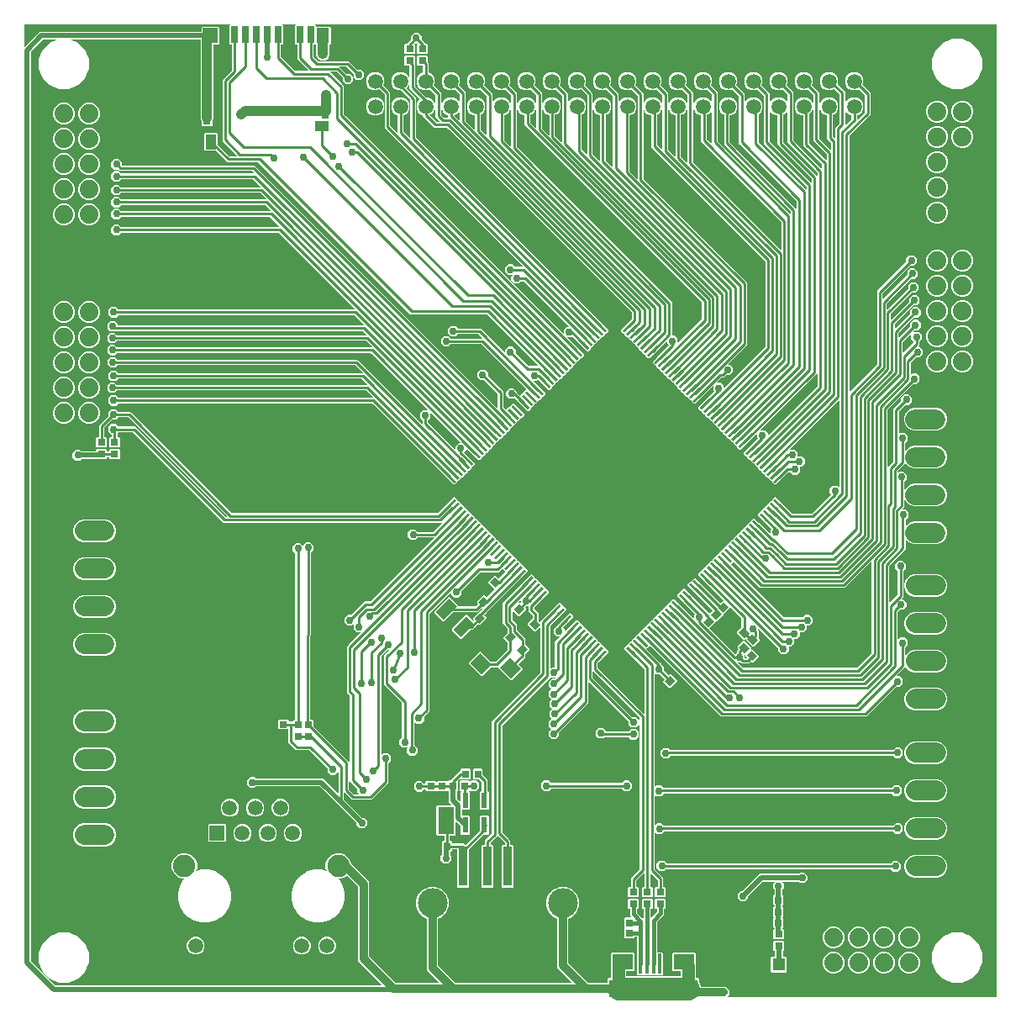
<source format=gbr>
G04 EAGLE Gerber RS-274X export*
G75*
%MOMM*%
%FSLAX34Y34*%
%LPD*%
%INTop Copper*%
%IPPOS*%
%AMOC8*
5,1,8,0,0,1.08239X$1,22.5*%
G01*
%ADD10R,0.800000X0.700000*%
%ADD11R,0.700000X0.800000*%
%ADD12R,0.400000X2.000000*%
%ADD13R,2.100000X1.600000*%
%ADD14R,1.900000X1.800000*%
%ADD15R,1.300000X1.300000*%
%ADD16C,1.879600*%
%ADD17R,1.508000X1.508000*%
%ADD18C,1.508000*%
%ADD19C,2.250000*%
%ADD20R,0.609600X1.625600*%
%ADD21R,1.600000X2.700000*%
%ADD22C,3.000000*%
%ADD23R,0.900000X4.000000*%
%ADD24R,0.254000X1.371600*%
%ADD25R,1.900000X1.100000*%
%ADD26R,1.600000X1.400000*%
%ADD27C,2.000000*%
%ADD28R,0.700000X1.750000*%
%ADD29R,1.000000X1.550000*%
%ADD30R,1.450000X1.000000*%
%ADD31R,1.500000X1.500000*%
%ADD32R,1.300000X1.500000*%
%ADD33R,0.800000X1.400000*%
%ADD34R,0.800000X1.500000*%
%ADD35C,0.756400*%
%ADD36C,0.400000*%
%ADD37C,0.508000*%
%ADD38C,0.254000*%
%ADD39C,0.812800*%
%ADD40C,2.250000*%
%ADD41C,1.270000*%
%ADD42C,1.016000*%
%ADD43C,0.200000*%
%ADD44C,0.152400*%

G36*
X989837Y10197D02*
X989837Y10197D01*
X989832Y10204D01*
X989839Y10210D01*
X989839Y989790D01*
X989803Y989837D01*
X989796Y989832D01*
X989790Y989839D01*
X303436Y989839D01*
X303425Y989831D01*
X303412Y989833D01*
X303410Y989820D01*
X303389Y989803D01*
X303405Y989782D01*
X303401Y989755D01*
X304025Y989132D01*
X304025Y987574D01*
X304061Y987527D01*
X304068Y987532D01*
X304074Y987525D01*
X318132Y987525D01*
X319025Y986632D01*
X319025Y970368D01*
X318132Y969475D01*
X317654Y969475D01*
X317607Y969439D01*
X317612Y969432D01*
X317605Y969426D01*
X317605Y958686D01*
X316599Y956259D01*
X314741Y954401D01*
X312314Y953395D01*
X309686Y953395D01*
X307259Y954401D01*
X305401Y956259D01*
X304395Y958686D01*
X304395Y969426D01*
X304359Y969473D01*
X304352Y969468D01*
X304346Y969475D01*
X303868Y969475D01*
X303535Y969809D01*
X303476Y969817D01*
X303475Y969808D01*
X303465Y969809D01*
X303132Y969475D01*
X301844Y969475D01*
X301797Y969439D01*
X301802Y969432D01*
X301795Y969426D01*
X301795Y957178D01*
X301811Y957157D01*
X301809Y957143D01*
X306143Y952809D01*
X306167Y952806D01*
X306168Y952806D01*
X306170Y952805D01*
X306178Y952795D01*
X337158Y952795D01*
X338809Y951143D01*
X345631Y944321D01*
X345658Y944317D01*
X345666Y944307D01*
X349198Y944307D01*
X352307Y941198D01*
X352307Y936802D01*
X349198Y933693D01*
X344802Y933693D01*
X341693Y936802D01*
X341693Y940334D01*
X341677Y940355D01*
X341679Y940369D01*
X334857Y947191D01*
X334830Y947195D01*
X334822Y947205D01*
X327866Y947205D01*
X327855Y947197D01*
X327842Y947199D01*
X327840Y947186D01*
X327819Y947169D01*
X327835Y947148D01*
X327831Y947121D01*
X328809Y946143D01*
X334631Y940321D01*
X334658Y940317D01*
X334666Y940307D01*
X338198Y940307D01*
X341307Y937198D01*
X341307Y932802D01*
X338198Y929693D01*
X333802Y929693D01*
X330693Y932802D01*
X330693Y936334D01*
X330677Y936355D01*
X330679Y936369D01*
X324857Y942191D01*
X324830Y942195D01*
X324822Y942205D01*
X318409Y942205D01*
X318399Y942197D01*
X318385Y942199D01*
X318383Y942186D01*
X318362Y942169D01*
X318378Y942148D01*
X318375Y942121D01*
X330631Y929865D01*
X332283Y928213D01*
X332283Y899397D01*
X332299Y899375D01*
X332297Y899362D01*
X553609Y678050D01*
X553623Y678048D01*
X553631Y678037D01*
X553638Y678043D01*
X553640Y678040D01*
X553644Y678040D01*
X553650Y678044D01*
X553668Y678042D01*
X553671Y678060D01*
X553691Y678076D01*
X553688Y678081D01*
X553693Y678085D01*
X553693Y682198D01*
X556802Y685307D01*
X559422Y685307D01*
X559433Y685315D01*
X559446Y685313D01*
X559448Y685326D01*
X559469Y685343D01*
X559453Y685364D01*
X559457Y685391D01*
X513657Y731191D01*
X513630Y731195D01*
X513622Y731205D01*
X510731Y731205D01*
X510709Y731189D01*
X510696Y731191D01*
X508198Y728693D01*
X503802Y728693D01*
X500693Y731802D01*
X500693Y736198D01*
X502104Y737609D01*
X502106Y737623D01*
X502117Y737631D01*
X502109Y737641D01*
X502112Y737668D01*
X502086Y737672D01*
X502070Y737693D01*
X497802Y737693D01*
X494693Y740802D01*
X494693Y745198D01*
X497802Y748307D01*
X502198Y748307D01*
X504696Y745809D01*
X504722Y745805D01*
X504731Y745795D01*
X513020Y745795D01*
X513031Y745803D01*
X513044Y745801D01*
X513046Y745814D01*
X513067Y745831D01*
X513051Y745852D01*
X513055Y745879D01*
X374857Y884077D01*
X373205Y885728D01*
X373205Y919222D01*
X373189Y919243D01*
X373191Y919257D01*
X367866Y924581D01*
X367842Y924585D01*
X367836Y924585D01*
X367820Y924588D01*
X367813Y924592D01*
X365503Y923635D01*
X361897Y923635D01*
X358565Y925015D01*
X356015Y927565D01*
X354635Y930897D01*
X354635Y934503D01*
X356015Y937835D01*
X358565Y940385D01*
X361897Y941765D01*
X365503Y941765D01*
X368835Y940385D01*
X371385Y937835D01*
X372765Y934503D01*
X372765Y930897D01*
X371808Y928587D01*
X371820Y928542D01*
X371819Y928534D01*
X377143Y923209D01*
X378795Y921558D01*
X378795Y888064D01*
X378811Y888042D01*
X378809Y888029D01*
X386221Y880617D01*
X386235Y880615D01*
X386243Y880604D01*
X386250Y880610D01*
X386253Y880605D01*
X386256Y880605D01*
X386264Y880611D01*
X386280Y880609D01*
X386282Y880625D01*
X386303Y880641D01*
X386299Y880647D01*
X386305Y880652D01*
X386305Y898613D01*
X386277Y898650D01*
X386275Y898659D01*
X383965Y899615D01*
X381415Y902165D01*
X380035Y905497D01*
X380035Y909103D01*
X381415Y912435D01*
X383965Y914985D01*
X387297Y916365D01*
X390903Y916365D01*
X394235Y914985D01*
X396785Y912435D01*
X398165Y909103D01*
X398165Y905497D01*
X396785Y902165D01*
X394235Y899615D01*
X391925Y898659D01*
X391902Y898618D01*
X391895Y898613D01*
X391895Y882035D01*
X391911Y882013D01*
X391909Y882000D01*
X399121Y874788D01*
X399135Y874786D01*
X399143Y874775D01*
X399153Y874784D01*
X399180Y874780D01*
X399184Y874807D01*
X399205Y874823D01*
X399205Y913622D01*
X399189Y913643D01*
X399191Y913657D01*
X389227Y923621D01*
X389200Y923625D01*
X389192Y923635D01*
X387297Y923635D01*
X383965Y925015D01*
X381415Y927565D01*
X380035Y930897D01*
X380035Y934503D01*
X381415Y937835D01*
X383965Y940385D01*
X387297Y941765D01*
X390903Y941765D01*
X394235Y940385D01*
X396785Y937835D01*
X398165Y934503D01*
X398165Y930897D01*
X396785Y927565D01*
X395021Y925801D01*
X395019Y925788D01*
X395009Y925781D01*
X395017Y925771D01*
X395013Y925742D01*
X395022Y925741D01*
X395021Y925732D01*
X403143Y917609D01*
X404795Y915958D01*
X404795Y876206D01*
X404811Y876184D01*
X404809Y876171D01*
X598663Y682317D01*
X598663Y681054D01*
X595974Y678365D01*
X595177Y678365D01*
X595129Y678329D01*
X595135Y678321D01*
X595128Y678316D01*
X595128Y677518D01*
X592438Y674829D01*
X591641Y674829D01*
X591594Y674793D01*
X591600Y674786D01*
X591592Y674780D01*
X591592Y673983D01*
X588903Y671294D01*
X588106Y671294D01*
X588058Y671258D01*
X588059Y671257D01*
X588058Y671257D01*
X588064Y671250D01*
X588056Y671245D01*
X588056Y670447D01*
X585367Y667758D01*
X584570Y667758D01*
X584523Y667722D01*
X584528Y667715D01*
X584523Y667711D01*
X584521Y667709D01*
X584521Y666912D01*
X581832Y664223D01*
X581035Y664223D01*
X580987Y664187D01*
X580993Y664179D01*
X580985Y664173D01*
X580985Y663376D01*
X578296Y660687D01*
X577033Y660687D01*
X566427Y671293D01*
X562147Y675573D01*
X562123Y675576D01*
X562122Y675577D01*
X562114Y675577D01*
X562088Y675581D01*
X562087Y675572D01*
X562078Y675573D01*
X561198Y674693D01*
X557085Y674693D01*
X557074Y674685D01*
X557061Y674687D01*
X557059Y674674D01*
X557037Y674657D01*
X557054Y674636D01*
X557050Y674609D01*
X569437Y662222D01*
X569437Y662066D01*
X569453Y662045D01*
X569451Y662031D01*
X573914Y657568D01*
X573914Y656305D01*
X571225Y653616D01*
X570428Y653616D01*
X570381Y653580D01*
X570383Y653578D01*
X570381Y653576D01*
X570384Y653571D01*
X570379Y653567D01*
X570379Y652770D01*
X567690Y650081D01*
X566893Y650081D01*
X566845Y650045D01*
X566851Y650037D01*
X566843Y650031D01*
X566843Y649234D01*
X564154Y646545D01*
X563357Y646545D01*
X563310Y646509D01*
X563315Y646502D01*
X563308Y646496D01*
X563308Y645699D01*
X560619Y643010D01*
X559821Y643010D01*
X559774Y642974D01*
X559780Y642966D01*
X559772Y642960D01*
X559772Y642163D01*
X557083Y639474D01*
X556286Y639474D01*
X556239Y639438D01*
X556244Y639430D01*
X556237Y639425D01*
X556237Y638628D01*
X553548Y635938D01*
X552750Y635938D01*
X552703Y635902D01*
X552706Y635898D01*
X552703Y635895D01*
X552705Y635892D01*
X552701Y635889D01*
X552701Y635092D01*
X550012Y632403D01*
X549215Y632403D01*
X549167Y632367D01*
X549173Y632359D01*
X549166Y632354D01*
X549166Y631557D01*
X546476Y628867D01*
X545679Y628867D01*
X545632Y628831D01*
X545638Y628824D01*
X545630Y628818D01*
X545630Y628021D01*
X542941Y625332D01*
X542144Y625332D01*
X542096Y625296D01*
X542102Y625288D01*
X542095Y625283D01*
X542095Y624485D01*
X539405Y621796D01*
X538142Y621796D01*
X533679Y626259D01*
X533653Y626263D01*
X533644Y626274D01*
X533641Y626274D01*
X527789Y632126D01*
X527762Y632130D01*
X527755Y632139D01*
X527752Y632139D01*
X527744Y632132D01*
X527730Y632134D01*
X527728Y632125D01*
X527719Y632126D01*
X526198Y630605D01*
X523215Y630605D01*
X523204Y630597D01*
X523191Y630599D01*
X523189Y630586D01*
X523167Y630569D01*
X523184Y630548D01*
X523180Y630521D01*
X524417Y629284D01*
X535023Y618678D01*
X535023Y617414D01*
X532334Y614725D01*
X531537Y614725D01*
X531490Y614689D01*
X531496Y614682D01*
X531488Y614676D01*
X531488Y613879D01*
X528799Y611190D01*
X528002Y611190D01*
X527954Y611154D01*
X527960Y611146D01*
X527952Y611140D01*
X527952Y610343D01*
X525263Y607654D01*
X524466Y607654D01*
X524419Y607618D01*
X524424Y607611D01*
X524417Y607605D01*
X524417Y606808D01*
X521728Y604119D01*
X520931Y604119D01*
X520883Y604083D01*
X520885Y604081D01*
X520883Y604080D01*
X520888Y604074D01*
X520881Y604069D01*
X520881Y603272D01*
X518192Y600583D01*
X516929Y600583D01*
X506323Y611189D01*
X504043Y613469D01*
X504019Y613472D01*
X504018Y613473D01*
X504011Y613473D01*
X503984Y613477D01*
X503983Y613468D01*
X503974Y613469D01*
X503198Y612693D01*
X498802Y612693D01*
X495693Y615802D01*
X495693Y620198D01*
X498802Y623307D01*
X503198Y623307D01*
X506307Y620198D01*
X506307Y619130D01*
X506323Y619109D01*
X506321Y619096D01*
X509789Y615628D01*
X509802Y615626D01*
X509810Y615616D01*
X509821Y615624D01*
X509848Y615620D01*
X509851Y615647D01*
X509873Y615663D01*
X509873Y615974D01*
X512562Y618663D01*
X513359Y618663D01*
X513406Y618699D01*
X513401Y618706D01*
X513408Y618712D01*
X513408Y619509D01*
X516097Y622198D01*
X516408Y622198D01*
X516419Y622206D01*
X516432Y622205D01*
X516434Y622218D01*
X516456Y622234D01*
X516439Y622256D01*
X516443Y622282D01*
X470684Y668041D01*
X470658Y668045D01*
X470650Y668055D01*
X439880Y668055D01*
X439859Y668039D01*
X439846Y668041D01*
X437348Y665543D01*
X432952Y665543D01*
X429843Y668652D01*
X429843Y673048D01*
X432952Y676157D01*
X437348Y676157D01*
X439846Y673659D01*
X439872Y673656D01*
X439880Y673645D01*
X472033Y673645D01*
X472043Y673653D01*
X472057Y673651D01*
X472059Y673664D01*
X472080Y673681D01*
X472064Y673702D01*
X472068Y673729D01*
X467606Y678191D01*
X467579Y678195D01*
X467571Y678205D01*
X446731Y678205D01*
X446709Y678189D01*
X446696Y678191D01*
X444198Y675693D01*
X439802Y675693D01*
X436693Y678802D01*
X436693Y683198D01*
X439802Y686307D01*
X444198Y686307D01*
X446696Y683809D01*
X446720Y683806D01*
X446723Y683802D01*
X446725Y683802D01*
X446731Y683795D01*
X469906Y683795D01*
X471558Y682143D01*
X494609Y659092D01*
X494623Y659090D01*
X494631Y659079D01*
X494638Y659085D01*
X494643Y659079D01*
X494644Y659079D01*
X494653Y659086D01*
X494668Y659084D01*
X494670Y659099D01*
X494691Y659115D01*
X494686Y659121D01*
X494693Y659127D01*
X494693Y662198D01*
X497802Y665307D01*
X502198Y665307D01*
X505307Y662198D01*
X505307Y658666D01*
X505323Y658645D01*
X505321Y658631D01*
X518143Y645809D01*
X518170Y645805D01*
X518178Y645795D01*
X528343Y645795D01*
X528354Y645803D01*
X528367Y645801D01*
X528369Y645814D01*
X528391Y645831D01*
X528375Y645852D01*
X528378Y645879D01*
X476211Y698045D01*
X476185Y698049D01*
X476177Y698060D01*
X399052Y698060D01*
X245921Y851191D01*
X245895Y851194D01*
X245888Y851203D01*
X245886Y851205D01*
X214842Y851205D01*
X213191Y852857D01*
X203587Y862461D01*
X203560Y862465D01*
X203552Y862475D01*
X192618Y862475D01*
X191725Y863368D01*
X191725Y880132D01*
X192618Y881025D01*
X203882Y881025D01*
X204775Y880132D01*
X204775Y869198D01*
X204791Y869177D01*
X204789Y869163D01*
X217143Y856809D01*
X217170Y856805D01*
X217178Y856795D01*
X225387Y856795D01*
X225397Y856803D01*
X225411Y856801D01*
X225413Y856814D01*
X225434Y856831D01*
X225418Y856852D01*
X225421Y856879D01*
X211523Y870777D01*
X209871Y872429D01*
X209871Y934367D01*
X219191Y943687D01*
X219195Y943713D01*
X219205Y943721D01*
X219205Y969426D01*
X219169Y969473D01*
X219162Y969468D01*
X219156Y969475D01*
X217868Y969475D01*
X216975Y970368D01*
X216975Y989132D01*
X217599Y989755D01*
X217601Y989769D01*
X217611Y989777D01*
X217603Y989787D01*
X217607Y989814D01*
X217580Y989818D01*
X217564Y989839D01*
X10210Y989839D01*
X10163Y989803D01*
X10168Y989796D01*
X10161Y989790D01*
X10161Y967328D01*
X10169Y967317D01*
X10167Y967304D01*
X10180Y967302D01*
X10197Y967281D01*
X10207Y967289D01*
X10210Y967285D01*
X10216Y967285D01*
X10230Y967295D01*
X10245Y967293D01*
X11031Y968079D01*
X25516Y982565D01*
X188426Y982565D01*
X188473Y982601D01*
X188468Y982608D01*
X188475Y982614D01*
X188475Y986632D01*
X189368Y987525D01*
X205632Y987525D01*
X206525Y986632D01*
X206525Y970368D01*
X205632Y969475D01*
X200904Y969475D01*
X200857Y969439D01*
X200862Y969432D01*
X200855Y969426D01*
X200855Y894686D01*
X199849Y892259D01*
X199789Y892199D01*
X199785Y892172D01*
X199775Y892164D01*
X199775Y888368D01*
X198882Y887475D01*
X189618Y887475D01*
X188725Y888368D01*
X188725Y892164D01*
X188709Y892185D01*
X188711Y892199D01*
X188651Y892259D01*
X187645Y894686D01*
X187645Y974386D01*
X187609Y974433D01*
X187602Y974428D01*
X187596Y974435D01*
X57004Y974435D01*
X56986Y974422D01*
X56965Y974416D01*
X56967Y974408D01*
X56956Y974399D01*
X56976Y974373D01*
X56985Y974341D01*
X64252Y971330D01*
X71330Y964252D01*
X75161Y955005D01*
X75161Y944995D01*
X71330Y935748D01*
X64252Y928670D01*
X55005Y924839D01*
X44995Y924839D01*
X35748Y928670D01*
X28670Y935748D01*
X24839Y944995D01*
X24839Y955005D01*
X28670Y964252D01*
X35748Y971330D01*
X43015Y974341D01*
X43026Y974359D01*
X43044Y974373D01*
X43038Y974380D01*
X43045Y974392D01*
X43016Y974409D01*
X42996Y974435D01*
X28904Y974435D01*
X28883Y974419D01*
X28869Y974421D01*
X16779Y962331D01*
X16775Y962304D01*
X16765Y962296D01*
X16765Y47004D01*
X16781Y46983D01*
X16779Y46969D01*
X41669Y22079D01*
X41696Y22075D01*
X41704Y22065D01*
X370913Y22065D01*
X370923Y22073D01*
X370937Y22071D01*
X370939Y22084D01*
X370960Y22101D01*
X370944Y22122D01*
X370948Y22149D01*
X346411Y46685D01*
X346411Y121665D01*
X346395Y121686D01*
X346397Y121699D01*
X335066Y133030D01*
X335041Y133034D01*
X335036Y133039D01*
X335026Y133039D01*
X335022Y133036D01*
X335007Y133038D01*
X335006Y133029D01*
X334996Y133030D01*
X333736Y131770D01*
X329041Y129825D01*
X326241Y129825D01*
X326230Y129817D01*
X326216Y129819D01*
X326215Y129806D01*
X326193Y129789D01*
X326209Y129768D01*
X326206Y129741D01*
X327480Y128467D01*
X330989Y122389D01*
X332806Y115609D01*
X332806Y108591D01*
X332762Y108428D01*
X332723Y108280D01*
X332722Y108280D01*
X332723Y108280D01*
X332670Y108083D01*
X332630Y107935D01*
X332591Y107788D01*
X332577Y107738D01*
X332538Y107591D01*
X332498Y107443D01*
X332445Y107246D01*
X332406Y107098D01*
X332353Y106901D01*
X332313Y106753D01*
X332261Y106556D01*
X332221Y106409D01*
X332181Y106261D01*
X332129Y106064D01*
X332089Y105916D01*
X332036Y105719D01*
X331997Y105571D01*
X331944Y105374D01*
X331904Y105227D01*
X331865Y105079D01*
X331852Y105030D01*
X331812Y104882D01*
X331772Y104734D01*
X331720Y104537D01*
X331680Y104389D01*
X331627Y104192D01*
X331588Y104045D01*
X331535Y103848D01*
X331495Y103700D01*
X331456Y103552D01*
X331442Y103503D01*
X331403Y103355D01*
X331363Y103207D01*
X331310Y103010D01*
X331271Y102863D01*
X331218Y102666D01*
X331179Y102518D01*
X331178Y102518D01*
X331179Y102518D01*
X331139Y102370D01*
X331126Y102321D01*
X331086Y102173D01*
X331047Y102025D01*
X330994Y101828D01*
X330989Y101811D01*
X327480Y95733D01*
X322517Y90770D01*
X316439Y87261D01*
X309659Y85444D01*
X302641Y85444D01*
X295861Y87261D01*
X289783Y90770D01*
X284820Y95733D01*
X281311Y101811D01*
X279494Y108591D01*
X279494Y115609D01*
X279529Y115739D01*
X279569Y115887D01*
X279621Y116084D01*
X279622Y116084D01*
X279661Y116232D01*
X279714Y116429D01*
X279753Y116577D01*
X279806Y116774D01*
X279846Y116921D01*
X279885Y117069D01*
X279899Y117118D01*
X279938Y117266D01*
X279978Y117414D01*
X280031Y117611D01*
X280070Y117759D01*
X280123Y117956D01*
X280163Y118103D01*
X280215Y118300D01*
X280255Y118448D01*
X280295Y118596D01*
X280308Y118645D01*
X280347Y118793D01*
X280387Y118941D01*
X280440Y119138D01*
X280479Y119285D01*
X280532Y119482D01*
X280572Y119630D01*
X280611Y119778D01*
X280624Y119827D01*
X280664Y119975D01*
X280704Y120123D01*
X280756Y120320D01*
X280796Y120467D01*
X280849Y120664D01*
X280888Y120812D01*
X280941Y121009D01*
X280981Y121157D01*
X281020Y121305D01*
X281034Y121354D01*
X281073Y121502D01*
X281113Y121649D01*
X281165Y121846D01*
X281166Y121846D01*
X281205Y121994D01*
X281258Y122191D01*
X281297Y122339D01*
X281311Y122389D01*
X284820Y128467D01*
X289783Y133430D01*
X295861Y136939D01*
X302641Y138756D01*
X309659Y138756D01*
X314744Y137393D01*
X314753Y137397D01*
X314762Y137392D01*
X314769Y137404D01*
X314799Y137416D01*
X314789Y137439D01*
X314802Y137460D01*
X313725Y140059D01*
X313725Y145141D01*
X315670Y149836D01*
X319264Y153430D01*
X323959Y155375D01*
X329041Y155375D01*
X333736Y153430D01*
X337330Y149836D01*
X339275Y145141D01*
X339275Y144649D01*
X339291Y144628D01*
X339289Y144614D01*
X357589Y126315D01*
X357589Y51335D01*
X357605Y51314D01*
X357603Y51301D01*
X384301Y24603D01*
X384327Y24600D01*
X384333Y24591D01*
X384334Y24591D01*
X384335Y24589D01*
X428389Y24589D01*
X428399Y24597D01*
X428413Y24595D01*
X428415Y24608D01*
X428436Y24625D01*
X428420Y24646D01*
X428424Y24673D01*
X415752Y37344D01*
X415752Y89396D01*
X415724Y89433D01*
X415722Y89441D01*
X411980Y90991D01*
X407332Y95639D01*
X404816Y101713D01*
X404816Y108287D01*
X407332Y114361D01*
X411980Y119009D01*
X418054Y121525D01*
X424628Y121525D01*
X430702Y119009D01*
X435350Y114361D01*
X437866Y108287D01*
X437866Y101713D01*
X435350Y95639D01*
X430702Y90991D01*
X426960Y89441D01*
X426937Y89401D01*
X426930Y89396D01*
X426930Y41994D01*
X426946Y41973D01*
X426944Y41960D01*
X444301Y24603D01*
X444327Y24600D01*
X444333Y24591D01*
X444334Y24591D01*
X444335Y24589D01*
X562389Y24589D01*
X562399Y24597D01*
X562413Y24595D01*
X562415Y24608D01*
X562436Y24625D01*
X562420Y24646D01*
X562424Y24673D01*
X550359Y36738D01*
X550358Y36738D01*
X547070Y40026D01*
X547070Y89396D01*
X547042Y89433D01*
X547040Y89441D01*
X543298Y90991D01*
X538650Y95639D01*
X536134Y101713D01*
X536134Y108287D01*
X538650Y114361D01*
X543298Y119009D01*
X549372Y121525D01*
X555946Y121525D01*
X562020Y119009D01*
X566668Y114361D01*
X569184Y108287D01*
X569184Y101713D01*
X566668Y95639D01*
X562020Y90991D01*
X558278Y89441D01*
X558255Y89401D01*
X558248Y89396D01*
X558248Y44676D01*
X558264Y44655D01*
X558262Y44641D01*
X578300Y24603D01*
X578327Y24600D01*
X578333Y24591D01*
X578334Y24591D01*
X578335Y24589D01*
X597205Y24589D01*
X597242Y24617D01*
X597250Y24619D01*
X597722Y25757D01*
X597721Y25759D01*
X597722Y25760D01*
X597720Y25763D01*
X597718Y25770D01*
X597725Y25776D01*
X597725Y28632D01*
X598618Y29525D01*
X600826Y29525D01*
X600873Y29561D01*
X600868Y29568D01*
X600875Y29574D01*
X600875Y43066D01*
X600972Y43299D01*
X600968Y43312D01*
X600975Y43318D01*
X600975Y54382D01*
X601868Y55275D01*
X624132Y55275D01*
X625025Y54382D01*
X625025Y37118D01*
X624132Y36225D01*
X616674Y36225D01*
X616627Y36189D01*
X616632Y36182D01*
X616627Y36178D01*
X616625Y36176D01*
X616625Y31824D01*
X616661Y31777D01*
X616668Y31782D01*
X616674Y31775D01*
X671326Y31775D01*
X671373Y31811D01*
X671370Y31815D01*
X671373Y31817D01*
X671371Y31821D01*
X671375Y31824D01*
X671375Y36176D01*
X671339Y36223D01*
X671332Y36218D01*
X671326Y36225D01*
X663868Y36225D01*
X662975Y37118D01*
X662975Y54382D01*
X663868Y55275D01*
X686132Y55275D01*
X687025Y54382D01*
X687025Y43318D01*
X687033Y43307D01*
X687028Y43299D01*
X687125Y43066D01*
X687125Y29574D01*
X687161Y29527D01*
X687168Y29532D01*
X687174Y29525D01*
X689382Y29525D01*
X690275Y28632D01*
X690275Y25776D01*
X690283Y25765D01*
X690278Y25757D01*
X692025Y21541D01*
X692025Y20638D01*
X692061Y20591D01*
X692068Y20596D01*
X692074Y20589D01*
X717315Y20589D01*
X720589Y17315D01*
X720589Y12685D01*
X718148Y10245D01*
X718147Y10231D01*
X718136Y10223D01*
X718144Y10213D01*
X718140Y10186D01*
X718167Y10182D01*
X718183Y10161D01*
X989790Y10161D01*
X989837Y10197D01*
G37*
%LPC*%
G36*
X619368Y110975D02*
X619368Y110975D01*
X618475Y111868D01*
X618475Y120132D01*
X619368Y121025D01*
X621156Y121025D01*
X621203Y121061D01*
X621198Y121068D01*
X621205Y121074D01*
X621205Y130158D01*
X630191Y139143D01*
X630195Y139170D01*
X630205Y139178D01*
X630205Y291522D01*
X630189Y291544D01*
X630191Y291557D01*
X583857Y337891D01*
X582815Y338933D01*
X582801Y338935D01*
X582793Y338946D01*
X582783Y338937D01*
X582756Y338941D01*
X582752Y338914D01*
X582731Y338898D01*
X582731Y332242D01*
X582747Y332221D01*
X582745Y332207D01*
X622631Y292321D01*
X622656Y292318D01*
X622659Y292314D01*
X622661Y292314D01*
X622666Y292307D01*
X626198Y292307D01*
X629307Y289198D01*
X629307Y284802D01*
X626198Y281693D01*
X621802Y281693D01*
X618693Y284802D01*
X618693Y288334D01*
X618677Y288355D01*
X618679Y288369D01*
X578379Y328669D01*
X578365Y328671D01*
X578357Y328681D01*
X578347Y328673D01*
X578320Y328677D01*
X578316Y328650D01*
X578295Y328634D01*
X578295Y306342D01*
X548821Y276869D01*
X548817Y276842D01*
X548807Y276834D01*
X548807Y273302D01*
X545698Y270193D01*
X541302Y270193D01*
X538193Y273302D01*
X538193Y277698D01*
X541110Y280615D01*
X541112Y280626D01*
X541115Y280628D01*
X541112Y280631D01*
X541118Y280674D01*
X541109Y280675D01*
X541110Y280685D01*
X538617Y283178D01*
X538617Y287574D01*
X541726Y290683D01*
X542055Y290683D01*
X542066Y290691D01*
X542079Y290689D01*
X542081Y290702D01*
X542102Y290719D01*
X542086Y290740D01*
X542090Y290767D01*
X539381Y293475D01*
X539381Y297871D01*
X541968Y300458D01*
X541969Y300470D01*
X541977Y300476D01*
X541971Y300484D01*
X541976Y300517D01*
X541966Y300518D01*
X541968Y300527D01*
X539193Y303302D01*
X539193Y307698D01*
X541480Y309985D01*
X541482Y309998D01*
X541493Y310007D01*
X541485Y310017D01*
X541488Y310044D01*
X541462Y310048D01*
X541445Y310069D01*
X541226Y310069D01*
X538117Y313178D01*
X538117Y317574D01*
X541234Y320691D01*
X541238Y320715D01*
X541242Y320718D01*
X541239Y320722D01*
X541243Y320750D01*
X541233Y320751D01*
X541234Y320761D01*
X538506Y323489D01*
X538506Y327885D01*
X541615Y330994D01*
X545147Y330994D01*
X545168Y331010D01*
X545181Y331008D01*
X545694Y331521D01*
X545696Y331535D01*
X545707Y331543D01*
X545699Y331553D01*
X545702Y331580D01*
X545676Y331584D01*
X545659Y331605D01*
X541802Y331605D01*
X539943Y333464D01*
X539929Y333466D01*
X539921Y333477D01*
X539911Y333469D01*
X539884Y333472D01*
X539880Y333446D01*
X539859Y333430D01*
X539859Y332159D01*
X491809Y284109D01*
X491805Y284083D01*
X491795Y284075D01*
X491795Y176178D01*
X491811Y176157D01*
X491809Y176143D01*
X498143Y169809D01*
X499795Y168158D01*
X499795Y163574D01*
X499831Y163527D01*
X499838Y163532D01*
X499844Y163525D01*
X502132Y163525D01*
X503025Y162632D01*
X503025Y121368D01*
X502132Y120475D01*
X491868Y120475D01*
X490975Y121368D01*
X490975Y162632D01*
X491868Y163525D01*
X494156Y163525D01*
X494203Y163561D01*
X494198Y163568D01*
X494205Y163574D01*
X494205Y165822D01*
X494189Y165843D01*
X494191Y165857D01*
X487857Y172191D01*
X486879Y173169D01*
X486865Y173171D01*
X486857Y173181D01*
X486850Y173176D01*
X486849Y173178D01*
X486844Y173178D01*
X486839Y173174D01*
X486820Y173177D01*
X486817Y173158D01*
X486797Y173142D01*
X486800Y173138D01*
X486795Y173134D01*
X486795Y172842D01*
X479809Y165857D01*
X479805Y165830D01*
X479795Y165822D01*
X479795Y163574D01*
X479831Y163527D01*
X479838Y163532D01*
X479844Y163525D01*
X482132Y163525D01*
X483025Y162632D01*
X483025Y121368D01*
X482132Y120475D01*
X471868Y120475D01*
X470975Y121368D01*
X470975Y162632D01*
X471868Y163525D01*
X474156Y163525D01*
X474203Y163561D01*
X474198Y163568D01*
X474205Y163574D01*
X474205Y168158D01*
X481191Y175143D01*
X481195Y175170D01*
X481205Y175178D01*
X481205Y288158D01*
X530191Y337143D01*
X530193Y337160D01*
X530203Y337167D01*
X530199Y337173D01*
X530205Y337178D01*
X530205Y383648D01*
X530197Y383659D01*
X530199Y383672D01*
X530186Y383674D01*
X530169Y383695D01*
X530148Y383679D01*
X530121Y383683D01*
X525413Y378975D01*
X524150Y378975D01*
X517600Y385524D01*
X517600Y386788D01*
X522598Y391786D01*
X522602Y391813D01*
X522613Y391821D01*
X522613Y394700D01*
X522596Y394722D01*
X522598Y394735D01*
X518205Y399128D01*
X518205Y403644D01*
X518169Y403691D01*
X518162Y403686D01*
X518156Y403693D01*
X515638Y403693D01*
X515617Y403677D01*
X515603Y403679D01*
X514742Y402818D01*
X514740Y402802D01*
X514731Y402795D01*
X514738Y402786D01*
X514734Y402759D01*
X514744Y402758D01*
X514742Y402748D01*
X515653Y401838D01*
X515653Y400575D01*
X509103Y394025D01*
X507840Y394025D01*
X501997Y399868D01*
X501997Y401131D01*
X508547Y407681D01*
X509810Y407681D01*
X510609Y406882D01*
X510623Y406880D01*
X510631Y406869D01*
X510638Y406874D01*
X510642Y406869D01*
X510644Y406869D01*
X510652Y406876D01*
X510668Y406873D01*
X510670Y406889D01*
X510691Y406905D01*
X510687Y406911D01*
X510693Y406916D01*
X510693Y411015D01*
X510685Y411026D01*
X510687Y411040D01*
X510674Y411041D01*
X510657Y411063D01*
X510645Y411054D01*
X510644Y411056D01*
X510635Y411056D01*
X510625Y411048D01*
X510609Y411050D01*
X501873Y402314D01*
X501872Y402304D01*
X501870Y402303D01*
X501871Y402301D01*
X501869Y402288D01*
X501859Y402279D01*
X501859Y390227D01*
X501875Y390205D01*
X501873Y390192D01*
X506455Y385610D01*
X506455Y379883D01*
X506471Y379862D01*
X506469Y379848D01*
X513067Y373251D01*
X514719Y371599D01*
X514719Y365289D01*
X514735Y365267D01*
X514733Y365254D01*
X518752Y361235D01*
X518752Y359972D01*
X514733Y355953D01*
X514729Y355926D01*
X514719Y355918D01*
X514719Y352612D01*
X507973Y345866D01*
X507965Y345807D01*
X507974Y345806D01*
X507973Y345797D01*
X512065Y341704D01*
X512065Y340441D01*
X501273Y329648D01*
X500009Y329648D01*
X487803Y341855D01*
X487803Y342731D01*
X487794Y342742D01*
X487796Y342756D01*
X487783Y342757D01*
X487767Y342779D01*
X487745Y342763D01*
X487719Y342766D01*
X487473Y342520D01*
X480224Y342520D01*
X480203Y342504D01*
X480189Y342506D01*
X471574Y333891D01*
X470311Y333891D01*
X458104Y346098D01*
X458104Y347361D01*
X468897Y358154D01*
X470160Y358154D01*
X480189Y348124D01*
X480215Y348121D01*
X480220Y348114D01*
X480221Y348114D01*
X480224Y348110D01*
X485137Y348110D01*
X485159Y348126D01*
X485172Y348124D01*
X497175Y360127D01*
X497179Y360154D01*
X497190Y360162D01*
X497190Y367734D01*
X497173Y367756D01*
X497175Y367769D01*
X493156Y371788D01*
X493156Y373051D01*
X496787Y376682D01*
X496791Y376708D01*
X496800Y376715D01*
X496801Y376717D01*
X496801Y381591D01*
X496785Y381613D01*
X496787Y381626D01*
X492205Y386208D01*
X492205Y407622D01*
X516002Y431418D01*
X520464Y435881D01*
X521728Y435881D01*
X524417Y433192D01*
X524417Y432395D01*
X524453Y432348D01*
X524460Y432353D01*
X524466Y432346D01*
X525263Y432346D01*
X527952Y429657D01*
X527952Y428860D01*
X527988Y428812D01*
X527996Y428818D01*
X528002Y428810D01*
X528799Y428810D01*
X531488Y426121D01*
X531488Y425324D01*
X531524Y425277D01*
X531531Y425282D01*
X531537Y425275D01*
X532334Y425275D01*
X535023Y422586D01*
X535023Y421788D01*
X535059Y421741D01*
X535067Y421747D01*
X535073Y421739D01*
X535870Y421739D01*
X538559Y419050D01*
X538559Y417787D01*
X523809Y403037D01*
X523805Y403010D01*
X523795Y403002D01*
X523795Y401464D01*
X523811Y401442D01*
X523809Y401429D01*
X528202Y397036D01*
X528202Y389155D01*
X528218Y389133D01*
X528217Y389120D01*
X530121Y387215D01*
X530135Y387213D01*
X530143Y387203D01*
X530153Y387211D01*
X530180Y387207D01*
X530184Y387234D01*
X530205Y387250D01*
X530205Y389054D01*
X548749Y407597D01*
X550012Y407597D01*
X552701Y404908D01*
X552701Y404111D01*
X552737Y404063D01*
X552745Y404069D01*
X552750Y404062D01*
X553548Y404062D01*
X556237Y401372D01*
X556237Y400109D01*
X545630Y389503D01*
X539873Y383746D01*
X539872Y383735D01*
X539869Y383719D01*
X539859Y383711D01*
X539859Y340394D01*
X539867Y340384D01*
X539865Y340370D01*
X539878Y340368D01*
X539895Y340347D01*
X539916Y340363D01*
X539943Y340360D01*
X541802Y342219D01*
X544656Y342219D01*
X544703Y342255D01*
X544698Y342262D01*
X544705Y342268D01*
X544705Y368198D01*
X546357Y369850D01*
X550116Y373609D01*
X550118Y373623D01*
X550129Y373631D01*
X550121Y373641D01*
X550124Y373668D01*
X550098Y373672D01*
X550081Y373693D01*
X546802Y373693D01*
X543693Y376802D01*
X543693Y381198D01*
X546191Y383696D01*
X546192Y383707D01*
X546195Y383709D01*
X546193Y383711D01*
X546195Y383722D01*
X546205Y383731D01*
X546205Y383840D01*
X547857Y385492D01*
X548749Y386384D01*
X559355Y396990D01*
X560619Y396990D01*
X563308Y394301D01*
X563308Y393038D01*
X552922Y382652D01*
X552914Y382593D01*
X552923Y382592D01*
X552922Y382583D01*
X554307Y381198D01*
X554307Y377919D01*
X554315Y377908D01*
X554313Y377894D01*
X554326Y377893D01*
X554343Y377871D01*
X554364Y377887D01*
X554391Y377884D01*
X555820Y379313D01*
X566426Y389919D01*
X567690Y389919D01*
X570379Y387230D01*
X570379Y386433D01*
X570415Y386386D01*
X570422Y386391D01*
X570428Y386384D01*
X571225Y386384D01*
X573914Y383695D01*
X573914Y382898D01*
X573950Y382850D01*
X573958Y382856D01*
X573964Y382848D01*
X574761Y382848D01*
X577450Y380159D01*
X577450Y379362D01*
X577486Y379315D01*
X577493Y379320D01*
X577499Y379313D01*
X578296Y379313D01*
X580985Y376624D01*
X580985Y375827D01*
X581021Y375779D01*
X581029Y375785D01*
X581035Y375777D01*
X581832Y375777D01*
X584521Y373088D01*
X584521Y372291D01*
X584557Y372244D01*
X584564Y372249D01*
X584570Y372242D01*
X585367Y372242D01*
X588056Y369553D01*
X588056Y368755D01*
X588092Y368708D01*
X588100Y368714D01*
X588106Y368706D01*
X588903Y368706D01*
X591592Y366017D01*
X591592Y365220D01*
X591628Y365173D01*
X591635Y365178D01*
X591641Y365171D01*
X592438Y365171D01*
X595128Y362482D01*
X595128Y361684D01*
X595163Y361637D01*
X595171Y361643D01*
X595177Y361635D01*
X595974Y361635D01*
X598663Y358946D01*
X598663Y357683D01*
X594200Y353220D01*
X592534Y351554D01*
X588071Y347091D01*
X588064Y347091D01*
X588042Y347075D01*
X588029Y347077D01*
X587809Y346857D01*
X587805Y346830D01*
X587795Y346822D01*
X587795Y341878D01*
X587811Y341857D01*
X587809Y341843D01*
X635121Y294531D01*
X635135Y294529D01*
X635143Y294519D01*
X635153Y294527D01*
X635180Y294523D01*
X635184Y294550D01*
X635205Y294566D01*
X635205Y340865D01*
X635189Y340887D01*
X635191Y340900D01*
X619335Y356755D01*
X614872Y361218D01*
X614872Y362482D01*
X617562Y365171D01*
X618359Y365171D01*
X618406Y365207D01*
X618400Y365214D01*
X618408Y365220D01*
X618408Y366017D01*
X621097Y368706D01*
X621894Y368706D01*
X621942Y368742D01*
X621936Y368750D01*
X621943Y368755D01*
X621943Y369553D01*
X624633Y372242D01*
X625430Y372242D01*
X625477Y372278D01*
X625475Y372281D01*
X625477Y372283D01*
X625474Y372287D01*
X625479Y372291D01*
X625479Y373088D01*
X628168Y375777D01*
X628965Y375777D01*
X629013Y375813D01*
X629007Y375821D01*
X629015Y375827D01*
X629015Y376624D01*
X631704Y379313D01*
X632501Y379313D01*
X632548Y379349D01*
X632542Y379356D01*
X632550Y379362D01*
X632550Y380159D01*
X635239Y382848D01*
X636036Y382848D01*
X636084Y382884D01*
X636078Y382892D01*
X636086Y382898D01*
X636086Y383695D01*
X638775Y386384D01*
X639572Y386384D01*
X639619Y386420D01*
X639614Y386427D01*
X639621Y386433D01*
X639621Y387230D01*
X642310Y389919D01*
X643107Y389919D01*
X643155Y389955D01*
X643151Y389960D01*
X643155Y389963D01*
X643153Y389966D01*
X643157Y389969D01*
X643157Y390766D01*
X645846Y393455D01*
X646643Y393455D01*
X646690Y393491D01*
X646685Y393498D01*
X646692Y393504D01*
X646692Y394301D01*
X649381Y396990D01*
X650179Y396990D01*
X650226Y397026D01*
X650220Y397034D01*
X650228Y397040D01*
X650228Y397837D01*
X652917Y400526D01*
X653714Y400526D01*
X653761Y400562D01*
X653756Y400570D01*
X653763Y400575D01*
X653763Y401372D01*
X656452Y404062D01*
X657250Y404062D01*
X657297Y404097D01*
X657297Y404098D01*
X657292Y404105D01*
X657299Y404111D01*
X657299Y404908D01*
X659988Y407597D01*
X660785Y407597D01*
X660833Y407633D01*
X660827Y407640D01*
X660833Y407644D01*
X660832Y407645D01*
X660834Y407646D01*
X660834Y408443D01*
X663524Y411133D01*
X664787Y411133D01*
X675393Y400526D01*
X684959Y390960D01*
X684973Y390958D01*
X684981Y390947D01*
X684992Y390956D01*
X685018Y390952D01*
X685022Y390979D01*
X685043Y390995D01*
X685043Y394848D01*
X686141Y395946D01*
X686144Y395968D01*
X686149Y395972D01*
X686145Y395977D01*
X686149Y396005D01*
X686140Y396006D01*
X686141Y396016D01*
X672368Y409788D01*
X667905Y414251D01*
X667905Y415515D01*
X670595Y418204D01*
X671392Y418204D01*
X671439Y418240D01*
X671433Y418247D01*
X671441Y418253D01*
X671441Y419050D01*
X674130Y421739D01*
X675393Y421739D01*
X686000Y411133D01*
X700800Y396332D01*
X700859Y396324D01*
X700860Y396334D01*
X700870Y396332D01*
X703919Y399381D01*
X703927Y399440D01*
X703918Y399442D01*
X703919Y399451D01*
X689118Y414252D01*
X678512Y424858D01*
X678512Y426121D01*
X681201Y428810D01*
X681998Y428810D01*
X682046Y428846D01*
X682040Y428854D01*
X682048Y428860D01*
X682048Y429657D01*
X684737Y432346D01*
X686000Y432346D01*
X696606Y421740D01*
X711407Y406939D01*
X711466Y406931D01*
X711467Y406940D01*
X711476Y406939D01*
X714229Y409691D01*
X714773Y409691D01*
X714784Y409700D01*
X714797Y409698D01*
X714799Y409711D01*
X714820Y409727D01*
X714804Y409749D01*
X714808Y409775D01*
X693582Y431002D01*
X689119Y435464D01*
X689119Y436728D01*
X691808Y439417D01*
X692605Y439417D01*
X692652Y439453D01*
X692649Y439457D01*
X692652Y439460D01*
X692650Y439463D01*
X692654Y439466D01*
X692654Y440263D01*
X695343Y442952D01*
X696140Y442952D01*
X696188Y442988D01*
X696182Y442996D01*
X696190Y443002D01*
X696190Y443799D01*
X698879Y446488D01*
X699676Y446488D01*
X699723Y446524D01*
X699718Y446531D01*
X699725Y446537D01*
X699725Y447334D01*
X702414Y450023D01*
X703212Y450023D01*
X703259Y450059D01*
X703253Y450067D01*
X703261Y450073D01*
X703261Y450870D01*
X705950Y453559D01*
X706747Y453559D01*
X706794Y453595D01*
X706789Y453603D01*
X706796Y453608D01*
X706796Y454405D01*
X709485Y457095D01*
X710283Y457095D01*
X710330Y457130D01*
X710325Y457137D01*
X710330Y457140D01*
X710329Y457142D01*
X710332Y457144D01*
X710332Y457941D01*
X713021Y460630D01*
X713818Y460630D01*
X713866Y460666D01*
X713860Y460674D01*
X713867Y460679D01*
X713867Y461476D01*
X716557Y464166D01*
X717354Y464166D01*
X717401Y464202D01*
X717395Y464209D01*
X717403Y464215D01*
X717403Y465012D01*
X720092Y467701D01*
X720889Y467701D01*
X720937Y467737D01*
X720931Y467745D01*
X720938Y467750D01*
X720938Y468548D01*
X723628Y471237D01*
X724425Y471237D01*
X724472Y471273D01*
X724471Y471274D01*
X724472Y471275D01*
X724468Y471281D01*
X724474Y471286D01*
X724474Y472083D01*
X727163Y474772D01*
X727960Y474772D01*
X728008Y474808D01*
X728002Y474816D01*
X728010Y474821D01*
X728010Y475619D01*
X730699Y478308D01*
X731496Y478308D01*
X731543Y478344D01*
X731537Y478351D01*
X731545Y478357D01*
X731545Y479154D01*
X734234Y481843D01*
X735031Y481843D01*
X735079Y481879D01*
X735073Y481887D01*
X735081Y481893D01*
X735081Y482690D01*
X737770Y485379D01*
X738567Y485379D01*
X738614Y485415D01*
X738609Y485422D01*
X738616Y485428D01*
X738616Y486225D01*
X741305Y488914D01*
X742102Y488914D01*
X742150Y488950D01*
X742147Y488954D01*
X742150Y488956D01*
X742147Y488960D01*
X742152Y488964D01*
X742152Y489761D01*
X744841Y492450D01*
X746104Y492450D01*
X750567Y487987D01*
X761833Y476720D01*
X761847Y476719D01*
X761855Y476708D01*
X761866Y476716D01*
X761892Y476712D01*
X761896Y476739D01*
X761917Y476755D01*
X761917Y480974D01*
X762833Y481889D01*
X762835Y481908D01*
X762843Y481913D01*
X762837Y481921D01*
X762841Y481948D01*
X762831Y481949D01*
X762833Y481959D01*
X753686Y491106D01*
X749223Y495569D01*
X749223Y496832D01*
X751912Y499521D01*
X752709Y499521D01*
X752756Y499557D01*
X752751Y499564D01*
X752758Y499570D01*
X752758Y500367D01*
X755447Y503056D01*
X756245Y503056D01*
X756292Y503092D01*
X756286Y503100D01*
X756294Y503106D01*
X756294Y503903D01*
X758983Y506592D01*
X759780Y506592D01*
X759827Y506628D01*
X759823Y506633D01*
X759827Y506637D01*
X759826Y506639D01*
X759829Y506641D01*
X759829Y507438D01*
X762518Y510128D01*
X763316Y510128D01*
X763363Y510163D01*
X763357Y510171D01*
X763365Y510177D01*
X763365Y510974D01*
X766054Y513663D01*
X767317Y513663D01*
X771780Y509200D01*
X783780Y497200D01*
X783805Y497197D01*
X783807Y497194D01*
X783809Y497194D01*
X783815Y497186D01*
X803213Y497186D01*
X803234Y497202D01*
X803248Y497200D01*
X822737Y516689D01*
X822745Y516748D01*
X822735Y516749D01*
X822737Y516759D01*
X821693Y517802D01*
X821693Y522198D01*
X824802Y525307D01*
X829198Y525307D01*
X831421Y523084D01*
X831435Y523082D01*
X831443Y523071D01*
X831453Y523079D01*
X831480Y523076D01*
X831484Y523102D01*
X831505Y523118D01*
X831505Y611619D01*
X831497Y611630D01*
X831499Y611643D01*
X831486Y611645D01*
X831469Y611667D01*
X831449Y611651D01*
X831444Y611651D01*
X831421Y611654D01*
X831343Y611576D01*
X779122Y559355D01*
X779120Y559341D01*
X779109Y559333D01*
X779117Y559323D01*
X779114Y559296D01*
X779140Y559292D01*
X779157Y559271D01*
X779369Y559271D01*
X779391Y559287D01*
X779404Y559285D01*
X782002Y561883D01*
X786398Y561883D01*
X789507Y558774D01*
X789507Y555156D01*
X789543Y555109D01*
X789550Y555114D01*
X789556Y555107D01*
X793298Y555107D01*
X796407Y551998D01*
X796407Y547602D01*
X793298Y544493D01*
X791430Y544493D01*
X791420Y544485D01*
X791406Y544487D01*
X791404Y544474D01*
X791383Y544457D01*
X791399Y544436D01*
X791396Y544409D01*
X792007Y543798D01*
X792007Y539402D01*
X788898Y536293D01*
X784502Y536293D01*
X782004Y538791D01*
X781978Y538795D01*
X781969Y538805D01*
X779806Y538805D01*
X779784Y538789D01*
X779771Y538791D01*
X771780Y530800D01*
X767317Y526337D01*
X766054Y526337D01*
X763365Y529026D01*
X763365Y529823D01*
X763329Y529871D01*
X763321Y529865D01*
X763316Y529872D01*
X762518Y529872D01*
X759829Y532562D01*
X759829Y533359D01*
X759793Y533406D01*
X759786Y533400D01*
X759780Y533408D01*
X758983Y533408D01*
X756294Y536097D01*
X756294Y536894D01*
X756258Y536942D01*
X756250Y536936D01*
X756245Y536943D01*
X755447Y536943D01*
X752758Y539633D01*
X752758Y540430D01*
X752722Y540477D01*
X752715Y540471D01*
X752709Y540479D01*
X751912Y540479D01*
X749223Y543168D01*
X749223Y543965D01*
X749187Y544013D01*
X749179Y544007D01*
X749173Y544015D01*
X748376Y544015D01*
X745687Y546704D01*
X745687Y547501D01*
X745651Y547548D01*
X745644Y547542D01*
X745638Y547550D01*
X744841Y547550D01*
X742152Y550239D01*
X742152Y551036D01*
X742116Y551084D01*
X742108Y551078D01*
X742102Y551086D01*
X741305Y551086D01*
X738616Y553775D01*
X738616Y554572D01*
X738580Y554619D01*
X738573Y554614D01*
X738567Y554621D01*
X737770Y554621D01*
X735081Y557310D01*
X735081Y558574D01*
X745687Y569180D01*
X749466Y572959D01*
X749468Y572971D01*
X749475Y572976D01*
X749470Y572983D01*
X749474Y573018D01*
X749465Y573019D01*
X749466Y573029D01*
X748693Y573802D01*
X748693Y578198D01*
X751802Y581307D01*
X756198Y581307D01*
X759307Y578198D01*
X759307Y575847D01*
X759315Y575837D01*
X759313Y575823D01*
X759326Y575821D01*
X759343Y575800D01*
X759364Y575816D01*
X759391Y575813D01*
X809191Y625613D01*
X809192Y625623D01*
X809194Y625625D01*
X809193Y625626D01*
X809195Y625639D01*
X809205Y625648D01*
X809205Y840822D01*
X809189Y840843D01*
X809191Y840857D01*
X779205Y870842D01*
X779205Y905347D01*
X779192Y905365D01*
X779186Y905386D01*
X779178Y905384D01*
X779169Y905395D01*
X779143Y905375D01*
X779111Y905366D01*
X777785Y902165D01*
X775235Y899615D01*
X774825Y899446D01*
X774802Y899405D01*
X774795Y899400D01*
X774795Y871178D01*
X774811Y871157D01*
X774809Y871143D01*
X808795Y837158D01*
X808795Y638525D01*
X736425Y566155D01*
X731962Y561692D01*
X730699Y561692D01*
X728010Y564381D01*
X728010Y565179D01*
X727974Y565226D01*
X727966Y565220D01*
X727960Y565228D01*
X727163Y565228D01*
X724474Y567917D01*
X724474Y568714D01*
X724438Y568761D01*
X724430Y568756D01*
X724425Y568763D01*
X723628Y568763D01*
X720938Y571452D01*
X720938Y572250D01*
X720902Y572297D01*
X720895Y572291D01*
X720889Y572299D01*
X720092Y572299D01*
X717403Y574988D01*
X717403Y575785D01*
X717367Y575833D01*
X717359Y575827D01*
X717354Y575834D01*
X716557Y575834D01*
X713867Y578524D01*
X713867Y579321D01*
X713831Y579368D01*
X713824Y579362D01*
X713818Y579370D01*
X713021Y579370D01*
X710332Y582059D01*
X710332Y582856D01*
X710296Y582904D01*
X710288Y582898D01*
X710283Y582905D01*
X709485Y582905D01*
X706796Y585595D01*
X706796Y586392D01*
X706760Y586439D01*
X706753Y586433D01*
X706747Y586441D01*
X705950Y586441D01*
X703261Y589130D01*
X703261Y589927D01*
X703225Y589975D01*
X703217Y589969D01*
X703212Y589976D01*
X702414Y589976D01*
X699725Y592666D01*
X699725Y593463D01*
X699689Y593510D01*
X699682Y593504D01*
X699676Y593512D01*
X698879Y593512D01*
X696190Y596201D01*
X696190Y596998D01*
X696154Y597046D01*
X696146Y597040D01*
X696140Y597048D01*
X695343Y597048D01*
X692654Y599737D01*
X692654Y600534D01*
X692618Y600581D01*
X692611Y600576D01*
X692605Y600583D01*
X691808Y600583D01*
X689119Y603272D01*
X689119Y604535D01*
X693582Y608998D01*
X705004Y620421D01*
X705012Y620480D01*
X705003Y620481D01*
X705004Y620491D01*
X704193Y621302D01*
X704193Y625698D01*
X707302Y628807D01*
X711698Y628807D01*
X714807Y625698D01*
X714807Y623271D01*
X714815Y623261D01*
X714813Y623247D01*
X714826Y623245D01*
X714843Y623224D01*
X714852Y623231D01*
X714856Y623225D01*
X714859Y623225D01*
X714877Y623238D01*
X714891Y623237D01*
X756871Y665217D01*
X756875Y665243D01*
X756885Y665251D01*
X756885Y751395D01*
X756869Y751416D01*
X756871Y751429D01*
X642205Y866095D01*
X642205Y898186D01*
X642169Y898233D01*
X642162Y898228D01*
X642156Y898235D01*
X641297Y898235D01*
X637965Y899615D01*
X635415Y902165D01*
X634035Y905497D01*
X634035Y909103D01*
X635415Y912435D01*
X637965Y914985D01*
X641297Y916365D01*
X644903Y916365D01*
X648235Y914985D01*
X650785Y912435D01*
X652165Y909103D01*
X652165Y905497D01*
X650785Y902165D01*
X648235Y899615D01*
X647825Y899446D01*
X647802Y899405D01*
X647795Y899400D01*
X647795Y868431D01*
X647811Y868409D01*
X647809Y868396D01*
X653121Y863084D01*
X653135Y863082D01*
X653143Y863071D01*
X653150Y863077D01*
X653153Y863072D01*
X653156Y863072D01*
X653164Y863078D01*
X653180Y863076D01*
X653182Y863092D01*
X653203Y863108D01*
X653199Y863114D01*
X653205Y863119D01*
X653205Y918622D01*
X653189Y918643D01*
X653191Y918657D01*
X647266Y924581D01*
X647242Y924585D01*
X647236Y924585D01*
X647220Y924588D01*
X647213Y924592D01*
X644903Y923635D01*
X641297Y923635D01*
X637965Y925015D01*
X635415Y927565D01*
X634035Y930897D01*
X634035Y934503D01*
X635415Y937835D01*
X637965Y940385D01*
X641297Y941765D01*
X644903Y941765D01*
X648235Y940385D01*
X650785Y937835D01*
X652165Y934503D01*
X652165Y930897D01*
X651208Y928587D01*
X651220Y928542D01*
X651219Y928534D01*
X657143Y922609D01*
X658795Y920958D01*
X658795Y863178D01*
X658811Y863157D01*
X658809Y863143D01*
X666121Y855831D01*
X666135Y855829D01*
X666143Y855819D01*
X666153Y855827D01*
X666180Y855823D01*
X666184Y855850D01*
X666205Y855866D01*
X666205Y898406D01*
X666177Y898443D01*
X666175Y898452D01*
X663365Y899615D01*
X660815Y902165D01*
X659435Y905497D01*
X659435Y909103D01*
X660815Y912435D01*
X663365Y914985D01*
X666697Y916365D01*
X670303Y916365D01*
X673635Y914985D01*
X676185Y912435D01*
X677565Y909103D01*
X677565Y905497D01*
X676185Y902165D01*
X673635Y899615D01*
X671825Y898866D01*
X671802Y898825D01*
X671795Y898820D01*
X671795Y856678D01*
X671811Y856657D01*
X671809Y856643D01*
X678121Y850331D01*
X678135Y850329D01*
X678143Y850319D01*
X678153Y850327D01*
X678180Y850323D01*
X678184Y850350D01*
X678205Y850366D01*
X678205Y919022D01*
X678189Y919043D01*
X678191Y919057D01*
X672666Y924581D01*
X672642Y924585D01*
X672636Y924585D01*
X672620Y924588D01*
X672613Y924592D01*
X670303Y923635D01*
X666697Y923635D01*
X663365Y925015D01*
X660815Y927565D01*
X659435Y930897D01*
X659435Y934503D01*
X660815Y937835D01*
X663365Y940385D01*
X666697Y941765D01*
X670303Y941765D01*
X673635Y940385D01*
X676185Y937835D01*
X677565Y934503D01*
X677565Y930897D01*
X676608Y928587D01*
X676620Y928542D01*
X676619Y928534D01*
X682143Y923009D01*
X683795Y921358D01*
X683795Y850978D01*
X683811Y850957D01*
X683809Y850943D01*
X773057Y761695D01*
X773071Y761693D01*
X773079Y761683D01*
X773089Y761691D01*
X773116Y761687D01*
X773120Y761714D01*
X773141Y761730D01*
X773141Y790886D01*
X773125Y790907D01*
X773127Y790921D01*
X692205Y871842D01*
X692205Y898186D01*
X692169Y898233D01*
X692162Y898228D01*
X692156Y898235D01*
X692097Y898235D01*
X688765Y899615D01*
X686215Y902165D01*
X684835Y905497D01*
X684835Y909103D01*
X686215Y912435D01*
X688765Y914985D01*
X692097Y916365D01*
X695703Y916365D01*
X699035Y914985D01*
X701585Y912435D01*
X702965Y909103D01*
X702965Y905497D01*
X701585Y902165D01*
X699035Y899615D01*
X697825Y899114D01*
X697809Y899088D01*
X697809Y899087D01*
X697802Y899074D01*
X697795Y899069D01*
X697795Y874178D01*
X697811Y874157D01*
X697809Y874143D01*
X777121Y794831D01*
X777135Y794829D01*
X777143Y794819D01*
X777153Y794827D01*
X777180Y794823D01*
X777184Y794850D01*
X777205Y794866D01*
X777205Y795822D01*
X777189Y795843D01*
X777191Y795857D01*
X704857Y868191D01*
X703205Y869842D01*
X703205Y919422D01*
X703189Y919443D01*
X703191Y919457D01*
X698066Y924581D01*
X698042Y924585D01*
X698036Y924585D01*
X698020Y924588D01*
X698013Y924592D01*
X695703Y923635D01*
X692097Y923635D01*
X688765Y925015D01*
X686215Y927565D01*
X684835Y930897D01*
X684835Y934503D01*
X686215Y937835D01*
X688765Y940385D01*
X692097Y941765D01*
X695703Y941765D01*
X699035Y940385D01*
X701585Y937835D01*
X702965Y934503D01*
X702965Y930897D01*
X702008Y928587D01*
X702020Y928542D01*
X702019Y928534D01*
X708795Y921758D01*
X708795Y872178D01*
X708811Y872157D01*
X708809Y872143D01*
X782121Y798831D01*
X782135Y798829D01*
X782143Y798819D01*
X782153Y798827D01*
X782180Y798823D01*
X782184Y798850D01*
X782205Y798866D01*
X782205Y801967D01*
X782189Y801989D01*
X782191Y802002D01*
X715205Y868988D01*
X715205Y899152D01*
X715177Y899189D01*
X715175Y899197D01*
X714165Y899615D01*
X711615Y902165D01*
X710235Y905497D01*
X710235Y909103D01*
X711615Y912435D01*
X714165Y914985D01*
X717497Y916365D01*
X721103Y916365D01*
X724435Y914985D01*
X726985Y912435D01*
X728365Y909103D01*
X728365Y905497D01*
X726985Y902165D01*
X724435Y899615D01*
X721103Y898235D01*
X720844Y898235D01*
X720797Y898199D01*
X720802Y898192D01*
X720795Y898186D01*
X720795Y871323D01*
X720811Y871302D01*
X720809Y871288D01*
X787795Y804303D01*
X787795Y646762D01*
X787803Y646751D01*
X787801Y646738D01*
X787814Y646736D01*
X787831Y646714D01*
X787840Y646722D01*
X787844Y646717D01*
X787848Y646717D01*
X787864Y646729D01*
X787879Y646727D01*
X787991Y646839D01*
X787992Y646850D01*
X787994Y646851D01*
X787993Y646853D01*
X787995Y646866D01*
X788005Y646874D01*
X788005Y812022D01*
X787989Y812043D01*
X787991Y812057D01*
X730205Y869842D01*
X730205Y917822D01*
X730189Y917843D01*
X730191Y917857D01*
X723466Y924581D01*
X723442Y924585D01*
X723436Y924585D01*
X723420Y924588D01*
X723413Y924592D01*
X721103Y923635D01*
X717497Y923635D01*
X714165Y925015D01*
X711615Y927565D01*
X710235Y930897D01*
X710235Y934503D01*
X711615Y937835D01*
X714165Y940385D01*
X717497Y941765D01*
X721103Y941765D01*
X724435Y940385D01*
X726985Y937835D01*
X728365Y934503D01*
X728365Y930897D01*
X727408Y928587D01*
X727420Y928542D01*
X727419Y928534D01*
X735795Y920158D01*
X735795Y909736D01*
X735808Y909718D01*
X735814Y909697D01*
X735822Y909699D01*
X735831Y909688D01*
X735857Y909708D01*
X735889Y909717D01*
X737015Y912435D01*
X739565Y914985D01*
X742897Y916365D01*
X746503Y916365D01*
X749835Y914985D01*
X752385Y912435D01*
X753765Y909103D01*
X753765Y905497D01*
X752385Y902165D01*
X749835Y899615D01*
X749825Y899611D01*
X749813Y899591D01*
X749798Y899580D01*
X749803Y899573D01*
X749801Y899571D01*
X749795Y899566D01*
X749795Y871178D01*
X749811Y871157D01*
X749809Y871143D01*
X798121Y822831D01*
X798135Y822829D01*
X798143Y822819D01*
X798153Y822827D01*
X798180Y822823D01*
X798184Y822850D01*
X798205Y822866D01*
X798205Y826822D01*
X798189Y826843D01*
X798191Y826857D01*
X756857Y868191D01*
X755205Y869842D01*
X755205Y918222D01*
X755189Y918243D01*
X755191Y918257D01*
X748866Y924581D01*
X748842Y924585D01*
X748836Y924585D01*
X748820Y924588D01*
X748813Y924592D01*
X746503Y923635D01*
X742897Y923635D01*
X739565Y925015D01*
X737015Y927565D01*
X735635Y930897D01*
X735635Y934503D01*
X737015Y937835D01*
X739565Y940385D01*
X742897Y941765D01*
X746503Y941765D01*
X749835Y940385D01*
X752385Y937835D01*
X753765Y934503D01*
X753765Y930897D01*
X752808Y928587D01*
X752820Y928542D01*
X752819Y928534D01*
X759143Y922209D01*
X760795Y920558D01*
X760795Y872178D01*
X760811Y872157D01*
X760809Y872143D01*
X802143Y830809D01*
X803121Y829831D01*
X803135Y829829D01*
X803143Y829819D01*
X803153Y829827D01*
X803180Y829823D01*
X803184Y829850D01*
X803203Y829864D01*
X803203Y829865D01*
X803205Y829866D01*
X803205Y834822D01*
X803189Y834843D01*
X803191Y834857D01*
X769205Y868842D01*
X769205Y898186D01*
X769169Y898233D01*
X769162Y898228D01*
X769156Y898235D01*
X768297Y898235D01*
X764965Y899615D01*
X762415Y902165D01*
X761035Y905497D01*
X761035Y909103D01*
X762415Y912435D01*
X764965Y914985D01*
X768297Y916365D01*
X771903Y916365D01*
X775235Y914985D01*
X777785Y912435D01*
X779111Y909234D01*
X779129Y909223D01*
X779143Y909205D01*
X779150Y909211D01*
X779162Y909204D01*
X779179Y909233D01*
X779205Y909253D01*
X779205Y919622D01*
X779189Y919643D01*
X779191Y919657D01*
X774266Y924581D01*
X774242Y924585D01*
X774236Y924585D01*
X774220Y924588D01*
X774213Y924592D01*
X771903Y923635D01*
X768297Y923635D01*
X764965Y925015D01*
X762415Y927565D01*
X761035Y930897D01*
X761035Y934503D01*
X762415Y937835D01*
X764965Y940385D01*
X768297Y941765D01*
X771903Y941765D01*
X775235Y940385D01*
X777785Y937835D01*
X779165Y934503D01*
X779165Y930897D01*
X778208Y928587D01*
X778220Y928542D01*
X778219Y928534D01*
X784795Y921958D01*
X784795Y873178D01*
X784811Y873157D01*
X784809Y873143D01*
X813143Y844809D01*
X813921Y844031D01*
X813935Y844029D01*
X813943Y844019D01*
X813953Y844027D01*
X813980Y844023D01*
X813984Y844050D01*
X814005Y844066D01*
X814005Y849022D01*
X813989Y849043D01*
X813991Y849057D01*
X796857Y866191D01*
X795205Y867842D01*
X795205Y898186D01*
X795169Y898233D01*
X795162Y898228D01*
X795156Y898235D01*
X793697Y898235D01*
X790365Y899615D01*
X787815Y902165D01*
X786435Y905497D01*
X786435Y909103D01*
X787815Y912435D01*
X790365Y914985D01*
X793697Y916365D01*
X797303Y916365D01*
X800635Y914985D01*
X803185Y912435D01*
X804565Y909103D01*
X804565Y905497D01*
X803185Y902165D01*
X800809Y899790D01*
X800808Y899779D01*
X800805Y899777D01*
X800807Y899774D01*
X800805Y899763D01*
X800795Y899755D01*
X800795Y870178D01*
X800811Y870157D01*
X800809Y870143D01*
X817943Y853009D01*
X818421Y852531D01*
X818435Y852529D01*
X818443Y852519D01*
X818453Y852527D01*
X818480Y852523D01*
X818484Y852550D01*
X818505Y852566D01*
X818505Y859522D01*
X818489Y859543D01*
X818491Y859557D01*
X805205Y872842D01*
X805205Y919022D01*
X805189Y919043D01*
X805191Y919057D01*
X799666Y924581D01*
X799642Y924585D01*
X799636Y924585D01*
X799620Y924588D01*
X799613Y924592D01*
X797303Y923635D01*
X793697Y923635D01*
X790365Y925015D01*
X787815Y927565D01*
X786435Y930897D01*
X786435Y934503D01*
X787815Y937835D01*
X790365Y940385D01*
X793697Y941765D01*
X797303Y941765D01*
X800635Y940385D01*
X803185Y937835D01*
X804565Y934503D01*
X804565Y930897D01*
X803608Y928587D01*
X803620Y928542D01*
X803619Y928534D01*
X809143Y923009D01*
X810795Y921358D01*
X810795Y875178D01*
X810811Y875157D01*
X810809Y875143D01*
X822443Y863509D01*
X823057Y862895D01*
X823071Y862893D01*
X823079Y862883D01*
X823089Y862891D01*
X823116Y862887D01*
X823120Y862914D01*
X823141Y862930D01*
X823141Y870886D01*
X823125Y870907D01*
X823127Y870921D01*
X819205Y874842D01*
X819205Y898186D01*
X819169Y898233D01*
X819162Y898228D01*
X819156Y898235D01*
X819097Y898235D01*
X815765Y899615D01*
X813215Y902165D01*
X811835Y905497D01*
X811835Y909103D01*
X813215Y912435D01*
X815765Y914985D01*
X819097Y916365D01*
X822703Y916365D01*
X826035Y914985D01*
X828585Y912435D01*
X829965Y909103D01*
X829965Y905497D01*
X828585Y902165D01*
X826035Y899615D01*
X824825Y899114D01*
X824809Y899088D01*
X824809Y899087D01*
X824802Y899074D01*
X824795Y899069D01*
X824795Y877178D01*
X824811Y877157D01*
X824809Y877143D01*
X827079Y874873D01*
X827321Y874631D01*
X827335Y874629D01*
X827343Y874619D01*
X827353Y874627D01*
X827380Y874623D01*
X827384Y874650D01*
X827405Y874666D01*
X827405Y886158D01*
X831391Y890143D01*
X831395Y890170D01*
X831405Y890178D01*
X831405Y919722D01*
X831389Y919743D01*
X831391Y919757D01*
X826118Y925029D01*
X826059Y925037D01*
X826058Y925028D01*
X826049Y925029D01*
X826035Y925015D01*
X822703Y923635D01*
X819097Y923635D01*
X815765Y925015D01*
X813215Y927565D01*
X811835Y930897D01*
X811835Y934503D01*
X813215Y937835D01*
X815765Y940385D01*
X819097Y941765D01*
X822703Y941765D01*
X826035Y940385D01*
X828585Y937835D01*
X829965Y934503D01*
X829965Y930897D01*
X829447Y929648D01*
X829459Y929603D01*
X829458Y929594D01*
X836995Y922058D01*
X836995Y888066D01*
X837003Y888055D01*
X837001Y888042D01*
X837014Y888040D01*
X837031Y888019D01*
X837052Y888035D01*
X837079Y888031D01*
X843491Y894443D01*
X843495Y894470D01*
X843505Y894478D01*
X843505Y898613D01*
X843477Y898650D01*
X843475Y898659D01*
X841165Y899615D01*
X838615Y902165D01*
X837235Y905497D01*
X837235Y909103D01*
X838615Y912435D01*
X841165Y914985D01*
X844497Y916365D01*
X848103Y916365D01*
X851435Y914985D01*
X853985Y912435D01*
X855365Y909103D01*
X855365Y905497D01*
X853985Y902165D01*
X851435Y899615D01*
X849125Y898659D01*
X849102Y898618D01*
X849095Y898613D01*
X849095Y893166D01*
X849103Y893155D01*
X849101Y893142D01*
X849114Y893140D01*
X849131Y893119D01*
X849152Y893135D01*
X849179Y893131D01*
X857191Y901143D01*
X857195Y901170D01*
X857205Y901178D01*
X857205Y918822D01*
X857189Y918843D01*
X857191Y918857D01*
X851173Y924874D01*
X851149Y924878D01*
X851146Y924881D01*
X851126Y924881D01*
X851120Y924885D01*
X848103Y923635D01*
X844497Y923635D01*
X841165Y925015D01*
X838615Y927565D01*
X837235Y930897D01*
X837235Y934503D01*
X838615Y937835D01*
X841165Y940385D01*
X844497Y941765D01*
X848103Y941765D01*
X851435Y940385D01*
X853985Y937835D01*
X855365Y934503D01*
X855365Y930897D01*
X854701Y929294D01*
X854713Y929249D01*
X854712Y929241D01*
X862795Y921158D01*
X862795Y898842D01*
X861143Y897191D01*
X841373Y877421D01*
X841369Y877394D01*
X841359Y877386D01*
X841359Y619167D01*
X841367Y619156D01*
X841365Y619143D01*
X841378Y619141D01*
X841395Y619119D01*
X841416Y619136D01*
X841443Y619132D01*
X841781Y619470D01*
X869167Y646856D01*
X869171Y646883D01*
X869181Y646891D01*
X869181Y721134D01*
X870833Y722785D01*
X898679Y750631D01*
X898683Y750658D01*
X898693Y750666D01*
X898693Y754198D01*
X901802Y757307D01*
X906198Y757307D01*
X909307Y754198D01*
X909307Y749802D01*
X906198Y746693D01*
X902666Y746693D01*
X902645Y746677D01*
X902631Y746679D01*
X874785Y718833D01*
X874781Y718806D01*
X874771Y718798D01*
X874771Y712842D01*
X874779Y712831D01*
X874777Y712818D01*
X874790Y712816D01*
X874807Y712795D01*
X874828Y712810D01*
X874830Y712810D01*
X874855Y712807D01*
X874897Y712849D01*
X899679Y737631D01*
X899683Y737658D01*
X899693Y737666D01*
X899693Y741198D01*
X902802Y744307D01*
X907198Y744307D01*
X910307Y741198D01*
X910307Y736802D01*
X907198Y733693D01*
X903666Y733693D01*
X903645Y733677D01*
X903631Y733679D01*
X878849Y708897D01*
X878848Y708886D01*
X878845Y708884D01*
X878847Y708881D01*
X878845Y708870D01*
X878835Y708862D01*
X878835Y701906D01*
X878843Y701895D01*
X878841Y701882D01*
X878854Y701880D01*
X878871Y701859D01*
X878892Y701875D01*
X878919Y701871D01*
X878961Y701913D01*
X900679Y723631D01*
X900683Y723658D01*
X900693Y723666D01*
X900693Y727198D01*
X903802Y730307D01*
X908198Y730307D01*
X911307Y727198D01*
X911307Y722802D01*
X908198Y719693D01*
X904666Y719693D01*
X904645Y719677D01*
X904631Y719679D01*
X882913Y697961D01*
X882912Y697950D01*
X882909Y697934D01*
X882899Y697926D01*
X882899Y691970D01*
X882907Y691959D01*
X882905Y691946D01*
X882918Y691944D01*
X882935Y691923D01*
X882946Y691931D01*
X882948Y691928D01*
X882956Y691928D01*
X882967Y691937D01*
X882983Y691935D01*
X883025Y691977D01*
X901679Y710631D01*
X901683Y710658D01*
X901693Y710666D01*
X901693Y714198D01*
X904802Y717307D01*
X909198Y717307D01*
X912307Y714198D01*
X912307Y709802D01*
X909198Y706693D01*
X905666Y706693D01*
X905645Y706677D01*
X905631Y706679D01*
X886977Y688025D01*
X886975Y688010D01*
X886965Y688002D01*
X886970Y687995D01*
X886963Y687990D01*
X886963Y683034D01*
X886971Y683023D01*
X886969Y683010D01*
X886982Y683008D01*
X886999Y682987D01*
X887020Y683003D01*
X887047Y682999D01*
X902679Y698631D01*
X902682Y698655D01*
X902691Y698662D01*
X902690Y698664D01*
X902693Y698666D01*
X902693Y702198D01*
X905802Y705307D01*
X910198Y705307D01*
X913307Y702198D01*
X913307Y697802D01*
X910198Y694693D01*
X906666Y694693D01*
X906645Y694677D01*
X906631Y694679D01*
X891041Y679089D01*
X891037Y679062D01*
X891027Y679054D01*
X891027Y674098D01*
X891035Y674087D01*
X891033Y674074D01*
X891046Y674072D01*
X891063Y674051D01*
X891071Y674057D01*
X891076Y674051D01*
X891078Y674051D01*
X891097Y674065D01*
X891111Y674063D01*
X891153Y674105D01*
X902679Y685631D01*
X902682Y685653D01*
X902691Y685660D01*
X902689Y685663D01*
X902693Y685666D01*
X902693Y689198D01*
X905802Y692307D01*
X910198Y692307D01*
X913307Y689198D01*
X913307Y684802D01*
X910198Y681693D01*
X906666Y681693D01*
X906645Y681677D01*
X906631Y681679D01*
X895105Y670153D01*
X895102Y670131D01*
X895093Y670124D01*
X895095Y670121D01*
X895091Y670118D01*
X895091Y658462D01*
X895099Y658451D01*
X895097Y658438D01*
X895110Y658436D01*
X895127Y658414D01*
X895148Y658431D01*
X895175Y658427D01*
X906191Y669443D01*
X906192Y669454D01*
X906196Y669457D01*
X906193Y669461D01*
X906195Y669470D01*
X906205Y669478D01*
X906205Y670269D01*
X906189Y670291D01*
X906191Y670304D01*
X903693Y672802D01*
X903693Y677198D01*
X906802Y680307D01*
X911198Y680307D01*
X914307Y677198D01*
X914307Y672802D01*
X911809Y670304D01*
X911806Y670279D01*
X911797Y670272D01*
X911797Y670271D01*
X911795Y670269D01*
X911795Y667142D01*
X910043Y665391D01*
X910041Y665377D01*
X910031Y665369D01*
X910039Y665359D01*
X910035Y665332D01*
X910062Y665328D01*
X910078Y665307D01*
X912198Y665307D01*
X915307Y662198D01*
X915307Y657802D01*
X912198Y654693D01*
X908366Y654693D01*
X908345Y654677D01*
X908331Y654679D01*
X903233Y649581D01*
X903229Y649554D01*
X903219Y649546D01*
X903219Y636842D01*
X903227Y636832D01*
X903225Y636818D01*
X903238Y636816D01*
X903255Y636795D01*
X903276Y636811D01*
X903303Y636808D01*
X904802Y638307D01*
X909198Y638307D01*
X912307Y635198D01*
X912307Y630802D01*
X909198Y627693D01*
X905666Y627693D01*
X905645Y627677D01*
X905631Y627679D01*
X879745Y601793D01*
X879742Y601772D01*
X879733Y601765D01*
X879735Y601761D01*
X879731Y601758D01*
X879731Y507802D01*
X879739Y507791D01*
X879737Y507778D01*
X879750Y507776D01*
X879767Y507755D01*
X879788Y507771D01*
X879815Y507767D01*
X879857Y507809D01*
X880551Y508503D01*
X880555Y508530D01*
X880565Y508538D01*
X880565Y544265D01*
X885615Y549315D01*
X885617Y549328D01*
X885627Y549336D01*
X885622Y549344D01*
X885629Y549349D01*
X885629Y602582D01*
X893679Y610631D01*
X893681Y610645D01*
X893691Y610653D01*
X893686Y610660D01*
X893693Y610666D01*
X893693Y614198D01*
X896802Y617307D01*
X901198Y617307D01*
X904307Y614198D01*
X904307Y609802D01*
X901198Y606693D01*
X897666Y606693D01*
X897645Y606677D01*
X897631Y606679D01*
X891233Y600281D01*
X891229Y600254D01*
X891219Y600246D01*
X891219Y576842D01*
X891227Y576832D01*
X891225Y576818D01*
X891238Y576816D01*
X891255Y576795D01*
X891276Y576811D01*
X891303Y576808D01*
X892802Y578307D01*
X897198Y578307D01*
X900307Y575198D01*
X900307Y570802D01*
X897809Y568304D01*
X897806Y568282D01*
X897797Y568275D01*
X897799Y568272D01*
X897795Y568269D01*
X897795Y559925D01*
X897808Y559908D01*
X897814Y559887D01*
X897822Y559889D01*
X897831Y559878D01*
X897845Y559889D01*
X897849Y559889D01*
X897863Y559900D01*
X897889Y559907D01*
X898230Y560728D01*
X901472Y563970D01*
X905708Y565725D01*
X930292Y565725D01*
X934528Y563970D01*
X937770Y560728D01*
X939525Y556492D01*
X939525Y551908D01*
X937770Y547672D01*
X934528Y544430D01*
X930292Y542675D01*
X905708Y542675D01*
X901472Y544430D01*
X898230Y547672D01*
X897889Y548493D01*
X897871Y548504D01*
X897857Y548522D01*
X897850Y548516D01*
X897838Y548523D01*
X897822Y548496D01*
X897797Y548477D01*
X897797Y548476D01*
X897795Y548475D01*
X897795Y547842D01*
X890233Y540281D01*
X890230Y540259D01*
X890221Y540252D01*
X890223Y540249D01*
X890219Y540246D01*
X890219Y537842D01*
X890227Y537832D01*
X890225Y537818D01*
X890238Y537816D01*
X890255Y537795D01*
X890276Y537811D01*
X890303Y537808D01*
X891802Y539307D01*
X896198Y539307D01*
X899307Y536198D01*
X899307Y531802D01*
X896809Y529304D01*
X896805Y529278D01*
X896795Y529269D01*
X896795Y519411D01*
X896808Y519394D01*
X896814Y519373D01*
X896822Y519375D01*
X896831Y519364D01*
X896857Y519384D01*
X896889Y519392D01*
X898230Y522628D01*
X901472Y525870D01*
X905708Y527625D01*
X930292Y527625D01*
X934528Y525870D01*
X937770Y522628D01*
X939525Y518392D01*
X939525Y513808D01*
X937770Y509572D01*
X934528Y506330D01*
X930292Y504575D01*
X905708Y504575D01*
X901472Y506330D01*
X898230Y509572D01*
X896889Y512808D01*
X896871Y512819D01*
X896857Y512836D01*
X896850Y512831D01*
X896838Y512838D01*
X896821Y512809D01*
X896795Y512789D01*
X896795Y503842D01*
X894343Y501391D01*
X894341Y501377D01*
X894331Y501369D01*
X894339Y501359D01*
X894335Y501332D01*
X894362Y501328D01*
X894378Y501307D01*
X898198Y501307D01*
X901307Y498198D01*
X901307Y493802D01*
X898198Y490693D01*
X898050Y490693D01*
X898003Y490657D01*
X898008Y490650D01*
X898001Y490644D01*
X898001Y484223D01*
X898014Y484205D01*
X898020Y484184D01*
X898028Y484186D01*
X898037Y484175D01*
X898063Y484196D01*
X898095Y484204D01*
X898230Y484528D01*
X901472Y487770D01*
X905708Y489525D01*
X930292Y489525D01*
X934528Y487770D01*
X937770Y484528D01*
X939525Y480292D01*
X939525Y475708D01*
X937770Y471472D01*
X934528Y468230D01*
X930292Y466475D01*
X905708Y466475D01*
X901472Y468230D01*
X898230Y471472D01*
X898095Y471796D01*
X898077Y471807D01*
X898063Y471825D01*
X898056Y471819D01*
X898044Y471826D01*
X898027Y471797D01*
X898001Y471777D01*
X898001Y461048D01*
X881669Y444717D01*
X881665Y444690D01*
X881655Y444682D01*
X881655Y407026D01*
X881663Y407015D01*
X881661Y407002D01*
X881674Y407000D01*
X881691Y406978D01*
X881712Y406995D01*
X881739Y406991D01*
X881781Y407033D01*
X890191Y415443D01*
X890194Y415468D01*
X890203Y415475D01*
X890203Y415476D01*
X890205Y415478D01*
X890205Y439769D01*
X890189Y439791D01*
X890191Y439804D01*
X887693Y442302D01*
X887693Y446698D01*
X890802Y449807D01*
X895198Y449807D01*
X898307Y446698D01*
X898307Y442302D01*
X895809Y439804D01*
X895807Y439790D01*
X895797Y439782D01*
X895802Y439775D01*
X895795Y439769D01*
X895795Y413142D01*
X893543Y410891D01*
X893542Y410878D01*
X893533Y410872D01*
X893534Y410872D01*
X893531Y410869D01*
X893539Y410859D01*
X893535Y410832D01*
X893562Y410828D01*
X893578Y410807D01*
X895698Y410807D01*
X898807Y407698D01*
X898807Y403302D01*
X895698Y400193D01*
X892166Y400193D01*
X892145Y400177D01*
X892131Y400179D01*
X890309Y398357D01*
X890305Y398330D01*
X890295Y398322D01*
X890295Y369918D01*
X890303Y369908D01*
X890301Y369894D01*
X890314Y369892D01*
X890331Y369871D01*
X890346Y369883D01*
X890358Y369883D01*
X890362Y369886D01*
X890379Y369884D01*
X892802Y372307D01*
X897198Y372307D01*
X900307Y369198D01*
X900307Y364802D01*
X897809Y362304D01*
X897805Y362278D01*
X897795Y362269D01*
X897795Y353118D01*
X897808Y353101D01*
X897814Y353080D01*
X897822Y353082D01*
X897831Y353071D01*
X897857Y353091D01*
X897889Y353099D01*
X898730Y355128D01*
X901972Y358370D01*
X906208Y360125D01*
X930792Y360125D01*
X935028Y358370D01*
X938270Y355128D01*
X940025Y350892D01*
X940025Y346308D01*
X938270Y342072D01*
X935028Y338830D01*
X930792Y337075D01*
X906208Y337075D01*
X901972Y338830D01*
X898730Y342072D01*
X897889Y344101D01*
X897871Y344112D01*
X897857Y344129D01*
X897850Y344124D01*
X897838Y344131D01*
X897828Y344113D01*
X897797Y344089D01*
X897799Y344085D01*
X897795Y344082D01*
X897795Y342842D01*
X888343Y333391D01*
X888341Y333377D01*
X888331Y333369D01*
X888339Y333359D01*
X888335Y333332D01*
X888362Y333328D01*
X888378Y333307D01*
X892198Y333307D01*
X895307Y330198D01*
X895307Y325802D01*
X892198Y322693D01*
X888666Y322693D01*
X888645Y322677D01*
X888631Y322679D01*
X858658Y292705D01*
X711846Y292705D01*
X640107Y364444D01*
X640094Y364446D01*
X640086Y364457D01*
X640075Y364448D01*
X640048Y364452D01*
X640045Y364425D01*
X640023Y364409D01*
X640023Y363922D01*
X637334Y361233D01*
X637023Y361233D01*
X637013Y361225D01*
X636999Y361227D01*
X636997Y361213D01*
X636976Y361197D01*
X636992Y361176D01*
X636989Y361149D01*
X650493Y347644D01*
X652145Y345993D01*
X652145Y345380D01*
X652161Y345359D01*
X652159Y345346D01*
X654657Y342848D01*
X654657Y338794D01*
X654673Y338773D01*
X654671Y338759D01*
X659260Y334171D01*
X659319Y334162D01*
X659320Y334172D01*
X659329Y334171D01*
X660593Y335435D01*
X661857Y335435D01*
X667700Y329592D01*
X667700Y328328D01*
X661150Y321779D01*
X659886Y321779D01*
X654044Y327621D01*
X654044Y328885D01*
X655308Y330149D01*
X655310Y330169D01*
X655316Y330174D01*
X655312Y330180D01*
X655316Y330208D01*
X655306Y330209D01*
X655308Y330218D01*
X650197Y335329D01*
X650170Y335332D01*
X650162Y335343D01*
X647152Y335343D01*
X645379Y337116D01*
X645365Y337118D01*
X645357Y337129D01*
X645347Y337121D01*
X645320Y337124D01*
X645316Y337098D01*
X645295Y337082D01*
X645295Y221418D01*
X645303Y221408D01*
X645301Y221394D01*
X645314Y221392D01*
X645331Y221371D01*
X645352Y221387D01*
X645379Y221384D01*
X647302Y223307D01*
X651698Y223307D01*
X653996Y221009D01*
X654021Y221006D01*
X654025Y221000D01*
X654027Y221000D01*
X654031Y220995D01*
X884269Y220995D01*
X884291Y221011D01*
X884304Y221009D01*
X886802Y223507D01*
X891198Y223507D01*
X894307Y220398D01*
X894307Y216002D01*
X891198Y212893D01*
X886802Y212893D01*
X884304Y215391D01*
X884278Y215395D01*
X884269Y215405D01*
X654431Y215405D01*
X654409Y215389D01*
X654396Y215391D01*
X651698Y212693D01*
X647302Y212693D01*
X645379Y214616D01*
X645365Y214618D01*
X645357Y214629D01*
X645347Y214621D01*
X645320Y214624D01*
X645316Y214598D01*
X645295Y214582D01*
X645295Y182918D01*
X645303Y182908D01*
X645301Y182894D01*
X645314Y182892D01*
X645331Y182871D01*
X645344Y182881D01*
X645344Y182880D01*
X645355Y182880D01*
X645362Y182886D01*
X645379Y182884D01*
X647802Y185307D01*
X652198Y185307D01*
X654596Y182909D01*
X654622Y182905D01*
X654631Y182895D01*
X885269Y182895D01*
X885291Y182911D01*
X885304Y182909D01*
X887802Y185407D01*
X892198Y185407D01*
X895307Y182298D01*
X895307Y177902D01*
X892198Y174793D01*
X887802Y174793D01*
X885304Y177291D01*
X885278Y177295D01*
X885269Y177305D01*
X654831Y177305D01*
X654809Y177289D01*
X654796Y177291D01*
X652198Y174693D01*
X647802Y174693D01*
X645379Y177116D01*
X645365Y177118D01*
X645357Y177129D01*
X645347Y177121D01*
X645320Y177124D01*
X645316Y177098D01*
X645295Y177082D01*
X645295Y139178D01*
X645311Y139157D01*
X645309Y139143D01*
X653795Y130658D01*
X653795Y121074D01*
X653831Y121027D01*
X653838Y121032D01*
X653844Y121025D01*
X655632Y121025D01*
X656525Y120132D01*
X656525Y111868D01*
X655632Y110975D01*
X646368Y110975D01*
X645475Y111868D01*
X645475Y120132D01*
X646368Y121025D01*
X648156Y121025D01*
X648203Y121061D01*
X648198Y121068D01*
X648205Y121074D01*
X648205Y128322D01*
X648189Y128343D01*
X648191Y128357D01*
X641357Y135191D01*
X640879Y135669D01*
X640865Y135671D01*
X640857Y135681D01*
X640847Y135673D01*
X640820Y135677D01*
X640816Y135650D01*
X640795Y135634D01*
X640795Y121074D01*
X640831Y121027D01*
X640838Y121032D01*
X640844Y121025D01*
X642632Y121025D01*
X643525Y120132D01*
X643525Y111868D01*
X642632Y110975D01*
X633368Y110975D01*
X632475Y111868D01*
X632475Y120132D01*
X633368Y121025D01*
X635156Y121025D01*
X635203Y121061D01*
X635198Y121068D01*
X635205Y121074D01*
X635205Y136134D01*
X635197Y136145D01*
X635199Y136158D01*
X635186Y136160D01*
X635169Y136181D01*
X635148Y136165D01*
X635121Y136169D01*
X634143Y135191D01*
X626809Y127857D01*
X626807Y127840D01*
X626797Y127832D01*
X626801Y127827D01*
X626795Y127822D01*
X626795Y121074D01*
X626831Y121027D01*
X626838Y121032D01*
X626844Y121025D01*
X628632Y121025D01*
X629525Y120132D01*
X629525Y111868D01*
X628632Y110975D01*
X619368Y110975D01*
G37*
%LPD*%
%LPC*%
G36*
X684737Y607654D02*
X684737Y607654D01*
X682048Y610343D01*
X682048Y611140D01*
X682012Y611188D01*
X682004Y611182D01*
X681998Y611190D01*
X681201Y611190D01*
X678512Y613879D01*
X678512Y614676D01*
X678476Y614723D01*
X678469Y614718D01*
X678463Y614725D01*
X677666Y614725D01*
X674976Y617414D01*
X674976Y618212D01*
X674941Y618259D01*
X674933Y618253D01*
X674927Y618261D01*
X674130Y618261D01*
X671441Y620950D01*
X671441Y621747D01*
X671405Y621794D01*
X671397Y621789D01*
X671392Y621796D01*
X670595Y621796D01*
X667905Y624485D01*
X667905Y625283D01*
X667869Y625330D01*
X667862Y625324D01*
X667856Y625332D01*
X667059Y625332D01*
X664370Y628021D01*
X664370Y628818D01*
X664334Y628866D01*
X664326Y628860D01*
X664321Y628867D01*
X663524Y628867D01*
X660834Y631557D01*
X660834Y632354D01*
X660798Y632401D01*
X660791Y632395D01*
X660785Y632403D01*
X659988Y632403D01*
X657299Y635092D01*
X657299Y635889D01*
X657263Y635937D01*
X657255Y635931D01*
X657250Y635938D01*
X656452Y635938D01*
X653763Y638628D01*
X653763Y639425D01*
X653727Y639472D01*
X653720Y639466D01*
X653714Y639474D01*
X652917Y639474D01*
X650228Y642163D01*
X650228Y642960D01*
X650192Y643008D01*
X650184Y643002D01*
X650179Y643010D01*
X649381Y643010D01*
X646692Y645699D01*
X646692Y646496D01*
X646656Y646543D01*
X646649Y646537D01*
X646643Y646545D01*
X645846Y646545D01*
X643157Y649234D01*
X643157Y650497D01*
X647620Y654960D01*
X659542Y666883D01*
X659544Y666894D01*
X659547Y666896D01*
X659545Y666899D01*
X659551Y666942D01*
X659541Y666943D01*
X659542Y666953D01*
X657693Y668802D01*
X657693Y671153D01*
X657685Y671163D01*
X657687Y671177D01*
X657674Y671179D01*
X657657Y671200D01*
X657646Y671191D01*
X657644Y671194D01*
X657636Y671194D01*
X657625Y671185D01*
X657609Y671187D01*
X644501Y658079D01*
X640038Y653616D01*
X638775Y653616D01*
X636086Y656305D01*
X636086Y657102D01*
X636050Y657150D01*
X636042Y657144D01*
X636036Y657152D01*
X635239Y657152D01*
X632550Y659841D01*
X632550Y660638D01*
X632514Y660685D01*
X632507Y660680D01*
X632501Y660687D01*
X631704Y660687D01*
X629015Y663376D01*
X629015Y664173D01*
X628979Y664221D01*
X628971Y664215D01*
X628965Y664223D01*
X628168Y664223D01*
X625479Y666912D01*
X625479Y667709D01*
X625443Y667756D01*
X625436Y667751D01*
X625430Y667758D01*
X624633Y667758D01*
X621943Y670447D01*
X621943Y671245D01*
X621908Y671292D01*
X621900Y671286D01*
X621894Y671294D01*
X621097Y671294D01*
X618408Y673983D01*
X618408Y674780D01*
X618372Y674827D01*
X618364Y674822D01*
X618359Y674829D01*
X617562Y674829D01*
X614872Y677518D01*
X614872Y678316D01*
X614836Y678363D01*
X614829Y678357D01*
X614823Y678365D01*
X614026Y678365D01*
X611337Y681054D01*
X611337Y682317D01*
X615800Y686780D01*
X622191Y693171D01*
X622193Y693188D01*
X622203Y693196D01*
X622199Y693201D01*
X622205Y693206D01*
X622205Y700022D01*
X622189Y700043D01*
X622191Y700057D01*
X436121Y886127D01*
X436094Y886131D01*
X436086Y886141D01*
X422942Y886141D01*
X411705Y897378D01*
X411705Y898613D01*
X411677Y898650D01*
X411675Y898659D01*
X409365Y899615D01*
X406815Y902165D01*
X405435Y905497D01*
X405435Y909103D01*
X406815Y912435D01*
X408972Y914591D01*
X408980Y914650D01*
X408971Y914652D01*
X408972Y914661D01*
X398371Y925262D01*
X398371Y948103D01*
X398335Y948150D01*
X398328Y948144D01*
X398322Y948152D01*
X393893Y948152D01*
X393000Y949045D01*
X393000Y957308D01*
X393893Y958201D01*
X403156Y958201D01*
X404050Y957308D01*
X404050Y949045D01*
X403975Y948971D01*
X403971Y948944D01*
X403961Y948936D01*
X403961Y927598D01*
X403977Y927576D01*
X403975Y927563D01*
X415159Y916379D01*
X415185Y916375D01*
X415194Y916365D01*
X416303Y916365D01*
X419635Y914985D01*
X422185Y912435D01*
X423565Y909103D01*
X423565Y905497D01*
X422185Y902165D01*
X419635Y899615D01*
X418104Y898981D01*
X418102Y898978D01*
X418098Y898979D01*
X418097Y898970D01*
X418074Y898930D01*
X418090Y898920D01*
X418088Y898901D01*
X425243Y891745D01*
X425269Y891742D01*
X425273Y891736D01*
X425274Y891736D01*
X425278Y891731D01*
X428998Y891731D01*
X429009Y891739D01*
X429022Y891737D01*
X429024Y891750D01*
X429045Y891767D01*
X429029Y891788D01*
X429033Y891815D01*
X428991Y891857D01*
X426157Y894691D01*
X424505Y896342D01*
X424505Y918722D01*
X424489Y918743D01*
X424491Y918757D01*
X418666Y924581D01*
X418642Y924585D01*
X418636Y924585D01*
X418620Y924588D01*
X418613Y924592D01*
X416303Y923635D01*
X412697Y923635D01*
X409365Y925015D01*
X406815Y927565D01*
X405435Y930897D01*
X405435Y934503D01*
X406815Y937835D01*
X409365Y940385D01*
X411775Y941383D01*
X411787Y941403D01*
X411803Y941416D01*
X411798Y941423D01*
X411805Y941428D01*
X411805Y948079D01*
X411769Y948126D01*
X411762Y948121D01*
X411756Y948128D01*
X406681Y948128D01*
X405788Y949021D01*
X405788Y957284D01*
X406681Y958178D01*
X415944Y958178D01*
X416837Y957284D01*
X416837Y951601D01*
X416854Y951579D01*
X416852Y951566D01*
X417395Y951023D01*
X417395Y941345D01*
X417423Y941308D01*
X417425Y941300D01*
X419635Y940385D01*
X422185Y937835D01*
X423565Y934503D01*
X423565Y930897D01*
X422608Y928587D01*
X422620Y928542D01*
X422619Y928534D01*
X430095Y921058D01*
X430095Y898678D01*
X430111Y898657D01*
X430109Y898643D01*
X432943Y895809D01*
X432970Y895805D01*
X432978Y895795D01*
X437881Y895795D01*
X437892Y895803D01*
X437906Y895801D01*
X437907Y895814D01*
X437929Y895831D01*
X437913Y895852D01*
X437916Y895879D01*
X437105Y896690D01*
X437105Y898613D01*
X437077Y898650D01*
X437075Y898659D01*
X434765Y899615D01*
X432215Y902165D01*
X430835Y905497D01*
X430835Y909103D01*
X432215Y912435D01*
X434765Y914985D01*
X438097Y916365D01*
X441703Y916365D01*
X445035Y914985D01*
X447585Y912435D01*
X448965Y909103D01*
X448965Y905497D01*
X447585Y902165D01*
X445035Y899615D01*
X443017Y898779D01*
X443015Y898776D01*
X443011Y898777D01*
X443010Y898768D01*
X442997Y898746D01*
X442993Y898743D01*
X442994Y898741D01*
X442987Y898728D01*
X443003Y898718D01*
X443001Y898699D01*
X449121Y892579D01*
X449135Y892577D01*
X449143Y892566D01*
X449152Y892573D01*
X449156Y892573D01*
X449157Y892574D01*
X449180Y892570D01*
X449183Y892594D01*
X449203Y892609D01*
X449202Y892611D01*
X449205Y892613D01*
X449205Y919422D01*
X449189Y919443D01*
X449191Y919457D01*
X444066Y924581D01*
X444042Y924585D01*
X444036Y924585D01*
X444020Y924588D01*
X444013Y924592D01*
X441703Y923635D01*
X438097Y923635D01*
X434765Y925015D01*
X432215Y927565D01*
X430835Y930897D01*
X430835Y934503D01*
X432215Y937835D01*
X434765Y940385D01*
X438097Y941765D01*
X441703Y941765D01*
X445035Y940385D01*
X447585Y937835D01*
X448965Y934503D01*
X448965Y930897D01*
X448008Y928587D01*
X448020Y928542D01*
X448019Y928534D01*
X453143Y923409D01*
X454795Y921758D01*
X454795Y892673D01*
X454811Y892651D01*
X454809Y892638D01*
X464121Y883326D01*
X464135Y883324D01*
X464143Y883313D01*
X464150Y883319D01*
X464154Y883314D01*
X464156Y883314D01*
X464164Y883320D01*
X464180Y883318D01*
X464182Y883334D01*
X464203Y883350D01*
X464199Y883356D01*
X464205Y883361D01*
X464205Y898186D01*
X464169Y898233D01*
X464162Y898228D01*
X464156Y898235D01*
X463497Y898235D01*
X460165Y899615D01*
X457615Y902165D01*
X456235Y905497D01*
X456235Y909103D01*
X457615Y912435D01*
X460165Y914985D01*
X463497Y916365D01*
X467103Y916365D01*
X470435Y914985D01*
X472985Y912435D01*
X474365Y909103D01*
X474365Y905497D01*
X472985Y902165D01*
X470435Y899615D01*
X469825Y899363D01*
X469812Y899340D01*
X469804Y899334D01*
X469806Y899330D01*
X469802Y899322D01*
X469795Y899317D01*
X469795Y883678D01*
X469811Y883657D01*
X469809Y883643D01*
X476121Y877331D01*
X476135Y877329D01*
X476143Y877319D01*
X476153Y877327D01*
X476180Y877323D01*
X476184Y877350D01*
X476205Y877366D01*
X476205Y917822D01*
X476189Y917843D01*
X476191Y917857D01*
X469466Y924581D01*
X469442Y924585D01*
X469436Y924585D01*
X469420Y924588D01*
X469413Y924592D01*
X467103Y923635D01*
X463497Y923635D01*
X460165Y925015D01*
X457615Y927565D01*
X456235Y930897D01*
X456235Y934503D01*
X457615Y937835D01*
X460165Y940385D01*
X463497Y941765D01*
X467103Y941765D01*
X470435Y940385D01*
X472985Y937835D01*
X474365Y934503D01*
X474365Y930897D01*
X473408Y928587D01*
X473420Y928542D01*
X473419Y928534D01*
X480143Y921809D01*
X481795Y920158D01*
X481795Y909736D01*
X481808Y909718D01*
X481814Y909697D01*
X481822Y909699D01*
X481831Y909688D01*
X481857Y909708D01*
X481889Y909717D01*
X483015Y912435D01*
X485565Y914985D01*
X488897Y916365D01*
X492503Y916365D01*
X495835Y914985D01*
X498385Y912435D01*
X499765Y909103D01*
X499765Y905497D01*
X498385Y902165D01*
X495835Y899615D01*
X493525Y898659D01*
X493502Y898618D01*
X493495Y898613D01*
X493495Y873478D01*
X493511Y873457D01*
X493509Y873443D01*
X500721Y866231D01*
X500735Y866229D01*
X500743Y866219D01*
X500750Y866224D01*
X500756Y866224D01*
X500758Y866226D01*
X500780Y866223D01*
X500783Y866245D01*
X500803Y866260D01*
X500801Y866263D01*
X500805Y866266D01*
X500805Y918622D01*
X500789Y918643D01*
X500791Y918657D01*
X494866Y924581D01*
X494842Y924585D01*
X494836Y924585D01*
X494820Y924588D01*
X494813Y924592D01*
X492503Y923635D01*
X488897Y923635D01*
X485565Y925015D01*
X483015Y927565D01*
X481635Y930897D01*
X481635Y934503D01*
X483015Y937835D01*
X485565Y940385D01*
X488897Y941765D01*
X492503Y941765D01*
X495835Y940385D01*
X498385Y937835D01*
X499765Y934503D01*
X499765Y930897D01*
X498808Y928587D01*
X498820Y928542D01*
X498819Y928534D01*
X506395Y920958D01*
X506395Y866578D01*
X506411Y866557D01*
X506409Y866543D01*
X662795Y710158D01*
X662795Y676356D01*
X662831Y676309D01*
X662838Y676314D01*
X662844Y676307D01*
X665198Y676307D01*
X668307Y673198D01*
X668307Y668802D01*
X665809Y666304D01*
X665807Y666291D01*
X665797Y666283D01*
X665802Y666275D01*
X665795Y666270D01*
X665795Y666183D01*
X665803Y666172D01*
X665801Y666159D01*
X665814Y666157D01*
X665831Y666136D01*
X665852Y666152D01*
X665879Y666148D01*
X692891Y693160D01*
X692895Y693187D01*
X692905Y693195D01*
X692905Y710075D01*
X692889Y710096D01*
X692891Y710109D01*
X514205Y888795D01*
X514205Y898240D01*
X514177Y898278D01*
X514175Y898286D01*
X510965Y899615D01*
X508415Y902165D01*
X507035Y905497D01*
X507035Y909103D01*
X508415Y912435D01*
X510965Y914985D01*
X514297Y916365D01*
X517903Y916365D01*
X521235Y914985D01*
X523785Y912435D01*
X525165Y909103D01*
X525165Y905497D01*
X523785Y902165D01*
X521235Y899615D01*
X519825Y899031D01*
X519803Y898994D01*
X519797Y898989D01*
X519797Y898988D01*
X519795Y898986D01*
X519795Y891131D01*
X519811Y891109D01*
X519809Y891096D01*
X526121Y884784D01*
X526135Y884782D01*
X526143Y884771D01*
X526153Y884779D01*
X526180Y884776D01*
X526184Y884802D01*
X526205Y884819D01*
X526205Y918622D01*
X526189Y918643D01*
X526191Y918657D01*
X520266Y924581D01*
X520242Y924585D01*
X520236Y924585D01*
X520220Y924588D01*
X520213Y924592D01*
X517903Y923635D01*
X514297Y923635D01*
X510965Y925015D01*
X508415Y927565D01*
X507035Y930897D01*
X507035Y934503D01*
X508415Y937835D01*
X510965Y940385D01*
X514297Y941765D01*
X517903Y941765D01*
X521235Y940385D01*
X523785Y937835D01*
X525165Y934503D01*
X525165Y930897D01*
X524208Y928587D01*
X524220Y928542D01*
X524219Y928534D01*
X531795Y920958D01*
X531795Y884878D01*
X531811Y884857D01*
X531809Y884843D01*
X539121Y877531D01*
X539135Y877529D01*
X539143Y877519D01*
X539153Y877527D01*
X539180Y877523D01*
X539184Y877550D01*
X539205Y877566D01*
X539205Y898406D01*
X539177Y898443D01*
X539175Y898452D01*
X536365Y899615D01*
X533815Y902165D01*
X532435Y905497D01*
X532435Y909103D01*
X533815Y912435D01*
X536365Y914985D01*
X539697Y916365D01*
X543303Y916365D01*
X546635Y914985D01*
X549185Y912435D01*
X550565Y909103D01*
X550565Y905497D01*
X549185Y902165D01*
X546635Y899615D01*
X544825Y898866D01*
X544802Y898825D01*
X544795Y898820D01*
X544795Y878003D01*
X544811Y877981D01*
X544809Y877968D01*
X552121Y870656D01*
X552135Y870654D01*
X552143Y870643D01*
X552153Y870651D01*
X552180Y870648D01*
X552184Y870674D01*
X552205Y870691D01*
X552205Y918022D01*
X552189Y918043D01*
X552191Y918057D01*
X545666Y924581D01*
X545642Y924585D01*
X545636Y924585D01*
X545620Y924588D01*
X545613Y924592D01*
X543303Y923635D01*
X539697Y923635D01*
X536365Y925015D01*
X533815Y927565D01*
X532435Y930897D01*
X532435Y934503D01*
X533815Y937835D01*
X536365Y940385D01*
X539697Y941765D01*
X543303Y941765D01*
X546635Y940385D01*
X549185Y937835D01*
X550565Y934503D01*
X550565Y930897D01*
X549608Y928587D01*
X549620Y928542D01*
X549619Y928534D01*
X556143Y922009D01*
X557795Y920358D01*
X557795Y909253D01*
X557808Y909235D01*
X557814Y909214D01*
X557822Y909216D01*
X557831Y909205D01*
X557849Y909219D01*
X557851Y909219D01*
X557859Y909226D01*
X557889Y909234D01*
X559215Y912435D01*
X561765Y914985D01*
X565097Y916365D01*
X568703Y916365D01*
X572035Y914985D01*
X574585Y912435D01*
X575965Y909103D01*
X575965Y905497D01*
X574585Y902165D01*
X572035Y899615D01*
X571825Y899528D01*
X571802Y899488D01*
X571795Y899483D01*
X571795Y863578D01*
X571811Y863557D01*
X571809Y863543D01*
X577121Y858231D01*
X577135Y858229D01*
X577143Y858219D01*
X577153Y858227D01*
X577180Y858223D01*
X577184Y858250D01*
X577205Y858266D01*
X577205Y918422D01*
X577189Y918443D01*
X577191Y918457D01*
X571066Y924581D01*
X571042Y924585D01*
X571036Y924585D01*
X571020Y924588D01*
X571013Y924592D01*
X568703Y923635D01*
X565097Y923635D01*
X561765Y925015D01*
X559215Y927565D01*
X557835Y930897D01*
X557835Y934503D01*
X559215Y937835D01*
X561765Y940385D01*
X565097Y941765D01*
X568703Y941765D01*
X572035Y940385D01*
X574585Y937835D01*
X575965Y934503D01*
X575965Y930897D01*
X575008Y928587D01*
X575020Y928542D01*
X575019Y928534D01*
X581143Y922409D01*
X582795Y920758D01*
X582795Y859278D01*
X582811Y859257D01*
X582809Y859243D01*
X590121Y851931D01*
X590135Y851929D01*
X590143Y851919D01*
X590153Y851927D01*
X590180Y851923D01*
X590184Y851950D01*
X590205Y851966D01*
X590205Y898323D01*
X590177Y898360D01*
X590175Y898369D01*
X587165Y899615D01*
X584615Y902165D01*
X583235Y905497D01*
X583235Y909103D01*
X584615Y912435D01*
X587165Y914985D01*
X590497Y916365D01*
X594103Y916365D01*
X597435Y914985D01*
X599985Y912435D01*
X601365Y909103D01*
X601365Y905497D01*
X599985Y902165D01*
X597435Y899615D01*
X595825Y898949D01*
X595802Y898908D01*
X595795Y898903D01*
X595795Y852683D01*
X595811Y852662D01*
X595809Y852648D01*
X603121Y845336D01*
X603135Y845335D01*
X603143Y845324D01*
X603153Y845332D01*
X603180Y845328D01*
X603184Y845355D01*
X603205Y845371D01*
X603205Y917822D01*
X603189Y917843D01*
X603191Y917857D01*
X596466Y924581D01*
X596442Y924585D01*
X596436Y924585D01*
X596420Y924588D01*
X596413Y924592D01*
X594103Y923635D01*
X590497Y923635D01*
X587165Y925015D01*
X584615Y927565D01*
X583235Y930897D01*
X583235Y934503D01*
X584615Y937835D01*
X587165Y940385D01*
X590497Y941765D01*
X594103Y941765D01*
X597435Y940385D01*
X599985Y937835D01*
X601365Y934503D01*
X601365Y930897D01*
X600408Y928587D01*
X600420Y928542D01*
X600419Y928534D01*
X607143Y921809D01*
X608795Y920158D01*
X608795Y909736D01*
X608808Y909718D01*
X608814Y909697D01*
X608822Y909699D01*
X608831Y909688D01*
X608857Y909708D01*
X608889Y909717D01*
X610015Y912435D01*
X612565Y914985D01*
X615897Y916365D01*
X619503Y916365D01*
X622835Y914985D01*
X625385Y912435D01*
X626765Y909103D01*
X626765Y905497D01*
X625385Y902165D01*
X622835Y899615D01*
X619825Y898369D01*
X619802Y898328D01*
X619795Y898323D01*
X619795Y841778D01*
X619811Y841757D01*
X619809Y841743D01*
X628121Y833431D01*
X628135Y833429D01*
X628143Y833419D01*
X628150Y833424D01*
X628156Y833424D01*
X628159Y833426D01*
X628180Y833423D01*
X628183Y833444D01*
X628203Y833460D01*
X628201Y833463D01*
X628205Y833466D01*
X628205Y918222D01*
X628189Y918243D01*
X628191Y918257D01*
X621866Y924581D01*
X621842Y924585D01*
X621836Y924585D01*
X621820Y924588D01*
X621813Y924592D01*
X619503Y923635D01*
X615897Y923635D01*
X612565Y925015D01*
X610015Y927565D01*
X608635Y930897D01*
X608635Y934503D01*
X610015Y937835D01*
X612565Y940385D01*
X615897Y941765D01*
X619503Y941765D01*
X622835Y940385D01*
X625385Y937835D01*
X626765Y934503D01*
X626765Y930897D01*
X625808Y928587D01*
X625820Y928542D01*
X625819Y928534D01*
X633795Y920558D01*
X633795Y834483D01*
X633811Y834462D01*
X633809Y834448D01*
X738311Y729947D01*
X738311Y667036D01*
X736659Y665385D01*
X718665Y647391D01*
X718664Y647378D01*
X718654Y647371D01*
X718654Y647370D01*
X718653Y647369D01*
X718661Y647359D01*
X718657Y647332D01*
X718684Y647328D01*
X718700Y647307D01*
X721198Y647307D01*
X724307Y644198D01*
X724307Y639802D01*
X721198Y636693D01*
X717666Y636693D01*
X717645Y636677D01*
X717631Y636679D01*
X715018Y634065D01*
X712431Y634065D01*
X712410Y634049D01*
X712396Y634051D01*
X686000Y607654D01*
X684737Y607654D01*
G37*
%LPD*%
%LPC*%
G36*
X442683Y526337D02*
X442683Y526337D01*
X360829Y608191D01*
X360803Y608194D01*
X360796Y608203D01*
X360795Y608203D01*
X360794Y608205D01*
X104731Y608205D01*
X104709Y608189D01*
X104696Y608191D01*
X102198Y605693D01*
X97802Y605693D01*
X94693Y608802D01*
X94693Y613198D01*
X97802Y616307D01*
X102198Y616307D01*
X104696Y613809D01*
X104722Y613805D01*
X104731Y613795D01*
X362177Y613795D01*
X362188Y613803D01*
X362201Y613801D01*
X362203Y613814D01*
X362225Y613831D01*
X362208Y613852D01*
X362212Y613879D01*
X354900Y621191D01*
X354873Y621195D01*
X354865Y621205D01*
X103731Y621205D01*
X103709Y621189D01*
X103696Y621191D01*
X101198Y618693D01*
X96802Y618693D01*
X93693Y621802D01*
X93693Y626198D01*
X96802Y629307D01*
X101198Y629307D01*
X103696Y626809D01*
X103722Y626805D01*
X103731Y626795D01*
X356248Y626795D01*
X356259Y626803D01*
X356272Y626801D01*
X356274Y626814D01*
X356296Y626831D01*
X356279Y626852D01*
X356283Y626879D01*
X349971Y633191D01*
X349944Y633195D01*
X349936Y633205D01*
X104731Y633205D01*
X104709Y633189D01*
X104696Y633191D01*
X102198Y630693D01*
X97802Y630693D01*
X94693Y633802D01*
X94693Y638198D01*
X97802Y641307D01*
X102198Y641307D01*
X104696Y638809D01*
X104722Y638805D01*
X104731Y638795D01*
X351319Y638795D01*
X351330Y638803D01*
X351343Y638801D01*
X351345Y638814D01*
X351367Y638831D01*
X351350Y638852D01*
X351354Y638879D01*
X343542Y646691D01*
X343515Y646695D01*
X343507Y646705D01*
X104231Y646705D01*
X104209Y646689D01*
X104196Y646691D01*
X101698Y644193D01*
X97302Y644193D01*
X94193Y647302D01*
X94193Y651698D01*
X97302Y654807D01*
X101698Y654807D01*
X104196Y652309D01*
X104222Y652305D01*
X104231Y652295D01*
X345843Y652295D01*
X446149Y551989D01*
X446162Y551987D01*
X446171Y551976D01*
X446181Y551984D01*
X446208Y551980D01*
X446212Y552007D01*
X446233Y552023D01*
X446233Y552050D01*
X446217Y552072D01*
X446219Y552085D01*
X412985Y585319D01*
X411333Y586970D01*
X411333Y591398D01*
X411317Y591419D01*
X411319Y591432D01*
X408821Y593930D01*
X408821Y598326D01*
X411930Y601435D01*
X416326Y601435D01*
X419435Y598326D01*
X419435Y593930D01*
X416937Y591432D01*
X416934Y591406D01*
X416923Y591398D01*
X416923Y589306D01*
X416939Y589285D01*
X416937Y589271D01*
X444609Y561599D01*
X444623Y561598D01*
X444631Y561587D01*
X444641Y561595D01*
X444668Y561591D01*
X444672Y561618D01*
X444693Y561634D01*
X444693Y565198D01*
X447802Y568307D01*
X450092Y568307D01*
X450102Y568315D01*
X450116Y568313D01*
X450117Y568326D01*
X450139Y568343D01*
X450123Y568364D01*
X450126Y568391D01*
X359326Y659191D01*
X359300Y659195D01*
X359291Y659205D01*
X103731Y659205D01*
X103709Y659189D01*
X103696Y659191D01*
X101198Y656693D01*
X96802Y656693D01*
X93693Y659802D01*
X93693Y664198D01*
X96802Y667307D01*
X101198Y667307D01*
X103696Y664809D01*
X103722Y664805D01*
X103731Y664795D01*
X360675Y664795D01*
X360685Y664803D01*
X360699Y664801D01*
X360701Y664814D01*
X360722Y664831D01*
X360706Y664852D01*
X360709Y664879D01*
X354397Y671191D01*
X354374Y671194D01*
X354373Y671194D01*
X354371Y671195D01*
X354363Y671205D01*
X103731Y671205D01*
X103709Y671189D01*
X103696Y671191D01*
X101198Y668693D01*
X96802Y668693D01*
X93693Y671802D01*
X93693Y676198D01*
X96802Y679307D01*
X101198Y679307D01*
X103696Y676809D01*
X103722Y676805D01*
X103731Y676795D01*
X355746Y676795D01*
X355756Y676803D01*
X355770Y676801D01*
X355772Y676814D01*
X355793Y676831D01*
X355777Y676852D01*
X355780Y676879D01*
X351468Y681191D01*
X351442Y681195D01*
X351434Y681205D01*
X101731Y681205D01*
X101709Y681189D01*
X101696Y681191D01*
X101198Y680693D01*
X96802Y680693D01*
X93693Y683802D01*
X93693Y688198D01*
X96802Y691307D01*
X101198Y691307D01*
X104307Y688198D01*
X104307Y686844D01*
X104343Y686797D01*
X104350Y686802D01*
X104356Y686795D01*
X352817Y686795D01*
X352827Y686803D01*
X352841Y686801D01*
X352843Y686814D01*
X352864Y686831D01*
X352848Y686852D01*
X352852Y686879D01*
X342539Y697191D01*
X342515Y697194D01*
X342512Y697198D01*
X342510Y697198D01*
X342505Y697205D01*
X104731Y697205D01*
X104709Y697189D01*
X104696Y697191D01*
X102198Y694693D01*
X97802Y694693D01*
X94693Y697802D01*
X94693Y702198D01*
X97802Y705307D01*
X102198Y705307D01*
X104696Y702809D01*
X104722Y702805D01*
X104731Y702795D01*
X343888Y702795D01*
X343899Y702803D01*
X343912Y702801D01*
X343914Y702814D01*
X343935Y702831D01*
X343919Y702852D01*
X343923Y702879D01*
X266611Y780191D01*
X266584Y780195D01*
X266576Y780205D01*
X107731Y780205D01*
X107709Y780189D01*
X107696Y780191D01*
X105198Y777693D01*
X100802Y777693D01*
X97693Y780802D01*
X97693Y785198D01*
X100802Y788307D01*
X105198Y788307D01*
X107696Y785809D01*
X107721Y785806D01*
X107726Y785799D01*
X107727Y785799D01*
X107731Y785795D01*
X267959Y785795D01*
X267970Y785803D01*
X267983Y785801D01*
X267985Y785814D01*
X268006Y785831D01*
X267990Y785852D01*
X267994Y785879D01*
X257682Y796191D01*
X257655Y796195D01*
X257647Y796205D01*
X107731Y796205D01*
X107709Y796189D01*
X107696Y796191D01*
X105198Y793693D01*
X100802Y793693D01*
X97693Y796802D01*
X97693Y801198D01*
X100802Y804307D01*
X105198Y804307D01*
X107696Y801809D01*
X107720Y801806D01*
X107720Y801805D01*
X107723Y801805D01*
X107731Y801795D01*
X259030Y801795D01*
X259041Y801803D01*
X259054Y801801D01*
X259056Y801814D01*
X259077Y801831D01*
X259061Y801852D01*
X259065Y801879D01*
X252753Y808191D01*
X252726Y808195D01*
X252718Y808205D01*
X107731Y808205D01*
X107709Y808189D01*
X107696Y808191D01*
X105198Y805693D01*
X100802Y805693D01*
X97693Y808802D01*
X97693Y813198D01*
X100802Y816307D01*
X105198Y816307D01*
X107696Y813809D01*
X107722Y813805D01*
X107731Y813795D01*
X254101Y813795D01*
X254112Y813803D01*
X254125Y813801D01*
X254127Y813814D01*
X254148Y813831D01*
X254132Y813852D01*
X254136Y813879D01*
X247824Y820191D01*
X247797Y820195D01*
X247789Y820205D01*
X107731Y820205D01*
X107709Y820189D01*
X107696Y820191D01*
X105198Y817693D01*
X100802Y817693D01*
X97693Y820802D01*
X97693Y825198D01*
X100802Y828307D01*
X105198Y828307D01*
X107696Y825809D01*
X107722Y825805D01*
X107731Y825795D01*
X249172Y825795D01*
X249183Y825803D01*
X249196Y825801D01*
X249198Y825814D01*
X249219Y825831D01*
X249203Y825852D01*
X249207Y825879D01*
X240895Y834191D01*
X240868Y834195D01*
X240860Y834205D01*
X107730Y834205D01*
X107709Y834189D01*
X107696Y834191D01*
X105198Y831693D01*
X100802Y831693D01*
X97693Y834802D01*
X97693Y839198D01*
X100802Y842307D01*
X105198Y842307D01*
X107696Y839809D01*
X107722Y839805D01*
X107730Y839795D01*
X242243Y839795D01*
X242254Y839803D01*
X242267Y839801D01*
X242269Y839814D01*
X242291Y839831D01*
X242274Y839852D01*
X242278Y839879D01*
X239966Y842191D01*
X239939Y842195D01*
X239931Y842205D01*
X105842Y842205D01*
X104369Y843679D01*
X104342Y843683D01*
X104334Y843693D01*
X100802Y843693D01*
X97693Y846802D01*
X97693Y851198D01*
X100802Y854307D01*
X105198Y854307D01*
X108307Y851198D01*
X108307Y847844D01*
X108343Y847797D01*
X108350Y847802D01*
X108356Y847795D01*
X242267Y847795D01*
X487121Y602940D01*
X487135Y602938D01*
X487143Y602928D01*
X487151Y602934D01*
X487156Y602934D01*
X487158Y602935D01*
X487180Y602932D01*
X487183Y602954D01*
X487203Y602970D01*
X487202Y602972D01*
X487205Y602975D01*
X487205Y617822D01*
X487189Y617843D01*
X487191Y617857D01*
X473369Y631679D01*
X473342Y631683D01*
X473334Y631693D01*
X469802Y631693D01*
X466693Y634802D01*
X466693Y639198D01*
X469802Y642307D01*
X474198Y642307D01*
X477307Y639198D01*
X477307Y635666D01*
X477323Y635645D01*
X477321Y635631D01*
X492795Y620158D01*
X492795Y604358D01*
X492811Y604337D01*
X492809Y604323D01*
X495647Y601486D01*
X495660Y601484D01*
X495668Y601473D01*
X495679Y601482D01*
X495705Y601478D01*
X495709Y601505D01*
X495731Y601521D01*
X495731Y601831D01*
X498420Y604521D01*
X499217Y604521D01*
X499264Y604557D01*
X499259Y604564D01*
X499266Y604570D01*
X499266Y605367D01*
X501955Y608056D01*
X503218Y608056D01*
X513810Y597464D01*
X513810Y596201D01*
X511121Y593512D01*
X510324Y593512D01*
X510277Y593476D01*
X510282Y593469D01*
X510275Y593463D01*
X510275Y592666D01*
X507586Y589976D01*
X506788Y589976D01*
X506741Y589941D01*
X506747Y589933D01*
X506739Y589927D01*
X506739Y589130D01*
X504050Y586441D01*
X503253Y586441D01*
X503206Y586405D01*
X503208Y586401D01*
X503206Y586399D01*
X503208Y586395D01*
X503204Y586392D01*
X503204Y585595D01*
X500515Y582905D01*
X499717Y582905D01*
X499670Y582869D01*
X499676Y582862D01*
X499668Y582856D01*
X499668Y582059D01*
X496979Y579370D01*
X496182Y579370D01*
X496134Y579334D01*
X496140Y579326D01*
X496133Y579321D01*
X496133Y578524D01*
X493443Y575834D01*
X492646Y575834D01*
X492599Y575798D01*
X492605Y575791D01*
X492597Y575785D01*
X492597Y574988D01*
X489908Y572299D01*
X489111Y572299D01*
X489063Y572263D01*
X489069Y572255D01*
X489062Y572250D01*
X489062Y571452D01*
X486372Y568763D01*
X485575Y568763D01*
X485528Y568727D01*
X485532Y568722D01*
X485528Y568718D01*
X485529Y568716D01*
X485526Y568714D01*
X485526Y567917D01*
X482837Y565228D01*
X482040Y565228D01*
X481992Y565192D01*
X481998Y565184D01*
X481990Y565179D01*
X481990Y564381D01*
X479301Y561692D01*
X478504Y561692D01*
X478457Y561656D01*
X478463Y561649D01*
X478455Y561643D01*
X478455Y560846D01*
X475766Y558157D01*
X474969Y558157D01*
X474921Y558121D01*
X474927Y558113D01*
X474919Y558107D01*
X474919Y557310D01*
X472230Y554621D01*
X471433Y554621D01*
X471386Y554585D01*
X471387Y554584D01*
X471386Y554584D01*
X471391Y554577D01*
X471384Y554572D01*
X471384Y553775D01*
X468695Y551086D01*
X467431Y551086D01*
X462969Y555549D01*
X455391Y563126D01*
X455377Y563128D01*
X455369Y563139D01*
X455362Y563133D01*
X455357Y563140D01*
X455356Y563140D01*
X455346Y563132D01*
X455332Y563134D01*
X455330Y563120D01*
X455309Y563104D01*
X455314Y563097D01*
X455307Y563092D01*
X455307Y560802D01*
X453427Y558922D01*
X453419Y558863D01*
X453428Y558862D01*
X453427Y558853D01*
X459850Y552430D01*
X464313Y547967D01*
X464313Y546704D01*
X461624Y544015D01*
X460827Y544015D01*
X460779Y543979D01*
X460785Y543971D01*
X460777Y543965D01*
X460777Y543168D01*
X458088Y540479D01*
X457291Y540479D01*
X457244Y540443D01*
X457249Y540436D01*
X457242Y540430D01*
X457242Y539633D01*
X454553Y536943D01*
X453755Y536943D01*
X453708Y536908D01*
X453710Y536905D01*
X453708Y536903D01*
X453711Y536898D01*
X453706Y536894D01*
X453706Y536097D01*
X451017Y533408D01*
X450220Y533408D01*
X450173Y533372D01*
X450178Y533364D01*
X450171Y533359D01*
X450171Y532562D01*
X447482Y529872D01*
X446684Y529872D01*
X446637Y529836D01*
X446643Y529829D01*
X446635Y529823D01*
X446635Y529026D01*
X443946Y526337D01*
X442683Y526337D01*
G37*
%LPD*%
%LPC*%
G36*
X348102Y180393D02*
X348102Y180393D01*
X344993Y183502D01*
X344993Y185238D01*
X344977Y185259D01*
X344979Y185273D01*
X307831Y222421D01*
X307806Y222424D01*
X307803Y222428D01*
X307801Y222428D01*
X307796Y222435D01*
X243461Y222435D01*
X243439Y222419D01*
X243426Y222421D01*
X242198Y221193D01*
X237802Y221193D01*
X234693Y224302D01*
X234693Y228698D01*
X237802Y231807D01*
X242198Y231807D01*
X243426Y230579D01*
X243452Y230575D01*
X243461Y230565D01*
X311184Y230565D01*
X326621Y215127D01*
X326635Y215125D01*
X326643Y215115D01*
X326653Y215123D01*
X326680Y215119D01*
X326684Y215146D01*
X326705Y215162D01*
X326705Y241322D01*
X326689Y241343D01*
X326691Y241357D01*
X326391Y241657D01*
X326377Y241659D01*
X326369Y241669D01*
X326359Y241661D01*
X326332Y241665D01*
X326328Y241638D01*
X326307Y241622D01*
X326307Y237302D01*
X323198Y234193D01*
X318802Y234193D01*
X315693Y237302D01*
X315693Y240834D01*
X315677Y240855D01*
X315679Y240869D01*
X297357Y259191D01*
X297330Y259195D01*
X297322Y259205D01*
X283842Y259205D01*
X276205Y266842D01*
X276205Y280330D01*
X276197Y280341D01*
X276199Y280354D01*
X276186Y280356D01*
X276169Y280377D01*
X276148Y280361D01*
X276121Y280365D01*
X275732Y279975D01*
X266468Y279975D01*
X265575Y280868D01*
X265575Y289132D01*
X266468Y290025D01*
X275732Y290025D01*
X276625Y289132D01*
X276625Y287644D01*
X276661Y287597D01*
X276668Y287602D01*
X276674Y287595D01*
X280826Y287595D01*
X280873Y287631D01*
X280868Y287638D01*
X280875Y287644D01*
X280875Y288932D01*
X281768Y289825D01*
X283156Y289825D01*
X283203Y289861D01*
X283198Y289868D01*
X283205Y289874D01*
X283205Y457269D01*
X283189Y457291D01*
X283191Y457304D01*
X280693Y459802D01*
X280693Y464198D01*
X283802Y467307D01*
X288198Y467307D01*
X290609Y464896D01*
X290623Y464894D01*
X290631Y464883D01*
X290638Y464888D01*
X290639Y464886D01*
X290644Y464886D01*
X290649Y464890D01*
X290668Y464888D01*
X290671Y464906D01*
X290691Y464922D01*
X290688Y464926D01*
X290693Y464930D01*
X290693Y465198D01*
X293802Y468307D01*
X298198Y468307D01*
X301307Y465198D01*
X301307Y460802D01*
X298793Y458288D01*
X298789Y458261D01*
X298778Y458253D01*
X298198Y289874D01*
X298234Y289827D01*
X298241Y289832D01*
X298247Y289825D01*
X300732Y289825D01*
X301625Y288932D01*
X301625Y283248D01*
X301641Y283227D01*
X301639Y283213D01*
X337359Y247494D01*
X337359Y219614D01*
X337375Y219593D01*
X337373Y219579D01*
X342219Y214733D01*
X342246Y214729D01*
X342254Y214719D01*
X347158Y214719D01*
X347168Y214727D01*
X347182Y214725D01*
X347184Y214738D01*
X347205Y214755D01*
X347189Y214776D01*
X347192Y214803D01*
X345693Y216302D01*
X345693Y219834D01*
X345677Y219855D01*
X345679Y219869D01*
X338205Y227342D01*
X338205Y313822D01*
X338189Y313843D01*
X338191Y313857D01*
X335205Y316842D01*
X335205Y363583D01*
X336857Y365234D01*
X349232Y377609D01*
X349233Y377623D01*
X349244Y377631D01*
X349236Y377641D01*
X349240Y377668D01*
X349213Y377672D01*
X349197Y377693D01*
X344802Y377693D01*
X341693Y380802D01*
X341693Y385198D01*
X344191Y387696D01*
X344195Y387722D01*
X344205Y387730D01*
X344205Y392134D01*
X344197Y392145D01*
X344199Y392158D01*
X344186Y392160D01*
X344169Y392181D01*
X344148Y392165D01*
X344121Y392169D01*
X343321Y391369D01*
X343317Y391342D01*
X343307Y391334D01*
X343307Y387802D01*
X340198Y384693D01*
X335802Y384693D01*
X332693Y387802D01*
X332693Y392198D01*
X335802Y395307D01*
X339334Y395307D01*
X339355Y395323D01*
X339369Y395321D01*
X352842Y408795D01*
X359007Y408795D01*
X359029Y408811D01*
X359042Y408809D01*
X423354Y473121D01*
X423356Y473135D01*
X423367Y473143D01*
X423358Y473153D01*
X423362Y473180D01*
X423335Y473184D01*
X423319Y473205D01*
X406731Y473205D01*
X406709Y473189D01*
X406696Y473191D01*
X404198Y470693D01*
X399802Y470693D01*
X396693Y473802D01*
X396693Y478198D01*
X399802Y481307D01*
X404198Y481307D01*
X406696Y478809D01*
X406722Y478805D01*
X406731Y478795D01*
X421936Y478795D01*
X421958Y478811D01*
X421971Y478809D01*
X438661Y495499D01*
X438663Y495513D01*
X438674Y495521D01*
X438666Y495532D01*
X438669Y495558D01*
X438643Y495562D01*
X438626Y495583D01*
X438295Y495583D01*
X438294Y495582D01*
X438261Y495587D01*
X438260Y495578D01*
X438251Y495579D01*
X430813Y488141D01*
X210906Y488141D01*
X119857Y579191D01*
X119833Y579194D01*
X119832Y579195D01*
X119830Y579195D01*
X119822Y579205D01*
X104731Y579205D01*
X104709Y579189D01*
X104696Y579191D01*
X103809Y578304D01*
X103806Y578280D01*
X103797Y578273D01*
X103798Y578272D01*
X103795Y578269D01*
X103795Y574074D01*
X103831Y574027D01*
X103838Y574032D01*
X103844Y574025D01*
X105632Y574025D01*
X106525Y573132D01*
X106525Y564868D01*
X105632Y563975D01*
X96368Y563975D01*
X95475Y564868D01*
X95475Y573132D01*
X96368Y574025D01*
X98156Y574025D01*
X98203Y574061D01*
X98198Y574068D01*
X98205Y574074D01*
X98205Y576644D01*
X98169Y576691D01*
X98162Y576686D01*
X98156Y576693D01*
X97802Y576693D01*
X94693Y579802D01*
X94693Y584198D01*
X97802Y587307D01*
X102198Y587307D01*
X104696Y584809D01*
X104722Y584805D01*
X104731Y584795D01*
X122158Y584795D01*
X213207Y493745D01*
X213234Y493741D01*
X213242Y493731D01*
X215198Y493731D01*
X215209Y493739D01*
X215222Y493737D01*
X215224Y493750D01*
X215245Y493767D01*
X215229Y493788D01*
X215233Y493815D01*
X114857Y594191D01*
X114830Y594195D01*
X114822Y594205D01*
X104731Y594205D01*
X104709Y594189D01*
X104696Y594191D01*
X102198Y591693D01*
X98666Y591693D01*
X98645Y591677D01*
X98631Y591679D01*
X90809Y583857D01*
X90807Y583844D01*
X90799Y583838D01*
X90805Y583830D01*
X90795Y583822D01*
X90795Y574074D01*
X90831Y574027D01*
X90838Y574032D01*
X90844Y574025D01*
X92632Y574025D01*
X93525Y573132D01*
X93525Y564868D01*
X92632Y563975D01*
X83368Y563975D01*
X82475Y564868D01*
X82475Y573132D01*
X83368Y574025D01*
X85156Y574025D01*
X85203Y574061D01*
X85198Y574068D01*
X85205Y574074D01*
X85205Y586158D01*
X94679Y595631D01*
X94683Y595658D01*
X94693Y595666D01*
X94693Y599198D01*
X97802Y602307D01*
X102198Y602307D01*
X104696Y599809D01*
X104722Y599805D01*
X104731Y599795D01*
X117158Y599795D01*
X219143Y497809D01*
X219170Y497805D01*
X219178Y497795D01*
X426794Y497795D01*
X426816Y497811D01*
X426829Y497809D01*
X438220Y509200D01*
X442683Y513663D01*
X443946Y513663D01*
X446635Y510974D01*
X446635Y510177D01*
X446671Y510129D01*
X446679Y510135D01*
X446684Y510128D01*
X447482Y510128D01*
X450171Y507438D01*
X450171Y506641D01*
X450207Y506594D01*
X450214Y506600D01*
X450220Y506592D01*
X451017Y506592D01*
X453706Y503903D01*
X453706Y503106D01*
X453742Y503058D01*
X453750Y503064D01*
X453755Y503057D01*
X454553Y503057D01*
X457242Y500367D01*
X457242Y499570D01*
X457278Y499523D01*
X457285Y499529D01*
X457291Y499521D01*
X458088Y499521D01*
X460777Y496832D01*
X460777Y496035D01*
X460813Y495987D01*
X460821Y495993D01*
X460827Y495985D01*
X461624Y495985D01*
X464313Y493296D01*
X464313Y492499D01*
X464349Y492452D01*
X464356Y492457D01*
X464362Y492450D01*
X465159Y492450D01*
X467848Y489761D01*
X467848Y488964D01*
X467884Y488916D01*
X467892Y488922D01*
X467898Y488914D01*
X468695Y488914D01*
X471384Y486225D01*
X471384Y485428D01*
X471420Y485381D01*
X471427Y485386D01*
X471433Y485379D01*
X472230Y485379D01*
X474919Y482690D01*
X474919Y481893D01*
X474955Y481845D01*
X474963Y481851D01*
X474969Y481843D01*
X475766Y481843D01*
X478455Y479154D01*
X478455Y478357D01*
X478491Y478310D01*
X478498Y478315D01*
X478504Y478308D01*
X479301Y478308D01*
X481990Y475619D01*
X481990Y474821D01*
X482026Y474774D01*
X482034Y474780D01*
X482040Y474772D01*
X482837Y474772D01*
X485526Y472083D01*
X485526Y471286D01*
X485562Y471239D01*
X485570Y471244D01*
X485575Y471237D01*
X486372Y471237D01*
X489062Y468548D01*
X489062Y467750D01*
X489097Y467703D01*
X489105Y467709D01*
X489111Y467701D01*
X489908Y467701D01*
X492597Y465012D01*
X492597Y464215D01*
X492633Y464167D01*
X492641Y464173D01*
X492646Y464166D01*
X493443Y464166D01*
X496133Y461476D01*
X496133Y460679D01*
X496169Y460632D01*
X496176Y460638D01*
X496182Y460630D01*
X496979Y460630D01*
X499668Y457941D01*
X499668Y457144D01*
X499704Y457096D01*
X499712Y457102D01*
X499717Y457095D01*
X500515Y457095D01*
X503204Y454405D01*
X503204Y453608D01*
X503240Y453561D01*
X503247Y453567D01*
X503253Y453559D01*
X504050Y453559D01*
X506739Y450870D01*
X506739Y450073D01*
X506775Y450025D01*
X506783Y450031D01*
X506788Y450023D01*
X507586Y450023D01*
X510275Y447334D01*
X510275Y446537D01*
X510311Y446490D01*
X510318Y446496D01*
X510324Y446488D01*
X511121Y446488D01*
X513810Y443799D01*
X513810Y443002D01*
X513846Y442954D01*
X513854Y442960D01*
X513860Y442952D01*
X514657Y442952D01*
X517346Y440263D01*
X517346Y439000D01*
X506740Y428394D01*
X475872Y397526D01*
X475868Y397501D01*
X475858Y397493D01*
X475857Y397465D01*
X475045Y396699D01*
X475045Y396698D01*
X475044Y396698D01*
X474255Y395909D01*
X474227Y395909D01*
X474206Y395894D01*
X474193Y395896D01*
X473526Y395267D01*
X473516Y395208D01*
X473526Y395207D01*
X473525Y395196D01*
X475833Y392888D01*
X475833Y391625D01*
X469283Y385075D01*
X468020Y385075D01*
X467110Y385985D01*
X467051Y385993D01*
X467050Y385984D01*
X467040Y385985D01*
X463057Y382002D01*
X461406Y380351D01*
X460072Y380351D01*
X460050Y380334D01*
X460037Y380336D01*
X450715Y371014D01*
X449451Y371014D01*
X440780Y379685D01*
X440780Y380949D01*
X455108Y395277D01*
X456371Y395277D01*
X462364Y389284D01*
X462423Y389276D01*
X462425Y389285D01*
X462434Y389284D01*
X463088Y389938D01*
X463091Y389960D01*
X463096Y389963D01*
X463092Y389969D01*
X463096Y389996D01*
X463086Y389998D01*
X463088Y390007D01*
X462177Y390918D01*
X462177Y392181D01*
X468727Y398731D01*
X469032Y398731D01*
X469053Y398746D01*
X469066Y398744D01*
X471150Y400709D01*
X471150Y400710D01*
X471151Y400710D01*
X471907Y401466D01*
X471909Y401481D01*
X471918Y401488D01*
X471911Y401498D01*
X471915Y401524D01*
X471905Y401526D01*
X471907Y401535D01*
X471181Y402261D01*
X471122Y402269D01*
X471120Y402260D01*
X471111Y402261D01*
X468530Y399680D01*
X466878Y398028D01*
X442394Y398028D01*
X442372Y398012D01*
X442359Y398014D01*
X433037Y388692D01*
X431774Y388692D01*
X423102Y397363D01*
X423102Y398626D01*
X437430Y412954D01*
X438694Y412954D01*
X447365Y404283D01*
X447365Y403667D01*
X447401Y403620D01*
X447409Y403625D01*
X447414Y403618D01*
X464542Y403618D01*
X464564Y403634D01*
X464577Y403632D01*
X467159Y406214D01*
X467167Y406272D01*
X467157Y406274D01*
X467159Y406283D01*
X466248Y407194D01*
X466248Y408457D01*
X472798Y415007D01*
X474061Y415007D01*
X476184Y412884D01*
X476209Y412880D01*
X476210Y412878D01*
X476227Y412878D01*
X476243Y412876D01*
X476244Y412885D01*
X476254Y412884D01*
X484432Y421062D01*
X484434Y421075D01*
X484445Y421084D01*
X484436Y421094D01*
X484440Y421121D01*
X484413Y421125D01*
X484397Y421146D01*
X484240Y421146D01*
X477690Y427696D01*
X477690Y428959D01*
X483533Y434802D01*
X484796Y434802D01*
X487914Y431685D01*
X487973Y431676D01*
X487974Y431686D01*
X487983Y431685D01*
X495230Y438931D01*
X495232Y438944D01*
X495242Y438952D01*
X495234Y438963D01*
X495238Y438990D01*
X495211Y438993D01*
X495195Y439015D01*
X494884Y439015D01*
X492195Y441704D01*
X492195Y442015D01*
X492187Y442025D01*
X492189Y442039D01*
X492175Y442041D01*
X492159Y442062D01*
X492138Y442046D01*
X492111Y442050D01*
X488242Y438181D01*
X469654Y438181D01*
X469632Y438165D01*
X469619Y438167D01*
X450797Y419344D01*
X450793Y419318D01*
X450782Y419310D01*
X450782Y415778D01*
X447674Y412669D01*
X443278Y412669D01*
X440169Y415778D01*
X440169Y418273D01*
X440161Y418284D01*
X440163Y418297D01*
X440149Y418299D01*
X440133Y418320D01*
X440112Y418304D01*
X440085Y418308D01*
X418309Y396532D01*
X418305Y396505D01*
X418295Y396497D01*
X418295Y297842D01*
X412821Y292369D01*
X412817Y292342D01*
X412807Y292334D01*
X412807Y288802D01*
X409698Y285693D01*
X405302Y285693D01*
X403379Y287616D01*
X403365Y287618D01*
X403357Y287629D01*
X403347Y287621D01*
X403320Y287624D01*
X403316Y287598D01*
X403295Y287582D01*
X403295Y264231D01*
X403311Y264209D01*
X403309Y264196D01*
X406307Y261198D01*
X406307Y256802D01*
X403198Y253693D01*
X398802Y253693D01*
X395693Y256802D01*
X395693Y261198D01*
X397691Y263196D01*
X397695Y263222D01*
X397705Y263231D01*
X397705Y263585D01*
X397697Y263596D01*
X397699Y263609D01*
X397686Y263611D01*
X397669Y263633D01*
X397648Y263617D01*
X397621Y263620D01*
X395698Y261697D01*
X391302Y261697D01*
X388193Y264806D01*
X388193Y269202D01*
X390691Y271700D01*
X390692Y271711D01*
X390697Y271714D01*
X390693Y271718D01*
X390695Y271726D01*
X390705Y271734D01*
X390705Y306322D01*
X390689Y306343D01*
X390691Y306357D01*
X372205Y324842D01*
X372205Y354158D01*
X377657Y359609D01*
X377659Y359621D01*
X377664Y359625D01*
X377664Y359626D01*
X377669Y359631D01*
X377661Y359641D01*
X377665Y359668D01*
X377638Y359672D01*
X377622Y359693D01*
X375754Y359693D01*
X375733Y359677D01*
X375719Y359679D01*
X369885Y353845D01*
X369881Y353818D01*
X369871Y353810D01*
X369871Y253670D01*
X369879Y253660D01*
X369877Y253646D01*
X369890Y253644D01*
X369907Y253623D01*
X369928Y253639D01*
X369955Y253636D01*
X372126Y255807D01*
X376522Y255807D01*
X379631Y252698D01*
X379631Y248302D01*
X377133Y245804D01*
X377131Y245792D01*
X377124Y245786D01*
X377130Y245778D01*
X377129Y245778D01*
X377119Y245769D01*
X377119Y226166D01*
X360082Y209129D01*
X339918Y209129D01*
X332379Y216669D01*
X332365Y216671D01*
X332357Y216681D01*
X332347Y216673D01*
X332320Y216677D01*
X332316Y216650D01*
X332295Y216634D01*
X332295Y209474D01*
X332311Y209453D01*
X332309Y209439D01*
X350727Y191021D01*
X350754Y191017D01*
X350762Y191007D01*
X352498Y191007D01*
X355607Y187898D01*
X355607Y183502D01*
X352498Y180393D01*
X348102Y180393D01*
G37*
%LPD*%
G36*
X848843Y341811D02*
X848843Y341811D01*
X848857Y341809D01*
X863859Y356811D01*
X863863Y356838D01*
X863873Y356846D01*
X863873Y449792D01*
X863865Y449802D01*
X863867Y449816D01*
X863854Y449818D01*
X863837Y449839D01*
X863816Y449823D01*
X863789Y449826D01*
X836668Y422705D01*
X751375Y422705D01*
X724960Y449121D01*
X724947Y449122D01*
X724939Y449133D01*
X724929Y449126D01*
X724925Y449126D01*
X724925Y449125D01*
X724901Y449129D01*
X724898Y449105D01*
X724878Y449090D01*
X724879Y449088D01*
X724876Y449086D01*
X724876Y448775D01*
X722187Y446086D01*
X721876Y446086D01*
X721865Y446078D01*
X721852Y446080D01*
X721850Y446066D01*
X721829Y446050D01*
X721845Y446029D01*
X721841Y446002D01*
X775034Y392809D01*
X775061Y392805D01*
X775069Y392795D01*
X794269Y392795D01*
X794291Y392811D01*
X794304Y392809D01*
X796802Y395307D01*
X801198Y395307D01*
X804307Y392198D01*
X804307Y387802D01*
X801198Y384693D01*
X798356Y384693D01*
X798309Y384657D01*
X798314Y384650D01*
X798307Y384644D01*
X798307Y380802D01*
X795198Y377693D01*
X791356Y377693D01*
X791309Y377657D01*
X791314Y377650D01*
X791307Y377644D01*
X791307Y373802D01*
X788198Y370693D01*
X785860Y370693D01*
X785812Y370657D01*
X785818Y370650D01*
X785811Y370644D01*
X785811Y366302D01*
X782702Y363193D01*
X780356Y363193D01*
X780309Y363157D01*
X780313Y363152D01*
X780309Y363149D01*
X780310Y363147D01*
X780307Y363144D01*
X780307Y358802D01*
X777198Y355693D01*
X772802Y355693D01*
X769693Y358802D01*
X769693Y361941D01*
X769677Y361962D01*
X769679Y361975D01*
X749459Y382196D01*
X749445Y382198D01*
X749437Y382208D01*
X749426Y382200D01*
X749400Y382204D01*
X749396Y382177D01*
X749374Y382161D01*
X749374Y380134D01*
X749391Y380112D01*
X749389Y380099D01*
X749862Y379625D01*
X749862Y372512D01*
X749547Y372196D01*
X749539Y372138D01*
X749548Y372136D01*
X749547Y372127D01*
X750811Y370863D01*
X750811Y369600D01*
X744968Y363757D01*
X743705Y363757D01*
X737155Y370307D01*
X737155Y371035D01*
X737147Y371046D01*
X737148Y371059D01*
X737135Y371061D01*
X737119Y371082D01*
X737097Y371066D01*
X737071Y371070D01*
X736403Y370402D01*
X735140Y370402D01*
X728590Y376952D01*
X728590Y378215D01*
X732609Y382234D01*
X732612Y382261D01*
X732623Y382269D01*
X732623Y391940D01*
X732607Y391961D01*
X732609Y391975D01*
X721419Y403164D01*
X721406Y403166D01*
X721398Y403177D01*
X721391Y403171D01*
X721387Y403176D01*
X721384Y403176D01*
X721377Y403170D01*
X721360Y403172D01*
X721358Y403156D01*
X721337Y403140D01*
X721341Y403134D01*
X721335Y403129D01*
X721335Y402585D01*
X714785Y396035D01*
X714470Y396035D01*
X714422Y395999D01*
X714423Y395999D01*
X714422Y395999D01*
X714428Y395992D01*
X714420Y395986D01*
X714420Y395671D01*
X707870Y389121D01*
X706671Y389121D01*
X706623Y389085D01*
X706629Y389077D01*
X706622Y389071D01*
X706622Y387958D01*
X700421Y381757D01*
X700413Y381698D01*
X700422Y381697D01*
X700421Y381688D01*
X726478Y355631D01*
X726537Y355622D01*
X726538Y355632D01*
X726548Y355631D01*
X728035Y357118D01*
X728039Y357145D01*
X728050Y357153D01*
X728050Y359002D01*
X729701Y360653D01*
X729734Y360687D01*
X729736Y360701D01*
X729746Y360709D01*
X729739Y360719D01*
X729743Y360746D01*
X729733Y360747D01*
X729734Y360756D01*
X728669Y361821D01*
X728669Y363085D01*
X734512Y368928D01*
X735776Y368928D01*
X742325Y362378D01*
X742325Y361114D01*
X736483Y355271D01*
X735619Y355271D01*
X735608Y355263D01*
X735595Y355265D01*
X735593Y355252D01*
X735572Y355236D01*
X735588Y355214D01*
X735584Y355187D01*
X736151Y354621D01*
X736151Y351844D01*
X736187Y351797D01*
X736195Y351802D01*
X736200Y351795D01*
X737822Y351795D01*
X737843Y351811D01*
X737857Y351809D01*
X738211Y352163D01*
X738214Y352184D01*
X738220Y352189D01*
X738215Y352195D01*
X738219Y352222D01*
X738210Y352224D01*
X738211Y352233D01*
X736575Y353870D01*
X736575Y355133D01*
X742417Y360976D01*
X743681Y360976D01*
X750231Y354426D01*
X750231Y353163D01*
X744388Y347320D01*
X743124Y347320D01*
X742233Y348211D01*
X742174Y348219D01*
X742173Y348210D01*
X742163Y348211D01*
X740158Y346205D01*
X733109Y346205D01*
X732213Y347101D01*
X732186Y347105D01*
X732178Y347116D01*
X728922Y347116D01*
X728912Y347108D01*
X728898Y347109D01*
X728896Y347096D01*
X728875Y347080D01*
X728891Y347058D01*
X728888Y347032D01*
X734110Y341809D01*
X734137Y341805D01*
X734145Y341795D01*
X848822Y341795D01*
X848843Y341811D01*
G37*
%LPC*%
G36*
X446868Y120475D02*
X446868Y120475D01*
X445975Y121368D01*
X445975Y159210D01*
X445939Y159257D01*
X445932Y159252D01*
X445926Y159259D01*
X441074Y159259D01*
X441027Y159223D01*
X441032Y159216D01*
X441025Y159210D01*
X441025Y157368D01*
X440132Y156475D01*
X439114Y156475D01*
X439067Y156439D01*
X439072Y156432D01*
X439065Y156426D01*
X439065Y153461D01*
X439081Y153439D01*
X439079Y153426D01*
X440307Y152198D01*
X440307Y147802D01*
X437198Y144693D01*
X432802Y144693D01*
X429693Y147802D01*
X429693Y152198D01*
X430921Y153426D01*
X430925Y153452D01*
X430935Y153461D01*
X430935Y164684D01*
X430961Y164709D01*
X430965Y164736D01*
X430975Y164744D01*
X430975Y166632D01*
X431868Y167525D01*
X433156Y167525D01*
X433203Y167561D01*
X433198Y167568D01*
X433205Y167574D01*
X433205Y172926D01*
X433169Y172973D01*
X433162Y172968D01*
X433156Y172975D01*
X426368Y172975D01*
X425475Y173868D01*
X425475Y202132D01*
X426368Y203025D01*
X441355Y203025D01*
X441366Y203033D01*
X441379Y203031D01*
X441381Y203044D01*
X441403Y203061D01*
X441387Y203082D01*
X441390Y203109D01*
X437935Y206564D01*
X437935Y217426D01*
X437899Y217473D01*
X437892Y217468D01*
X437886Y217475D01*
X437868Y217475D01*
X436975Y218368D01*
X436975Y219656D01*
X436939Y219703D01*
X436932Y219698D01*
X436926Y219705D01*
X436574Y219705D01*
X436527Y219669D01*
X436532Y219662D01*
X436525Y219656D01*
X436525Y218368D01*
X435632Y217475D01*
X426368Y217475D01*
X425535Y218309D01*
X425476Y218317D01*
X425475Y218308D01*
X425465Y218309D01*
X424632Y217475D01*
X415368Y217475D01*
X414475Y218368D01*
X414475Y219656D01*
X414439Y219703D01*
X414432Y219698D01*
X414426Y219705D01*
X412730Y219705D01*
X412709Y219689D01*
X412696Y219691D01*
X410198Y217193D01*
X405802Y217193D01*
X402693Y220302D01*
X402693Y224698D01*
X405802Y227807D01*
X410198Y227807D01*
X412696Y225309D01*
X412722Y225305D01*
X412730Y225295D01*
X414426Y225295D01*
X414473Y225331D01*
X414468Y225338D01*
X414475Y225344D01*
X414475Y226632D01*
X415368Y227525D01*
X424632Y227525D01*
X425465Y226691D01*
X425524Y226683D01*
X425525Y226692D01*
X425535Y226691D01*
X426368Y227525D01*
X435632Y227525D01*
X436525Y226632D01*
X436525Y225344D01*
X436561Y225297D01*
X436568Y225302D01*
X436574Y225295D01*
X436926Y225295D01*
X436973Y225331D01*
X436968Y225338D01*
X436975Y225344D01*
X436975Y227632D01*
X437868Y228525D01*
X439552Y228525D01*
X439573Y228541D01*
X439587Y228539D01*
X447191Y236143D01*
X448842Y237795D01*
X449926Y237795D01*
X449973Y237831D01*
X449968Y237838D01*
X449975Y237844D01*
X449975Y239632D01*
X450868Y240525D01*
X459132Y240525D01*
X460025Y239632D01*
X460025Y230368D01*
X459132Y229475D01*
X450868Y229475D01*
X449975Y230368D01*
X449975Y230904D01*
X449967Y230915D01*
X449969Y230928D01*
X449956Y230930D01*
X449939Y230951D01*
X449929Y230944D01*
X449926Y230948D01*
X449921Y230948D01*
X449906Y230937D01*
X449891Y230939D01*
X446839Y227887D01*
X446836Y227861D01*
X446833Y227859D01*
X446835Y227856D01*
X446831Y227828D01*
X446840Y227827D01*
X446839Y227817D01*
X447025Y227632D01*
X447025Y218368D01*
X446132Y217475D01*
X446114Y217475D01*
X446067Y217439D01*
X446072Y217432D01*
X446065Y217426D01*
X446065Y209951D01*
X446081Y209930D01*
X446079Y209917D01*
X449843Y206153D01*
X449857Y206151D01*
X449865Y206140D01*
X449875Y206148D01*
X449902Y206144D01*
X449906Y206171D01*
X449927Y206187D01*
X449927Y217206D01*
X450113Y217391D01*
X450115Y217405D01*
X450125Y217413D01*
X450117Y217423D01*
X450121Y217450D01*
X450094Y217454D01*
X450078Y217475D01*
X449868Y217475D01*
X448975Y218368D01*
X448975Y227632D01*
X449868Y228525D01*
X458132Y228525D01*
X459025Y227632D01*
X459025Y226454D01*
X459033Y226444D01*
X459031Y226430D01*
X459044Y226428D01*
X459061Y226407D01*
X459074Y226417D01*
X459086Y226417D01*
X459092Y226422D01*
X459109Y226420D01*
X460996Y228307D01*
X465392Y228307D01*
X468501Y225198D01*
X468501Y220802D01*
X465392Y217693D01*
X460996Y217693D01*
X459109Y219580D01*
X459095Y219582D01*
X459087Y219593D01*
X459077Y219585D01*
X459050Y219588D01*
X459046Y219562D01*
X459025Y219546D01*
X459025Y218368D01*
X458502Y217846D01*
X458494Y217787D01*
X458503Y217786D01*
X458502Y217776D01*
X459073Y217206D01*
X459073Y199686D01*
X458180Y198793D01*
X451178Y198793D01*
X451131Y198757D01*
X451133Y198754D01*
X451131Y198752D01*
X451134Y198748D01*
X451129Y198744D01*
X451129Y193256D01*
X451165Y193209D01*
X451172Y193214D01*
X451178Y193207D01*
X458180Y193207D01*
X459073Y192314D01*
X459073Y174794D01*
X458180Y173901D01*
X450820Y173901D01*
X449927Y174794D01*
X449927Y182358D01*
X449911Y182379D01*
X449913Y182393D01*
X444609Y187697D01*
X444595Y187699D01*
X444587Y187709D01*
X444580Y187704D01*
X444578Y187707D01*
X444574Y187707D01*
X444568Y187702D01*
X444550Y187705D01*
X444547Y187687D01*
X444527Y187671D01*
X444530Y187666D01*
X444525Y187662D01*
X444525Y173868D01*
X443632Y172975D01*
X438844Y172975D01*
X438797Y172939D01*
X438802Y172932D01*
X438795Y172926D01*
X438795Y167574D01*
X438831Y167527D01*
X438838Y167532D01*
X438844Y167525D01*
X440132Y167525D01*
X441025Y166632D01*
X441025Y164898D01*
X441061Y164851D01*
X441068Y164856D01*
X441074Y164849D01*
X453158Y164849D01*
X454465Y163541D01*
X454524Y163533D01*
X454525Y163542D01*
X454535Y163541D01*
X468913Y177919D01*
X468915Y177934D01*
X468925Y177942D01*
X468920Y177949D01*
X468927Y177954D01*
X468927Y192314D01*
X469820Y193207D01*
X477180Y193207D01*
X478073Y192314D01*
X478073Y174794D01*
X477180Y173901D01*
X472820Y173901D01*
X472799Y173885D01*
X472785Y173887D01*
X458039Y159141D01*
X458035Y159114D01*
X458025Y159106D01*
X458025Y121368D01*
X457132Y120475D01*
X446868Y120475D01*
G37*
%LPD*%
%LPC*%
G36*
X188341Y85444D02*
X188341Y85444D01*
X181561Y87261D01*
X175483Y90770D01*
X170520Y95733D01*
X167011Y101811D01*
X165194Y108591D01*
X165194Y115609D01*
X165229Y115739D01*
X165269Y115887D01*
X165321Y116084D01*
X165322Y116084D01*
X165361Y116232D01*
X165414Y116429D01*
X165453Y116577D01*
X165506Y116774D01*
X165546Y116921D01*
X165585Y117069D01*
X165599Y117118D01*
X165638Y117266D01*
X165678Y117414D01*
X165731Y117611D01*
X165770Y117759D01*
X165823Y117956D01*
X165863Y118103D01*
X165915Y118300D01*
X165955Y118448D01*
X165995Y118596D01*
X166008Y118645D01*
X166047Y118793D01*
X166087Y118941D01*
X166140Y119138D01*
X166179Y119285D01*
X166232Y119482D01*
X166272Y119630D01*
X166311Y119778D01*
X166324Y119827D01*
X166364Y119975D01*
X166404Y120123D01*
X166456Y120320D01*
X166496Y120467D01*
X166549Y120664D01*
X166588Y120812D01*
X166641Y121009D01*
X166681Y121157D01*
X166720Y121305D01*
X166734Y121354D01*
X166773Y121502D01*
X166813Y121649D01*
X166865Y121846D01*
X166866Y121846D01*
X166905Y121994D01*
X166958Y122191D01*
X166997Y122339D01*
X167011Y122389D01*
X170520Y128467D01*
X171794Y129741D01*
X171796Y129755D01*
X171807Y129763D01*
X171799Y129773D01*
X171802Y129800D01*
X171776Y129804D01*
X171759Y129825D01*
X168959Y129825D01*
X164264Y131770D01*
X160670Y135364D01*
X158725Y140059D01*
X158725Y145141D01*
X160670Y149836D01*
X164264Y153430D01*
X168959Y155375D01*
X174041Y155375D01*
X178736Y153430D01*
X182330Y149836D01*
X184275Y145141D01*
X184275Y140059D01*
X183198Y137460D01*
X183201Y137450D01*
X183194Y137442D01*
X183205Y137433D01*
X183213Y137402D01*
X183237Y137408D01*
X183256Y137393D01*
X188341Y138756D01*
X195359Y138756D01*
X202139Y136939D01*
X208217Y133430D01*
X213180Y128467D01*
X216689Y122389D01*
X218506Y115609D01*
X218506Y108591D01*
X218462Y108428D01*
X218423Y108280D01*
X218422Y108280D01*
X218423Y108280D01*
X218370Y108083D01*
X218330Y107935D01*
X218291Y107788D01*
X218277Y107738D01*
X218238Y107591D01*
X218198Y107443D01*
X218145Y107246D01*
X218106Y107098D01*
X218053Y106901D01*
X218013Y106753D01*
X217961Y106556D01*
X217921Y106409D01*
X217881Y106261D01*
X217829Y106064D01*
X217789Y105916D01*
X217736Y105719D01*
X217697Y105571D01*
X217644Y105374D01*
X217604Y105227D01*
X217565Y105079D01*
X217552Y105030D01*
X217512Y104882D01*
X217472Y104734D01*
X217420Y104537D01*
X217380Y104389D01*
X217327Y104192D01*
X217288Y104045D01*
X217235Y103848D01*
X217195Y103700D01*
X217156Y103552D01*
X217142Y103503D01*
X217103Y103355D01*
X217063Y103207D01*
X217010Y103010D01*
X216971Y102863D01*
X216918Y102666D01*
X216879Y102518D01*
X216878Y102518D01*
X216879Y102518D01*
X216839Y102370D01*
X216826Y102321D01*
X216786Y102173D01*
X216747Y102025D01*
X216694Y101828D01*
X216689Y101811D01*
X213180Y95733D01*
X208217Y90770D01*
X202139Y87261D01*
X195359Y85444D01*
X188341Y85444D01*
G37*
%LPD*%
%LPC*%
G36*
X628368Y32225D02*
X628368Y32225D01*
X627475Y33118D01*
X627475Y71426D01*
X627439Y71473D01*
X627432Y71468D01*
X627426Y71475D01*
X625074Y71475D01*
X625027Y71439D01*
X625032Y71432D01*
X625025Y71426D01*
X625025Y70368D01*
X624132Y69475D01*
X615868Y69475D01*
X614975Y70368D01*
X614975Y79632D01*
X615309Y79965D01*
X615311Y79978D01*
X615319Y79984D01*
X615313Y79992D01*
X615317Y80024D01*
X615308Y80025D01*
X615309Y80035D01*
X614975Y80368D01*
X614975Y89632D01*
X615868Y90525D01*
X622122Y90525D01*
X622132Y90533D01*
X622146Y90531D01*
X622148Y90544D01*
X622169Y90561D01*
X622153Y90582D01*
X622156Y90609D01*
X620475Y92290D01*
X620475Y98926D01*
X620439Y98973D01*
X620432Y98968D01*
X620426Y98975D01*
X619368Y98975D01*
X618475Y99868D01*
X618475Y108132D01*
X619368Y109025D01*
X628632Y109025D01*
X629525Y108132D01*
X629525Y99868D01*
X628632Y98975D01*
X627574Y98975D01*
X627527Y98939D01*
X627532Y98932D01*
X627525Y98926D01*
X627525Y95230D01*
X627541Y95209D01*
X627539Y95196D01*
X632446Y90289D01*
X633891Y88844D01*
X633905Y88842D01*
X633913Y88831D01*
X633923Y88839D01*
X633950Y88835D01*
X633954Y88862D01*
X633975Y88878D01*
X633975Y98926D01*
X633939Y98973D01*
X633932Y98968D01*
X633926Y98975D01*
X633368Y98975D01*
X632475Y99868D01*
X632475Y108132D01*
X633368Y109025D01*
X642632Y109025D01*
X643525Y108132D01*
X643525Y99868D01*
X642632Y98975D01*
X641074Y98975D01*
X641027Y98939D01*
X641032Y98932D01*
X641025Y98926D01*
X641025Y89878D01*
X641033Y89868D01*
X641031Y89854D01*
X641044Y89852D01*
X641061Y89831D01*
X641082Y89847D01*
X641109Y89844D01*
X647461Y96196D01*
X647465Y96222D01*
X647475Y96230D01*
X647475Y98926D01*
X647439Y98973D01*
X647432Y98968D01*
X647426Y98975D01*
X646368Y98975D01*
X645475Y99868D01*
X645475Y108132D01*
X646368Y109025D01*
X655632Y109025D01*
X656525Y108132D01*
X656525Y99868D01*
X655632Y98975D01*
X654574Y98975D01*
X654527Y98939D01*
X654532Y98932D01*
X654525Y98926D01*
X654525Y93290D01*
X647539Y86304D01*
X647535Y86278D01*
X647525Y86270D01*
X647525Y55050D01*
X647533Y55039D01*
X647531Y55026D01*
X647544Y55024D01*
X647561Y55003D01*
X647582Y55019D01*
X647609Y55015D01*
X647868Y55275D01*
X653132Y55275D01*
X654025Y54382D01*
X654025Y33118D01*
X653132Y32225D01*
X647868Y32225D01*
X647285Y32809D01*
X647260Y32812D01*
X647258Y32816D01*
X647242Y32816D01*
X647241Y32815D01*
X647226Y32817D01*
X647225Y32808D01*
X647215Y32809D01*
X646632Y32225D01*
X641368Y32225D01*
X640785Y32809D01*
X640760Y32812D01*
X640758Y32816D01*
X640742Y32816D01*
X640741Y32815D01*
X640726Y32817D01*
X640725Y32808D01*
X640715Y32809D01*
X640132Y32225D01*
X634868Y32225D01*
X634285Y32809D01*
X634260Y32812D01*
X634258Y32816D01*
X634242Y32816D01*
X634241Y32815D01*
X634226Y32817D01*
X634225Y32808D01*
X634215Y32809D01*
X633632Y32225D01*
X628368Y32225D01*
G37*
%LPD*%
%LPC*%
G36*
X944995Y924839D02*
X944995Y924839D01*
X935748Y928670D01*
X928670Y935748D01*
X924839Y944995D01*
X924839Y955005D01*
X928670Y964252D01*
X935748Y971330D01*
X944995Y975161D01*
X955005Y975161D01*
X964252Y971330D01*
X971330Y964252D01*
X975161Y955005D01*
X975161Y944995D01*
X971330Y935748D01*
X964252Y928670D01*
X955005Y924839D01*
X944995Y924839D01*
G37*
%LPD*%
%LPC*%
G36*
X44995Y24839D02*
X44995Y24839D01*
X35748Y28670D01*
X28670Y35748D01*
X24839Y44995D01*
X24839Y55005D01*
X28670Y64252D01*
X35748Y71330D01*
X44995Y75161D01*
X55005Y75161D01*
X64252Y71330D01*
X71330Y64252D01*
X75161Y55005D01*
X75161Y44995D01*
X71330Y35748D01*
X64252Y28670D01*
X55005Y24839D01*
X44995Y24839D01*
G37*
%LPD*%
%LPC*%
G36*
X944995Y24839D02*
X944995Y24839D01*
X935748Y28670D01*
X928670Y35748D01*
X924839Y44995D01*
X924839Y55005D01*
X928670Y64252D01*
X935748Y71330D01*
X944995Y75161D01*
X955005Y75161D01*
X964252Y71330D01*
X971330Y64252D01*
X975161Y55005D01*
X975161Y44995D01*
X971330Y35748D01*
X964252Y28670D01*
X955005Y24839D01*
X944995Y24839D01*
G37*
%LPD*%
%LPC*%
G36*
X885802Y136693D02*
X885802Y136693D01*
X883304Y139191D01*
X883280Y139194D01*
X883279Y139196D01*
X883277Y139196D01*
X883269Y139205D01*
X656731Y139205D01*
X656709Y139189D01*
X656696Y139191D01*
X654698Y137193D01*
X650302Y137193D01*
X647193Y140302D01*
X647193Y144698D01*
X650302Y147807D01*
X654698Y147807D01*
X657696Y144809D01*
X657722Y144805D01*
X657731Y144795D01*
X883269Y144795D01*
X883291Y144811D01*
X883304Y144809D01*
X885802Y147307D01*
X890198Y147307D01*
X893307Y144198D01*
X893307Y139802D01*
X890198Y136693D01*
X885802Y136693D01*
G37*
%LPD*%
%LPC*%
G36*
X654390Y250617D02*
X654390Y250617D01*
X651281Y253726D01*
X651281Y258122D01*
X654390Y261231D01*
X658786Y261231D01*
X660908Y259109D01*
X660934Y259105D01*
X660943Y259095D01*
X885269Y259095D01*
X885291Y259111D01*
X885304Y259109D01*
X887802Y261607D01*
X892198Y261607D01*
X895307Y258498D01*
X895307Y254102D01*
X892198Y250993D01*
X887802Y250993D01*
X885304Y253491D01*
X885278Y253494D01*
X885270Y253505D01*
X885269Y253505D01*
X661695Y253505D01*
X661673Y253489D01*
X661660Y253491D01*
X658786Y250617D01*
X654390Y250617D01*
G37*
%LPD*%
%LPC*%
G36*
X765668Y69075D02*
X765668Y69075D01*
X764775Y69968D01*
X764775Y78232D01*
X765668Y79125D01*
X765886Y79125D01*
X765933Y79161D01*
X765928Y79168D01*
X765935Y79174D01*
X765935Y79426D01*
X765899Y79473D01*
X765892Y79468D01*
X765886Y79475D01*
X765868Y79475D01*
X764975Y80368D01*
X764975Y89632D01*
X765809Y90465D01*
X765817Y90524D01*
X765808Y90525D01*
X765809Y90535D01*
X764975Y91368D01*
X764975Y100632D01*
X765868Y101525D01*
X765886Y101525D01*
X765933Y101561D01*
X765928Y101568D01*
X765935Y101574D01*
X765935Y102426D01*
X765899Y102473D01*
X765892Y102468D01*
X765886Y102475D01*
X765868Y102475D01*
X764975Y103368D01*
X764975Y112632D01*
X765868Y113525D01*
X765886Y113525D01*
X765933Y113561D01*
X765928Y113568D01*
X765933Y113572D01*
X765933Y113573D01*
X765935Y113574D01*
X765935Y118539D01*
X765919Y118561D01*
X765921Y118574D01*
X764693Y119802D01*
X764693Y124198D01*
X766746Y126251D01*
X766748Y126265D01*
X766759Y126273D01*
X766751Y126283D01*
X766754Y126310D01*
X766728Y126314D01*
X766712Y126335D01*
X754104Y126335D01*
X754083Y126319D01*
X754069Y126321D01*
X739321Y111573D01*
X739317Y111546D01*
X739307Y111538D01*
X739307Y109802D01*
X736198Y106693D01*
X731802Y106693D01*
X728693Y109802D01*
X728693Y114198D01*
X731802Y117307D01*
X733538Y117307D01*
X733559Y117323D01*
X733573Y117321D01*
X750716Y134465D01*
X790539Y134465D01*
X790561Y134481D01*
X790574Y134479D01*
X791802Y135707D01*
X796198Y135707D01*
X799307Y132598D01*
X799307Y128202D01*
X796198Y125093D01*
X791802Y125093D01*
X790574Y126321D01*
X790548Y126325D01*
X790539Y126335D01*
X773288Y126335D01*
X773278Y126327D01*
X773264Y126329D01*
X773262Y126316D01*
X773241Y126299D01*
X773257Y126278D01*
X773254Y126251D01*
X775307Y124198D01*
X775307Y119802D01*
X774079Y118574D01*
X774075Y118548D01*
X774065Y118539D01*
X774065Y113574D01*
X774101Y113527D01*
X774108Y113532D01*
X774114Y113525D01*
X774132Y113525D01*
X775025Y112632D01*
X775025Y103368D01*
X774132Y102475D01*
X774114Y102475D01*
X774067Y102439D01*
X774072Y102432D01*
X774065Y102426D01*
X774065Y101574D01*
X774101Y101527D01*
X774108Y101532D01*
X774114Y101525D01*
X774132Y101525D01*
X775025Y100632D01*
X775025Y91368D01*
X774191Y90535D01*
X774183Y90476D01*
X774192Y90475D01*
X774191Y90465D01*
X775025Y89632D01*
X775025Y80368D01*
X774132Y79475D01*
X774114Y79475D01*
X774067Y79439D01*
X774072Y79432D01*
X774065Y79426D01*
X774065Y79174D01*
X774101Y79127D01*
X774108Y79132D01*
X774114Y79125D01*
X774932Y79125D01*
X775825Y78232D01*
X775825Y69968D01*
X774932Y69075D01*
X765668Y69075D01*
G37*
%LPD*%
%LPC*%
G36*
X906208Y298975D02*
X906208Y298975D01*
X901972Y300730D01*
X898730Y303972D01*
X896975Y308208D01*
X896975Y312792D01*
X898730Y317028D01*
X901972Y320270D01*
X906208Y322025D01*
X930792Y322025D01*
X935028Y320270D01*
X938270Y317028D01*
X940025Y312792D01*
X940025Y308208D01*
X938270Y303972D01*
X935028Y300730D01*
X930792Y298975D01*
X906208Y298975D01*
G37*
%LPD*%
%LPC*%
G36*
X68708Y430375D02*
X68708Y430375D01*
X64472Y432130D01*
X61230Y435372D01*
X59475Y439608D01*
X59475Y444192D01*
X61230Y448428D01*
X64472Y451670D01*
X68708Y453425D01*
X93292Y453425D01*
X97528Y451670D01*
X100770Y448428D01*
X102525Y444192D01*
X102525Y439608D01*
X100770Y435372D01*
X97528Y432130D01*
X93292Y430375D01*
X68708Y430375D01*
G37*
%LPD*%
%LPC*%
G36*
X68708Y468475D02*
X68708Y468475D01*
X64472Y470230D01*
X61230Y473472D01*
X59475Y477708D01*
X59475Y482292D01*
X61230Y486528D01*
X64472Y489770D01*
X68708Y491525D01*
X93292Y491525D01*
X97528Y489770D01*
X100770Y486528D01*
X102525Y482292D01*
X102525Y477708D01*
X100770Y473472D01*
X97528Y470230D01*
X93292Y468475D01*
X68708Y468475D01*
G37*
%LPD*%
%LPC*%
G36*
X906208Y244775D02*
X906208Y244775D01*
X901972Y246530D01*
X898730Y249772D01*
X896975Y254008D01*
X896975Y258592D01*
X898730Y262828D01*
X901972Y266070D01*
X906208Y267825D01*
X930792Y267825D01*
X935028Y266070D01*
X938270Y262828D01*
X940025Y258592D01*
X940025Y254008D01*
X938270Y249772D01*
X935028Y246530D01*
X930792Y244775D01*
X906208Y244775D01*
G37*
%LPD*%
%LPC*%
G36*
X905708Y580775D02*
X905708Y580775D01*
X901472Y582530D01*
X898230Y585772D01*
X896475Y590008D01*
X896475Y594592D01*
X898230Y598828D01*
X901472Y602070D01*
X905708Y603825D01*
X930292Y603825D01*
X934528Y602070D01*
X937770Y598828D01*
X939525Y594592D01*
X939525Y590008D01*
X937770Y585772D01*
X934528Y582530D01*
X930292Y580775D01*
X905708Y580775D01*
G37*
%LPD*%
%LPC*%
G36*
X68708Y276475D02*
X68708Y276475D01*
X64472Y278230D01*
X61230Y281472D01*
X59475Y285708D01*
X59475Y290292D01*
X61230Y294528D01*
X64472Y297770D01*
X68708Y299525D01*
X93292Y299525D01*
X97528Y297770D01*
X100770Y294528D01*
X102525Y290292D01*
X102525Y285708D01*
X100770Y281472D01*
X97528Y278230D01*
X93292Y276475D01*
X68708Y276475D01*
G37*
%LPD*%
%LPC*%
G36*
X906208Y413275D02*
X906208Y413275D01*
X901972Y415030D01*
X898730Y418272D01*
X896975Y422508D01*
X896975Y427092D01*
X898730Y431328D01*
X901972Y434570D01*
X906208Y436325D01*
X930792Y436325D01*
X935028Y434570D01*
X938270Y431328D01*
X940025Y427092D01*
X940025Y422508D01*
X938270Y418272D01*
X935028Y415030D01*
X930792Y413275D01*
X906208Y413275D01*
G37*
%LPD*%
%LPC*%
G36*
X68708Y392275D02*
X68708Y392275D01*
X64472Y394030D01*
X61230Y397272D01*
X59475Y401508D01*
X59475Y406092D01*
X61230Y410328D01*
X64472Y413570D01*
X68708Y415325D01*
X93292Y415325D01*
X97528Y413570D01*
X100770Y410328D01*
X102525Y406092D01*
X102525Y401508D01*
X100770Y397272D01*
X97528Y394030D01*
X93292Y392275D01*
X68708Y392275D01*
G37*
%LPD*%
%LPC*%
G36*
X906208Y375175D02*
X906208Y375175D01*
X901972Y376930D01*
X898730Y380172D01*
X896975Y384408D01*
X896975Y388992D01*
X898730Y393228D01*
X901972Y396470D01*
X906208Y398225D01*
X930792Y398225D01*
X935028Y396470D01*
X938270Y393228D01*
X940025Y388992D01*
X940025Y384408D01*
X938270Y380172D01*
X935028Y376930D01*
X930792Y375175D01*
X906208Y375175D01*
G37*
%LPD*%
%LPC*%
G36*
X68708Y354175D02*
X68708Y354175D01*
X64472Y355930D01*
X61230Y359172D01*
X59475Y363408D01*
X59475Y367992D01*
X61230Y372228D01*
X64472Y375470D01*
X68708Y377225D01*
X93292Y377225D01*
X97528Y375470D01*
X100770Y372228D01*
X102525Y367992D01*
X102525Y363408D01*
X100770Y359172D01*
X97528Y355930D01*
X93292Y354175D01*
X68708Y354175D01*
G37*
%LPD*%
%LPC*%
G36*
X68708Y238375D02*
X68708Y238375D01*
X64472Y240130D01*
X61230Y243372D01*
X59475Y247608D01*
X59475Y252192D01*
X61230Y256428D01*
X64472Y259670D01*
X68708Y261425D01*
X93292Y261425D01*
X97528Y259670D01*
X100770Y256428D01*
X102525Y252192D01*
X102525Y247608D01*
X100770Y243372D01*
X97528Y240130D01*
X93292Y238375D01*
X68708Y238375D01*
G37*
%LPD*%
%LPC*%
G36*
X906208Y206675D02*
X906208Y206675D01*
X901972Y208430D01*
X898730Y211672D01*
X896975Y215908D01*
X896975Y220492D01*
X898730Y224728D01*
X901972Y227970D01*
X906208Y229725D01*
X930792Y229725D01*
X935028Y227970D01*
X938270Y224728D01*
X940025Y220492D01*
X940025Y215908D01*
X938270Y211672D01*
X935028Y208430D01*
X930792Y206675D01*
X906208Y206675D01*
G37*
%LPD*%
%LPC*%
G36*
X68708Y200275D02*
X68708Y200275D01*
X64472Y202030D01*
X61230Y205272D01*
X59475Y209508D01*
X59475Y214092D01*
X61230Y218328D01*
X64472Y221570D01*
X68708Y223325D01*
X93292Y223325D01*
X97528Y221570D01*
X100770Y218328D01*
X102525Y214092D01*
X102525Y209508D01*
X100770Y205272D01*
X97528Y202030D01*
X93292Y200275D01*
X68708Y200275D01*
G37*
%LPD*%
%LPC*%
G36*
X906208Y168575D02*
X906208Y168575D01*
X901972Y170330D01*
X898730Y173572D01*
X896975Y177808D01*
X896975Y182392D01*
X898730Y186628D01*
X901972Y189870D01*
X906208Y191625D01*
X930792Y191625D01*
X935028Y189870D01*
X938270Y186628D01*
X940025Y182392D01*
X940025Y177808D01*
X938270Y173572D01*
X935028Y170330D01*
X930792Y168575D01*
X906208Y168575D01*
G37*
%LPD*%
%LPC*%
G36*
X68708Y162175D02*
X68708Y162175D01*
X64472Y163930D01*
X61230Y167172D01*
X59475Y171408D01*
X59475Y175992D01*
X61230Y180228D01*
X64472Y183470D01*
X68708Y185225D01*
X93292Y185225D01*
X97528Y183470D01*
X100770Y180228D01*
X102525Y175992D01*
X102525Y171408D01*
X100770Y167172D01*
X97528Y163930D01*
X93292Y162175D01*
X68708Y162175D01*
G37*
%LPD*%
%LPC*%
G36*
X906208Y130475D02*
X906208Y130475D01*
X901972Y132230D01*
X898730Y135472D01*
X896975Y139708D01*
X896975Y144292D01*
X898730Y148528D01*
X901972Y151770D01*
X906208Y153525D01*
X930792Y153525D01*
X935028Y151770D01*
X938270Y148528D01*
X940025Y144292D01*
X940025Y139708D01*
X938270Y135472D01*
X935028Y132230D01*
X930792Y130475D01*
X906208Y130475D01*
G37*
%LPD*%
G36*
X296811Y943137D02*
X296811Y943137D01*
X296824Y943135D01*
X296826Y943148D01*
X296847Y943165D01*
X296831Y943186D01*
X296835Y943213D01*
X286857Y953191D01*
X285205Y954842D01*
X285205Y969426D01*
X285169Y969473D01*
X285162Y969468D01*
X285156Y969475D01*
X283868Y969475D01*
X282975Y970368D01*
X282975Y989132D01*
X283599Y989755D01*
X283601Y989769D01*
X283611Y989777D01*
X283603Y989787D01*
X283607Y989814D01*
X283580Y989818D01*
X283564Y989839D01*
X270436Y989839D01*
X270425Y989831D01*
X270412Y989833D01*
X270410Y989820D01*
X270389Y989803D01*
X270405Y989782D01*
X270401Y989755D01*
X271025Y989132D01*
X271025Y970368D01*
X270132Y969475D01*
X268844Y969475D01*
X268797Y969439D01*
X268802Y969432D01*
X268795Y969426D01*
X268795Y957178D01*
X268811Y957157D01*
X268809Y957143D01*
X282809Y943143D01*
X282836Y943139D01*
X282844Y943129D01*
X296800Y943129D01*
X296811Y943137D01*
G37*
%LPC*%
G36*
X533802Y217693D02*
X533802Y217693D01*
X530693Y220802D01*
X530693Y225198D01*
X533802Y228307D01*
X538198Y228307D01*
X540696Y225809D01*
X540722Y225805D01*
X540731Y225795D01*
X612269Y225795D01*
X612291Y225811D01*
X612304Y225809D01*
X614802Y228307D01*
X619198Y228307D01*
X622307Y225198D01*
X622307Y220802D01*
X619198Y217693D01*
X614802Y217693D01*
X612304Y220191D01*
X612278Y220195D01*
X612269Y220205D01*
X540731Y220205D01*
X540709Y220189D01*
X540696Y220191D01*
X538198Y217693D01*
X533802Y217693D01*
G37*
%LPD*%
%LPC*%
G36*
X61802Y550693D02*
X61802Y550693D01*
X58693Y553802D01*
X58693Y558198D01*
X61802Y561307D01*
X66198Y561307D01*
X67426Y560079D01*
X67452Y560075D01*
X67461Y560065D01*
X82426Y560065D01*
X82473Y560101D01*
X82468Y560108D01*
X82475Y560114D01*
X82475Y561132D01*
X83368Y562025D01*
X92632Y562025D01*
X93525Y561132D01*
X93525Y559844D01*
X93561Y559797D01*
X93568Y559802D01*
X93574Y559795D01*
X95426Y559795D01*
X95473Y559831D01*
X95468Y559838D01*
X95475Y559844D01*
X95475Y561132D01*
X96368Y562025D01*
X105632Y562025D01*
X106525Y561132D01*
X106525Y552868D01*
X105632Y551975D01*
X96368Y551975D01*
X95475Y552868D01*
X95475Y554156D01*
X95439Y554203D01*
X95432Y554198D01*
X95426Y554205D01*
X93574Y554205D01*
X93527Y554169D01*
X93532Y554162D01*
X93525Y554156D01*
X93525Y552868D01*
X92632Y551975D01*
X88744Y551975D01*
X88723Y551959D01*
X88709Y551961D01*
X88684Y551935D01*
X67461Y551935D01*
X67439Y551919D01*
X67426Y551921D01*
X66198Y550693D01*
X61802Y550693D01*
G37*
%LPD*%
%LPC*%
G36*
X763368Y34975D02*
X763368Y34975D01*
X762475Y35868D01*
X762475Y50132D01*
X763368Y51025D01*
X766186Y51025D01*
X766233Y51061D01*
X766228Y51068D01*
X766235Y51074D01*
X766235Y57026D01*
X766199Y57073D01*
X766192Y57068D01*
X766186Y57075D01*
X765668Y57075D01*
X764775Y57968D01*
X764775Y66232D01*
X765668Y67125D01*
X774932Y67125D01*
X775825Y66232D01*
X775825Y57968D01*
X774932Y57075D01*
X774414Y57075D01*
X774367Y57039D01*
X774372Y57032D01*
X774365Y57026D01*
X774365Y51074D01*
X774401Y51027D01*
X774408Y51032D01*
X774414Y51025D01*
X777632Y51025D01*
X778525Y50132D01*
X778525Y35868D01*
X777632Y34975D01*
X763368Y34975D01*
G37*
%LPD*%
%LPC*%
G36*
X47827Y689077D02*
X47827Y689077D01*
X43813Y690740D01*
X40740Y693813D01*
X39077Y697827D01*
X39077Y702173D01*
X40740Y706187D01*
X43813Y709260D01*
X47827Y710923D01*
X52173Y710923D01*
X56187Y709260D01*
X59260Y706187D01*
X60923Y702173D01*
X60923Y697827D01*
X59260Y693813D01*
X56187Y690740D01*
X52173Y689077D01*
X47827Y689077D01*
G37*
%LPD*%
%LPC*%
G36*
X953227Y664877D02*
X953227Y664877D01*
X949213Y666540D01*
X946140Y669613D01*
X944477Y673627D01*
X944477Y677973D01*
X946140Y681987D01*
X949213Y685060D01*
X953227Y686723D01*
X957573Y686723D01*
X961587Y685060D01*
X964660Y681987D01*
X966323Y677973D01*
X966323Y673627D01*
X964660Y669613D01*
X961587Y666540D01*
X957573Y664877D01*
X953227Y664877D01*
G37*
%LPD*%
%LPC*%
G36*
X927827Y664877D02*
X927827Y664877D01*
X923813Y666540D01*
X920740Y669613D01*
X919077Y673627D01*
X919077Y677973D01*
X920740Y681987D01*
X923813Y685060D01*
X927827Y686723D01*
X932173Y686723D01*
X936187Y685060D01*
X939260Y681987D01*
X940923Y677973D01*
X940923Y673627D01*
X939260Y669613D01*
X936187Y666540D01*
X932173Y664877D01*
X927827Y664877D01*
G37*
%LPD*%
%LPC*%
G36*
X47827Y663677D02*
X47827Y663677D01*
X43813Y665340D01*
X40740Y668413D01*
X39077Y672427D01*
X39077Y676773D01*
X40740Y680787D01*
X43813Y683860D01*
X47827Y685523D01*
X52173Y685523D01*
X56187Y683860D01*
X59260Y680787D01*
X60923Y676773D01*
X60923Y672427D01*
X59260Y668413D01*
X56187Y665340D01*
X52173Y663677D01*
X47827Y663677D01*
G37*
%LPD*%
%LPC*%
G36*
X927827Y639477D02*
X927827Y639477D01*
X923813Y641140D01*
X920740Y644213D01*
X919077Y648227D01*
X919077Y652573D01*
X920740Y656587D01*
X923813Y659660D01*
X927827Y661323D01*
X932173Y661323D01*
X936187Y659660D01*
X939260Y656587D01*
X940923Y652573D01*
X940923Y648227D01*
X939260Y644213D01*
X936187Y641140D01*
X932173Y639477D01*
X927827Y639477D01*
G37*
%LPD*%
%LPC*%
G36*
X953227Y639477D02*
X953227Y639477D01*
X949213Y641140D01*
X946140Y644213D01*
X944477Y648227D01*
X944477Y652573D01*
X946140Y656587D01*
X949213Y659660D01*
X953227Y661323D01*
X957573Y661323D01*
X961587Y659660D01*
X964660Y656587D01*
X966323Y652573D01*
X966323Y648227D01*
X964660Y644213D01*
X961587Y641140D01*
X957573Y639477D01*
X953227Y639477D01*
G37*
%LPD*%
%LPC*%
G36*
X73227Y638277D02*
X73227Y638277D01*
X69213Y639940D01*
X66140Y643013D01*
X64477Y647027D01*
X64477Y651373D01*
X66140Y655387D01*
X69213Y658460D01*
X73227Y660123D01*
X77573Y660123D01*
X81587Y658460D01*
X84660Y655387D01*
X86323Y651373D01*
X86323Y647027D01*
X84660Y643013D01*
X81587Y639940D01*
X77573Y638277D01*
X73227Y638277D01*
G37*
%LPD*%
%LPC*%
G36*
X47827Y638277D02*
X47827Y638277D01*
X43813Y639940D01*
X40740Y643013D01*
X39077Y647027D01*
X39077Y651373D01*
X40740Y655387D01*
X43813Y658460D01*
X47827Y660123D01*
X52173Y660123D01*
X56187Y658460D01*
X59260Y655387D01*
X60923Y651373D01*
X60923Y647027D01*
X59260Y643013D01*
X56187Y639940D01*
X52173Y638277D01*
X47827Y638277D01*
G37*
%LPD*%
%LPC*%
G36*
X73227Y612877D02*
X73227Y612877D01*
X69213Y614540D01*
X66140Y617613D01*
X64477Y621627D01*
X64477Y625973D01*
X66140Y629987D01*
X69213Y633060D01*
X73227Y634723D01*
X77573Y634723D01*
X81587Y633060D01*
X84660Y629987D01*
X86323Y625973D01*
X86323Y621627D01*
X84660Y617613D01*
X81587Y614540D01*
X77573Y612877D01*
X73227Y612877D01*
G37*
%LPD*%
%LPC*%
G36*
X47827Y612877D02*
X47827Y612877D01*
X43813Y614540D01*
X40740Y617613D01*
X39077Y621627D01*
X39077Y625973D01*
X40740Y629987D01*
X43813Y633060D01*
X47827Y634723D01*
X52173Y634723D01*
X56187Y633060D01*
X59260Y629987D01*
X60923Y625973D01*
X60923Y621627D01*
X59260Y617613D01*
X56187Y614540D01*
X52173Y612877D01*
X47827Y612877D01*
G37*
%LPD*%
%LPC*%
G36*
X73227Y587477D02*
X73227Y587477D01*
X69213Y589140D01*
X66140Y592213D01*
X64477Y596227D01*
X64477Y600573D01*
X66140Y604587D01*
X69213Y607660D01*
X73227Y609323D01*
X77573Y609323D01*
X81587Y607660D01*
X84660Y604587D01*
X86323Y600573D01*
X86323Y596227D01*
X84660Y592213D01*
X81587Y589140D01*
X77573Y587477D01*
X73227Y587477D01*
G37*
%LPD*%
%LPC*%
G36*
X47827Y587477D02*
X47827Y587477D01*
X43813Y589140D01*
X40740Y592213D01*
X39077Y596227D01*
X39077Y600573D01*
X40740Y604587D01*
X43813Y607660D01*
X47827Y609323D01*
X52173Y609323D01*
X56187Y607660D01*
X59260Y604587D01*
X60923Y600573D01*
X60923Y596227D01*
X59260Y592213D01*
X56187Y589140D01*
X52173Y587477D01*
X47827Y587477D01*
G37*
%LPD*%
%LPC*%
G36*
X953227Y865677D02*
X953227Y865677D01*
X949213Y867340D01*
X946140Y870413D01*
X944477Y874427D01*
X944477Y878773D01*
X946140Y882787D01*
X949213Y885860D01*
X953227Y887523D01*
X957573Y887523D01*
X961587Y885860D01*
X964660Y882787D01*
X966323Y878773D01*
X966323Y874427D01*
X964660Y870413D01*
X961587Y867340D01*
X957573Y865677D01*
X953227Y865677D01*
G37*
%LPD*%
%LPC*%
G36*
X927827Y891077D02*
X927827Y891077D01*
X923813Y892740D01*
X920740Y895813D01*
X919077Y899827D01*
X919077Y904173D01*
X920740Y908187D01*
X923813Y911260D01*
X927827Y912923D01*
X932173Y912923D01*
X936187Y911260D01*
X939260Y908187D01*
X940923Y904173D01*
X940923Y899827D01*
X939260Y895813D01*
X936187Y892740D01*
X932173Y891077D01*
X927827Y891077D01*
G37*
%LPD*%
%LPC*%
G36*
X953227Y891077D02*
X953227Y891077D01*
X949213Y892740D01*
X946140Y895813D01*
X944477Y899827D01*
X944477Y904173D01*
X946140Y908187D01*
X949213Y911260D01*
X953227Y912923D01*
X957573Y912923D01*
X961587Y911260D01*
X964660Y908187D01*
X966323Y904173D01*
X966323Y899827D01*
X964660Y895813D01*
X961587Y892740D01*
X957573Y891077D01*
X953227Y891077D01*
G37*
%LPD*%
%LPC*%
G36*
X73227Y889077D02*
X73227Y889077D01*
X69213Y890740D01*
X66140Y893813D01*
X64477Y897827D01*
X64477Y902173D01*
X66140Y906187D01*
X69213Y909260D01*
X73227Y910923D01*
X77573Y910923D01*
X81587Y909260D01*
X84660Y906187D01*
X86323Y902173D01*
X86323Y897827D01*
X84660Y893813D01*
X81587Y890740D01*
X77573Y889077D01*
X73227Y889077D01*
G37*
%LPD*%
%LPC*%
G36*
X47827Y889077D02*
X47827Y889077D01*
X43813Y890740D01*
X40740Y893813D01*
X39077Y897827D01*
X39077Y902173D01*
X40740Y906187D01*
X43813Y909260D01*
X47827Y910923D01*
X52173Y910923D01*
X56187Y909260D01*
X59260Y906187D01*
X60923Y902173D01*
X60923Y897827D01*
X59260Y893813D01*
X56187Y890740D01*
X52173Y889077D01*
X47827Y889077D01*
G37*
%LPD*%
%LPC*%
G36*
X927827Y865677D02*
X927827Y865677D01*
X923813Y867340D01*
X920740Y870413D01*
X919077Y874427D01*
X919077Y878773D01*
X920740Y882787D01*
X923813Y885860D01*
X927827Y887523D01*
X932173Y887523D01*
X936187Y885860D01*
X939260Y882787D01*
X940923Y878773D01*
X940923Y874427D01*
X939260Y870413D01*
X936187Y867340D01*
X932173Y865677D01*
X927827Y865677D01*
G37*
%LPD*%
%LPC*%
G36*
X47827Y863677D02*
X47827Y863677D01*
X43813Y865340D01*
X40740Y868413D01*
X39077Y872427D01*
X39077Y876773D01*
X40740Y880787D01*
X43813Y883860D01*
X47827Y885523D01*
X52173Y885523D01*
X56187Y883860D01*
X59260Y880787D01*
X60923Y876773D01*
X60923Y872427D01*
X59260Y868413D01*
X56187Y865340D01*
X52173Y863677D01*
X47827Y863677D01*
G37*
%LPD*%
%LPC*%
G36*
X73227Y863677D02*
X73227Y863677D01*
X69213Y865340D01*
X66140Y868413D01*
X64477Y872427D01*
X64477Y876773D01*
X66140Y880787D01*
X69213Y883860D01*
X73227Y885523D01*
X77573Y885523D01*
X81587Y883860D01*
X84660Y880787D01*
X86323Y876773D01*
X86323Y872427D01*
X84660Y868413D01*
X81587Y865340D01*
X77573Y863677D01*
X73227Y863677D01*
G37*
%LPD*%
%LPC*%
G36*
X73227Y663677D02*
X73227Y663677D01*
X69213Y665340D01*
X66140Y668413D01*
X64477Y672427D01*
X64477Y676773D01*
X66140Y680787D01*
X69213Y683860D01*
X73227Y685523D01*
X77573Y685523D01*
X81587Y683860D01*
X84660Y680787D01*
X86323Y676773D01*
X86323Y672427D01*
X84660Y668413D01*
X81587Y665340D01*
X77573Y663677D01*
X73227Y663677D01*
G37*
%LPD*%
%LPC*%
G36*
X927827Y840277D02*
X927827Y840277D01*
X923813Y841940D01*
X920740Y845013D01*
X919077Y849027D01*
X919077Y853373D01*
X920740Y857387D01*
X923813Y860460D01*
X927827Y862123D01*
X932173Y862123D01*
X936187Y860460D01*
X939260Y857387D01*
X940923Y853373D01*
X940923Y849027D01*
X939260Y845013D01*
X936187Y841940D01*
X932173Y840277D01*
X927827Y840277D01*
G37*
%LPD*%
%LPC*%
G36*
X73227Y838277D02*
X73227Y838277D01*
X69213Y839940D01*
X66140Y843013D01*
X64477Y847027D01*
X64477Y851373D01*
X66140Y855387D01*
X69213Y858460D01*
X73227Y860123D01*
X77573Y860123D01*
X81587Y858460D01*
X84660Y855387D01*
X86323Y851373D01*
X86323Y847027D01*
X84660Y843013D01*
X81587Y839940D01*
X77573Y838277D01*
X73227Y838277D01*
G37*
%LPD*%
%LPC*%
G36*
X47827Y838277D02*
X47827Y838277D01*
X43813Y839940D01*
X40740Y843013D01*
X39077Y847027D01*
X39077Y851373D01*
X40740Y855387D01*
X43813Y858460D01*
X47827Y860123D01*
X52173Y860123D01*
X56187Y858460D01*
X59260Y855387D01*
X60923Y851373D01*
X60923Y847027D01*
X59260Y843013D01*
X56187Y839940D01*
X52173Y838277D01*
X47827Y838277D01*
G37*
%LPD*%
%LPC*%
G36*
X927827Y814877D02*
X927827Y814877D01*
X923813Y816540D01*
X920740Y819613D01*
X919077Y823627D01*
X919077Y827973D01*
X920740Y831987D01*
X923813Y835060D01*
X927827Y836723D01*
X932173Y836723D01*
X936187Y835060D01*
X939260Y831987D01*
X940923Y827973D01*
X940923Y823627D01*
X939260Y819613D01*
X936187Y816540D01*
X932173Y814877D01*
X927827Y814877D01*
G37*
%LPD*%
%LPC*%
G36*
X73227Y812877D02*
X73227Y812877D01*
X69213Y814540D01*
X66140Y817613D01*
X64477Y821627D01*
X64477Y825973D01*
X66140Y829987D01*
X69213Y833060D01*
X73227Y834723D01*
X77573Y834723D01*
X81587Y833060D01*
X84660Y829987D01*
X86323Y825973D01*
X86323Y821627D01*
X84660Y817613D01*
X81587Y814540D01*
X77573Y812877D01*
X73227Y812877D01*
G37*
%LPD*%
%LPC*%
G36*
X47827Y812877D02*
X47827Y812877D01*
X43813Y814540D01*
X40740Y817613D01*
X39077Y821627D01*
X39077Y825973D01*
X40740Y829987D01*
X43813Y833060D01*
X47827Y834723D01*
X52173Y834723D01*
X56187Y833060D01*
X59260Y829987D01*
X60923Y825973D01*
X60923Y821627D01*
X59260Y817613D01*
X56187Y814540D01*
X52173Y812877D01*
X47827Y812877D01*
G37*
%LPD*%
%LPC*%
G36*
X927827Y789477D02*
X927827Y789477D01*
X923813Y791140D01*
X920740Y794213D01*
X919077Y798227D01*
X919077Y802573D01*
X920740Y806587D01*
X923813Y809660D01*
X927827Y811323D01*
X932173Y811323D01*
X936187Y809660D01*
X939260Y806587D01*
X940923Y802573D01*
X940923Y798227D01*
X939260Y794213D01*
X936187Y791140D01*
X932173Y789477D01*
X927827Y789477D01*
G37*
%LPD*%
%LPC*%
G36*
X47827Y787477D02*
X47827Y787477D01*
X43813Y789140D01*
X40740Y792213D01*
X39077Y796227D01*
X39077Y800573D01*
X40740Y804587D01*
X43813Y807660D01*
X47827Y809323D01*
X52173Y809323D01*
X56187Y807660D01*
X59260Y804587D01*
X60923Y800573D01*
X60923Y796227D01*
X59260Y792213D01*
X56187Y789140D01*
X52173Y787477D01*
X47827Y787477D01*
G37*
%LPD*%
%LPC*%
G36*
X874027Y59477D02*
X874027Y59477D01*
X870013Y61140D01*
X866940Y64213D01*
X865277Y68227D01*
X865277Y72573D01*
X866940Y76587D01*
X870013Y79660D01*
X874027Y81323D01*
X878373Y81323D01*
X882387Y79660D01*
X885460Y76587D01*
X887123Y72573D01*
X887123Y68227D01*
X885460Y64213D01*
X882387Y61140D01*
X878373Y59477D01*
X874027Y59477D01*
G37*
%LPD*%
%LPC*%
G36*
X73227Y787477D02*
X73227Y787477D01*
X69213Y789140D01*
X66140Y792213D01*
X64477Y796227D01*
X64477Y800573D01*
X66140Y804587D01*
X69213Y807660D01*
X73227Y809323D01*
X77573Y809323D01*
X81587Y807660D01*
X84660Y804587D01*
X86323Y800573D01*
X86323Y796227D01*
X84660Y792213D01*
X81587Y789140D01*
X77573Y787477D01*
X73227Y787477D01*
G37*
%LPD*%
%LPC*%
G36*
X927827Y741077D02*
X927827Y741077D01*
X923813Y742740D01*
X920740Y745813D01*
X919077Y749827D01*
X919077Y754173D01*
X920740Y758187D01*
X923813Y761260D01*
X927827Y762923D01*
X932173Y762923D01*
X936187Y761260D01*
X939260Y758187D01*
X940923Y754173D01*
X940923Y749827D01*
X939260Y745813D01*
X936187Y742740D01*
X932173Y741077D01*
X927827Y741077D01*
G37*
%LPD*%
%LPC*%
G36*
X953227Y741077D02*
X953227Y741077D01*
X949213Y742740D01*
X946140Y745813D01*
X944477Y749827D01*
X944477Y754173D01*
X946140Y758187D01*
X949213Y761260D01*
X953227Y762923D01*
X957573Y762923D01*
X961587Y761260D01*
X964660Y758187D01*
X966323Y754173D01*
X966323Y749827D01*
X964660Y745813D01*
X961587Y742740D01*
X957573Y741077D01*
X953227Y741077D01*
G37*
%LPD*%
%LPC*%
G36*
X953227Y715677D02*
X953227Y715677D01*
X949213Y717340D01*
X946140Y720413D01*
X944477Y724427D01*
X944477Y728773D01*
X946140Y732787D01*
X949213Y735860D01*
X953227Y737523D01*
X957573Y737523D01*
X961587Y735860D01*
X964660Y732787D01*
X966323Y728773D01*
X966323Y724427D01*
X964660Y720413D01*
X961587Y717340D01*
X957573Y715677D01*
X953227Y715677D01*
G37*
%LPD*%
%LPC*%
G36*
X927827Y715677D02*
X927827Y715677D01*
X923813Y717340D01*
X920740Y720413D01*
X919077Y724427D01*
X919077Y728773D01*
X920740Y732787D01*
X923813Y735860D01*
X927827Y737523D01*
X932173Y737523D01*
X936187Y735860D01*
X939260Y732787D01*
X940923Y728773D01*
X940923Y724427D01*
X939260Y720413D01*
X936187Y717340D01*
X932173Y715677D01*
X927827Y715677D01*
G37*
%LPD*%
%LPC*%
G36*
X823227Y59477D02*
X823227Y59477D01*
X819213Y61140D01*
X816140Y64213D01*
X814477Y68227D01*
X814477Y72573D01*
X816140Y76587D01*
X819213Y79660D01*
X823227Y81323D01*
X827573Y81323D01*
X831587Y79660D01*
X834660Y76587D01*
X836323Y72573D01*
X836323Y68227D01*
X834660Y64213D01*
X831587Y61140D01*
X827573Y59477D01*
X823227Y59477D01*
G37*
%LPD*%
%LPC*%
G36*
X899427Y59477D02*
X899427Y59477D01*
X895413Y61140D01*
X892340Y64213D01*
X890677Y68227D01*
X890677Y72573D01*
X892340Y76587D01*
X895413Y79660D01*
X899427Y81323D01*
X903773Y81323D01*
X907787Y79660D01*
X910860Y76587D01*
X912523Y72573D01*
X912523Y68227D01*
X910860Y64213D01*
X907787Y61140D01*
X903773Y59477D01*
X899427Y59477D01*
G37*
%LPD*%
%LPC*%
G36*
X874027Y34077D02*
X874027Y34077D01*
X870013Y35740D01*
X866940Y38813D01*
X865277Y42827D01*
X865277Y47173D01*
X866940Y51187D01*
X870013Y54260D01*
X874027Y55923D01*
X878373Y55923D01*
X882387Y54260D01*
X885460Y51187D01*
X887123Y47173D01*
X887123Y42827D01*
X885460Y38813D01*
X882387Y35740D01*
X878373Y34077D01*
X874027Y34077D01*
G37*
%LPD*%
%LPC*%
G36*
X848627Y59477D02*
X848627Y59477D01*
X844613Y61140D01*
X841540Y64213D01*
X839877Y68227D01*
X839877Y72573D01*
X841540Y76587D01*
X844613Y79660D01*
X848627Y81323D01*
X852973Y81323D01*
X856987Y79660D01*
X860060Y76587D01*
X861723Y72573D01*
X861723Y68227D01*
X860060Y64213D01*
X856987Y61140D01*
X852973Y59477D01*
X848627Y59477D01*
G37*
%LPD*%
%LPC*%
G36*
X953227Y690277D02*
X953227Y690277D01*
X949213Y691940D01*
X946140Y695013D01*
X944477Y699027D01*
X944477Y703373D01*
X946140Y707387D01*
X949213Y710460D01*
X953227Y712123D01*
X957573Y712123D01*
X961587Y710460D01*
X964660Y707387D01*
X966323Y703373D01*
X966323Y699027D01*
X964660Y695013D01*
X961587Y691940D01*
X957573Y690277D01*
X953227Y690277D01*
G37*
%LPD*%
%LPC*%
G36*
X927827Y690277D02*
X927827Y690277D01*
X923813Y691940D01*
X920740Y695013D01*
X919077Y699027D01*
X919077Y703373D01*
X920740Y707387D01*
X923813Y710460D01*
X927827Y712123D01*
X932173Y712123D01*
X936187Y710460D01*
X939260Y707387D01*
X940923Y703373D01*
X940923Y699027D01*
X939260Y695013D01*
X936187Y691940D01*
X932173Y690277D01*
X927827Y690277D01*
G37*
%LPD*%
%LPC*%
G36*
X73227Y689077D02*
X73227Y689077D01*
X69213Y690740D01*
X66140Y693813D01*
X64477Y697827D01*
X64477Y702173D01*
X66140Y706187D01*
X69213Y709260D01*
X73227Y710923D01*
X77573Y710923D01*
X81587Y709260D01*
X84660Y706187D01*
X86323Y702173D01*
X86323Y697827D01*
X84660Y693813D01*
X81587Y690740D01*
X77573Y689077D01*
X73227Y689077D01*
G37*
%LPD*%
%LPC*%
G36*
X848627Y34077D02*
X848627Y34077D01*
X844613Y35740D01*
X841540Y38813D01*
X839877Y42827D01*
X839877Y47173D01*
X841540Y51187D01*
X844613Y54260D01*
X848627Y55923D01*
X852973Y55923D01*
X856987Y54260D01*
X860060Y51187D01*
X861723Y47173D01*
X861723Y42827D01*
X860060Y38813D01*
X856987Y35740D01*
X852973Y34077D01*
X848627Y34077D01*
G37*
%LPD*%
%LPC*%
G36*
X823227Y34077D02*
X823227Y34077D01*
X819213Y35740D01*
X816140Y38813D01*
X814477Y42827D01*
X814477Y47173D01*
X816140Y51187D01*
X819213Y54260D01*
X823227Y55923D01*
X827573Y55923D01*
X831587Y54260D01*
X834660Y51187D01*
X836323Y47173D01*
X836323Y42827D01*
X834660Y38813D01*
X831587Y35740D01*
X827573Y34077D01*
X823227Y34077D01*
G37*
%LPD*%
%LPC*%
G36*
X899427Y34077D02*
X899427Y34077D01*
X895413Y35740D01*
X892340Y38813D01*
X890677Y42827D01*
X890677Y47173D01*
X892340Y51187D01*
X895413Y54260D01*
X899427Y55923D01*
X903773Y55923D01*
X907787Y54260D01*
X910860Y51187D01*
X912523Y47173D01*
X912523Y42827D01*
X910860Y38813D01*
X907787Y35740D01*
X903773Y34077D01*
X899427Y34077D01*
G37*
%LPD*%
%LPC*%
G36*
X469820Y198793D02*
X469820Y198793D01*
X468927Y199686D01*
X468927Y217206D01*
X469820Y218099D01*
X471156Y218099D01*
X471203Y218135D01*
X471198Y218142D01*
X471205Y218148D01*
X471205Y226822D01*
X471189Y226843D01*
X471191Y226857D01*
X468587Y229461D01*
X468561Y229464D01*
X468556Y229471D01*
X468555Y229471D01*
X468552Y229475D01*
X462868Y229475D01*
X461975Y230368D01*
X461975Y239632D01*
X462868Y240525D01*
X471132Y240525D01*
X472025Y239632D01*
X472025Y233948D01*
X472041Y233927D01*
X472039Y233913D01*
X476795Y229158D01*
X476795Y218148D01*
X476831Y218101D01*
X476838Y218106D01*
X476844Y218099D01*
X477180Y218099D01*
X478073Y217206D01*
X478073Y199686D01*
X477180Y198793D01*
X469820Y198793D01*
G37*
%LPD*%
%LPC*%
G36*
X406681Y960128D02*
X406681Y960128D01*
X405788Y961021D01*
X405788Y969284D01*
X406681Y970178D01*
X406751Y970178D01*
X406762Y970186D01*
X406775Y970184D01*
X406777Y970197D01*
X406799Y970214D01*
X406782Y970235D01*
X406786Y970262D01*
X406369Y970679D01*
X406345Y970682D01*
X406344Y970683D01*
X406341Y970683D01*
X406334Y970693D01*
X403666Y970693D01*
X403645Y970677D01*
X403631Y970679D01*
X403190Y970238D01*
X403182Y970179D01*
X403191Y970177D01*
X403190Y970168D01*
X404050Y969308D01*
X404050Y961045D01*
X403156Y960152D01*
X393893Y960152D01*
X393000Y961045D01*
X393000Y969308D01*
X393893Y970201D01*
X395681Y970201D01*
X395728Y970237D01*
X395722Y970245D01*
X395730Y970251D01*
X395730Y970682D01*
X399679Y974631D01*
X399682Y974652D01*
X399691Y974659D01*
X399689Y974663D01*
X399693Y974666D01*
X399693Y978198D01*
X402802Y981307D01*
X407198Y981307D01*
X410307Y978198D01*
X410307Y974666D01*
X410323Y974645D01*
X410321Y974631D01*
X414107Y970845D01*
X414107Y970227D01*
X414143Y970179D01*
X414151Y970185D01*
X414157Y970178D01*
X415944Y970178D01*
X416837Y969284D01*
X416837Y961021D01*
X415944Y960128D01*
X406681Y960128D01*
G37*
%LPD*%
%LPC*%
G36*
X196328Y166535D02*
X196328Y166535D01*
X195435Y167428D01*
X195435Y183772D01*
X196328Y184665D01*
X212672Y184665D01*
X213565Y183772D01*
X213565Y167428D01*
X212672Y166535D01*
X196328Y166535D01*
G37*
%LPD*%
%LPC*%
G36*
X621802Y269693D02*
X621802Y269693D01*
X619304Y272191D01*
X619278Y272195D01*
X619269Y272205D01*
X594731Y272205D01*
X594709Y272189D01*
X594696Y272191D01*
X593198Y270693D01*
X588802Y270693D01*
X585693Y273802D01*
X585693Y278198D01*
X588802Y281307D01*
X593198Y281307D01*
X596307Y278198D01*
X596307Y277844D01*
X596343Y277797D01*
X596350Y277802D01*
X596356Y277795D01*
X619269Y277795D01*
X619291Y277811D01*
X619304Y277809D01*
X621802Y280307D01*
X626198Y280307D01*
X629307Y277198D01*
X629307Y272802D01*
X626198Y269693D01*
X621802Y269693D01*
G37*
%LPD*%
%LPC*%
G36*
X361897Y898235D02*
X361897Y898235D01*
X358565Y899615D01*
X356015Y902165D01*
X354635Y905497D01*
X354635Y909103D01*
X356015Y912435D01*
X358565Y914985D01*
X361897Y916365D01*
X365503Y916365D01*
X368835Y914985D01*
X371385Y912435D01*
X372765Y909103D01*
X372765Y905497D01*
X371385Y902165D01*
X368835Y899615D01*
X365503Y898235D01*
X361897Y898235D01*
G37*
%LPD*%
%LPC*%
G36*
X278897Y166535D02*
X278897Y166535D01*
X275565Y167915D01*
X273015Y170465D01*
X271635Y173797D01*
X271635Y177403D01*
X273015Y180735D01*
X275565Y183285D01*
X278897Y184665D01*
X282503Y184665D01*
X285835Y183285D01*
X288385Y180735D01*
X289765Y177403D01*
X289765Y173797D01*
X288385Y170465D01*
X285835Y167915D01*
X282503Y166535D01*
X278897Y166535D01*
G37*
%LPD*%
%LPC*%
G36*
X253547Y166535D02*
X253547Y166535D01*
X250215Y167915D01*
X247665Y170465D01*
X246285Y173797D01*
X246285Y177403D01*
X247665Y180735D01*
X250215Y183285D01*
X253547Y184665D01*
X257153Y184665D01*
X260485Y183285D01*
X263035Y180735D01*
X264415Y177403D01*
X264415Y173797D01*
X263035Y170465D01*
X260485Y167915D01*
X257153Y166535D01*
X253547Y166535D01*
G37*
%LPD*%
%LPC*%
G36*
X228097Y166535D02*
X228097Y166535D01*
X224765Y167915D01*
X222215Y170465D01*
X220835Y173797D01*
X220835Y177403D01*
X222215Y180735D01*
X224765Y183285D01*
X228097Y184665D01*
X231703Y184665D01*
X235035Y183285D01*
X237585Y180735D01*
X238965Y177403D01*
X238965Y173797D01*
X237585Y170465D01*
X235035Y167915D01*
X231703Y166535D01*
X228097Y166535D01*
G37*
%LPD*%
%LPC*%
G36*
X313497Y53135D02*
X313497Y53135D01*
X310165Y54515D01*
X307615Y57065D01*
X306235Y60397D01*
X306235Y64003D01*
X307615Y67335D01*
X310165Y69885D01*
X313497Y71265D01*
X317103Y71265D01*
X320435Y69885D01*
X322985Y67335D01*
X324365Y64003D01*
X324365Y60397D01*
X322985Y57065D01*
X320435Y54515D01*
X317103Y53135D01*
X313497Y53135D01*
G37*
%LPD*%
%LPC*%
G36*
X180897Y53135D02*
X180897Y53135D01*
X177565Y54515D01*
X175015Y57065D01*
X173635Y60397D01*
X173635Y64003D01*
X175015Y67335D01*
X177565Y69885D01*
X180897Y71265D01*
X184503Y71265D01*
X187835Y69885D01*
X190385Y67335D01*
X191765Y64003D01*
X191765Y60397D01*
X190385Y57065D01*
X187835Y54515D01*
X184503Y53135D01*
X180897Y53135D01*
G37*
%LPD*%
%LPC*%
G36*
X288097Y53135D02*
X288097Y53135D01*
X284765Y54515D01*
X282215Y57065D01*
X280835Y60397D01*
X280835Y64003D01*
X282215Y67335D01*
X284765Y69885D01*
X288097Y71265D01*
X291703Y71265D01*
X295035Y69885D01*
X297585Y67335D01*
X298965Y64003D01*
X298965Y60397D01*
X297585Y57065D01*
X295035Y54515D01*
X291703Y53135D01*
X288097Y53135D01*
G37*
%LPD*%
%LPC*%
G36*
X266297Y191935D02*
X266297Y191935D01*
X262965Y193315D01*
X260415Y195865D01*
X259035Y199197D01*
X259035Y202803D01*
X260415Y206135D01*
X262965Y208685D01*
X266297Y210065D01*
X269903Y210065D01*
X273235Y208685D01*
X275785Y206135D01*
X277165Y202803D01*
X277165Y199197D01*
X275785Y195865D01*
X273235Y193315D01*
X269903Y191935D01*
X266297Y191935D01*
G37*
%LPD*%
%LPC*%
G36*
X240847Y191935D02*
X240847Y191935D01*
X237515Y193315D01*
X234965Y195865D01*
X233585Y199197D01*
X233585Y202803D01*
X234965Y206135D01*
X237515Y208685D01*
X240847Y210065D01*
X244453Y210065D01*
X247785Y208685D01*
X250335Y206135D01*
X251715Y202803D01*
X251715Y199197D01*
X250335Y195865D01*
X247785Y193315D01*
X244453Y191935D01*
X240847Y191935D01*
G37*
%LPD*%
%LPC*%
G36*
X215397Y191935D02*
X215397Y191935D01*
X212065Y193315D01*
X209515Y195865D01*
X208135Y199197D01*
X208135Y202803D01*
X209515Y206135D01*
X212065Y208685D01*
X215397Y210065D01*
X219003Y210065D01*
X222335Y208685D01*
X224885Y206135D01*
X226265Y202803D01*
X226265Y199197D01*
X224885Y195865D01*
X222335Y193315D01*
X219003Y191935D01*
X215397Y191935D01*
G37*
%LPD*%
D10*
X624000Y116000D03*
X624000Y104000D03*
X638000Y116000D03*
X638000Y104000D03*
X651000Y116000D03*
X651000Y104000D03*
D11*
X608000Y75000D03*
X620000Y75000D03*
X620000Y85000D03*
X608000Y85000D03*
D12*
X631000Y43750D03*
X637500Y43750D03*
X644000Y43750D03*
X650500Y43750D03*
X657000Y43750D03*
D13*
X613000Y45750D03*
X675000Y45750D03*
D14*
X608750Y19000D03*
X679250Y19000D03*
D11*
X770000Y85000D03*
X758000Y85000D03*
X770000Y108000D03*
X758000Y108000D03*
X770000Y96000D03*
X758000Y96000D03*
D15*
X749500Y43000D03*
X770500Y43000D03*
D10*
X770300Y62100D03*
X770300Y74100D03*
D16*
X800000Y45000D03*
X800000Y70400D03*
X825400Y45000D03*
X825400Y70400D03*
X850800Y45000D03*
X850800Y70400D03*
X876200Y45000D03*
X876200Y70400D03*
X901600Y45000D03*
X901600Y70400D03*
D17*
X204500Y175600D03*
D18*
X217200Y201000D03*
X229900Y175600D03*
X242650Y201000D03*
X255350Y175600D03*
X268100Y201000D03*
X280700Y175600D03*
X293450Y201000D03*
X182700Y62200D03*
X208100Y62200D03*
X289900Y62200D03*
X315300Y62200D03*
D19*
X171500Y142600D03*
X326500Y142600D03*
D10*
X296100Y284800D03*
X296100Y272800D03*
X286400Y284800D03*
X286400Y272800D03*
X271100Y285000D03*
X271100Y273000D03*
D11*
X467000Y235000D03*
X455000Y235000D03*
D20*
X473500Y208446D03*
X464000Y208446D03*
X454500Y208446D03*
X454500Y183554D03*
X473500Y183554D03*
D10*
X431000Y222500D03*
X431000Y210500D03*
X420000Y222500D03*
X420000Y210500D03*
D11*
X454000Y223000D03*
X442000Y223000D03*
X436000Y162000D03*
X424000Y162000D03*
D21*
X435000Y188000D03*
X407000Y188000D03*
D22*
X552659Y105000D03*
X421341Y105000D03*
D23*
X477000Y142000D03*
X452000Y142000D03*
X497000Y142000D03*
X522000Y142000D03*
D24*
G36*
X435412Y500644D02*
X433616Y502440D01*
X443314Y512138D01*
X445110Y510342D01*
X435412Y500644D01*
G37*
G36*
X438948Y497108D02*
X437152Y498904D01*
X446850Y508602D01*
X448646Y506806D01*
X438948Y497108D01*
G37*
G36*
X442483Y493573D02*
X440687Y495369D01*
X450385Y505067D01*
X452181Y503271D01*
X442483Y493573D01*
G37*
G36*
X446019Y490037D02*
X444223Y491833D01*
X453921Y501531D01*
X455717Y499735D01*
X446019Y490037D01*
G37*
G36*
X449554Y486502D02*
X447758Y488298D01*
X457456Y497996D01*
X459252Y496200D01*
X449554Y486502D01*
G37*
G36*
X453090Y482966D02*
X451294Y484762D01*
X460992Y494460D01*
X462788Y492664D01*
X453090Y482966D01*
G37*
G36*
X456625Y479431D02*
X454829Y481227D01*
X464527Y490925D01*
X466323Y489129D01*
X456625Y479431D01*
G37*
G36*
X460161Y475895D02*
X458365Y477691D01*
X468063Y487389D01*
X469859Y485593D01*
X460161Y475895D01*
G37*
G36*
X463696Y472360D02*
X461900Y474156D01*
X471598Y483854D01*
X473394Y482058D01*
X463696Y472360D01*
G37*
G36*
X467232Y468824D02*
X465436Y470620D01*
X475134Y480318D01*
X476930Y478522D01*
X467232Y468824D01*
G37*
G36*
X470767Y465289D02*
X468971Y467085D01*
X478669Y476783D01*
X480465Y474987D01*
X470767Y465289D01*
G37*
G36*
X474303Y461753D02*
X472507Y463549D01*
X482205Y473247D01*
X484001Y471451D01*
X474303Y461753D01*
G37*
G36*
X477838Y458218D02*
X476042Y460014D01*
X485740Y469712D01*
X487536Y467916D01*
X477838Y458218D01*
G37*
G36*
X481374Y454682D02*
X479578Y456478D01*
X489276Y466176D01*
X491072Y464380D01*
X481374Y454682D01*
G37*
G36*
X484910Y451147D02*
X483114Y452943D01*
X492812Y462641D01*
X494608Y460845D01*
X484910Y451147D01*
G37*
G36*
X488445Y447611D02*
X486649Y449407D01*
X496347Y459105D01*
X498143Y457309D01*
X488445Y447611D01*
G37*
G36*
X491981Y444075D02*
X490185Y445871D01*
X499883Y455569D01*
X501679Y453773D01*
X491981Y444075D01*
G37*
G36*
X495516Y440540D02*
X493720Y442336D01*
X503418Y452034D01*
X505214Y450238D01*
X495516Y440540D01*
G37*
G36*
X499052Y437004D02*
X497256Y438800D01*
X506954Y448498D01*
X508750Y446702D01*
X499052Y437004D01*
G37*
G36*
X502587Y433469D02*
X500791Y435265D01*
X510489Y444963D01*
X512285Y443167D01*
X502587Y433469D01*
G37*
G36*
X506123Y429933D02*
X504327Y431729D01*
X514025Y441427D01*
X515821Y439631D01*
X506123Y429933D01*
G37*
G36*
X509658Y426398D02*
X507862Y428194D01*
X517560Y437892D01*
X519356Y436096D01*
X509658Y426398D01*
G37*
G36*
X513194Y422862D02*
X511398Y424658D01*
X521096Y434356D01*
X522892Y432560D01*
X513194Y422862D01*
G37*
G36*
X516729Y419327D02*
X514933Y421123D01*
X524631Y430821D01*
X526427Y429025D01*
X516729Y419327D01*
G37*
G36*
X520265Y415791D02*
X518469Y417587D01*
X528167Y427285D01*
X529963Y425489D01*
X520265Y415791D01*
G37*
G36*
X523800Y412256D02*
X522004Y414052D01*
X531702Y423750D01*
X533498Y421954D01*
X523800Y412256D01*
G37*
G36*
X527336Y408720D02*
X525540Y410516D01*
X535238Y420214D01*
X537034Y418418D01*
X527336Y408720D01*
G37*
G36*
X530871Y405185D02*
X529075Y406981D01*
X538773Y416679D01*
X540569Y414883D01*
X530871Y405185D01*
G37*
G36*
X534407Y401649D02*
X532611Y403445D01*
X542309Y413143D01*
X544105Y411347D01*
X534407Y401649D01*
G37*
G36*
X537943Y398114D02*
X536147Y399910D01*
X545845Y409608D01*
X547641Y407812D01*
X537943Y398114D01*
G37*
G36*
X541478Y394578D02*
X539682Y396374D01*
X549380Y406072D01*
X551176Y404276D01*
X541478Y394578D01*
G37*
G36*
X545014Y391042D02*
X543218Y392838D01*
X552916Y402536D01*
X554712Y400740D01*
X545014Y391042D01*
G37*
G36*
X548549Y387507D02*
X546753Y389303D01*
X556451Y399001D01*
X558247Y397205D01*
X548549Y387507D01*
G37*
G36*
X552085Y383971D02*
X550289Y385767D01*
X559987Y395465D01*
X561783Y393669D01*
X552085Y383971D01*
G37*
G36*
X555620Y380436D02*
X553824Y382232D01*
X563522Y391930D01*
X565318Y390134D01*
X555620Y380436D01*
G37*
G36*
X559156Y376900D02*
X557360Y378696D01*
X567058Y388394D01*
X568854Y386598D01*
X559156Y376900D01*
G37*
G36*
X562691Y373365D02*
X560895Y375161D01*
X570593Y384859D01*
X572389Y383063D01*
X562691Y373365D01*
G37*
G36*
X566227Y369829D02*
X564431Y371625D01*
X574129Y381323D01*
X575925Y379527D01*
X566227Y369829D01*
G37*
G36*
X569762Y366294D02*
X567966Y368090D01*
X577664Y377788D01*
X579460Y375992D01*
X569762Y366294D01*
G37*
G36*
X573298Y362758D02*
X571502Y364554D01*
X581200Y374252D01*
X582996Y372456D01*
X573298Y362758D01*
G37*
G36*
X576833Y359223D02*
X575037Y361019D01*
X584735Y370717D01*
X586531Y368921D01*
X576833Y359223D01*
G37*
G36*
X580369Y355687D02*
X578573Y357483D01*
X588271Y367181D01*
X590067Y365385D01*
X580369Y355687D01*
G37*
G36*
X583904Y352152D02*
X582108Y353948D01*
X591806Y363646D01*
X593602Y361850D01*
X583904Y352152D01*
G37*
G36*
X587440Y348616D02*
X585644Y350412D01*
X595342Y360110D01*
X597138Y358314D01*
X587440Y348616D01*
G37*
G36*
X612862Y358314D02*
X614658Y360110D01*
X624356Y350412D01*
X622560Y348616D01*
X612862Y358314D01*
G37*
G36*
X616398Y361850D02*
X618194Y363646D01*
X627892Y353948D01*
X626096Y352152D01*
X616398Y361850D01*
G37*
G36*
X619933Y365385D02*
X621729Y367181D01*
X631427Y357483D01*
X629631Y355687D01*
X619933Y365385D01*
G37*
G36*
X623469Y368921D02*
X625265Y370717D01*
X634963Y361019D01*
X633167Y359223D01*
X623469Y368921D01*
G37*
G36*
X627004Y372456D02*
X628800Y374252D01*
X638498Y364554D01*
X636702Y362758D01*
X627004Y372456D01*
G37*
G36*
X630540Y375992D02*
X632336Y377788D01*
X642034Y368090D01*
X640238Y366294D01*
X630540Y375992D01*
G37*
G36*
X634075Y379527D02*
X635871Y381323D01*
X645569Y371625D01*
X643773Y369829D01*
X634075Y379527D01*
G37*
G36*
X637611Y383063D02*
X639407Y384859D01*
X649105Y375161D01*
X647309Y373365D01*
X637611Y383063D01*
G37*
G36*
X641146Y386598D02*
X642942Y388394D01*
X652640Y378696D01*
X650844Y376900D01*
X641146Y386598D01*
G37*
G36*
X644682Y390134D02*
X646478Y391930D01*
X656176Y382232D01*
X654380Y380436D01*
X644682Y390134D01*
G37*
G36*
X648217Y393669D02*
X650013Y395465D01*
X659711Y385767D01*
X657915Y383971D01*
X648217Y393669D01*
G37*
G36*
X651753Y397205D02*
X653549Y399001D01*
X663247Y389303D01*
X661451Y387507D01*
X651753Y397205D01*
G37*
G36*
X655288Y400740D02*
X657084Y402536D01*
X666782Y392838D01*
X664986Y391042D01*
X655288Y400740D01*
G37*
G36*
X658824Y404276D02*
X660620Y406072D01*
X670318Y396374D01*
X668522Y394578D01*
X658824Y404276D01*
G37*
G36*
X662359Y407812D02*
X664155Y409608D01*
X673853Y399910D01*
X672057Y398114D01*
X662359Y407812D01*
G37*
G36*
X665895Y411347D02*
X667691Y413143D01*
X677389Y403445D01*
X675593Y401649D01*
X665895Y411347D01*
G37*
G36*
X669431Y414883D02*
X671227Y416679D01*
X680925Y406981D01*
X679129Y405185D01*
X669431Y414883D01*
G37*
G36*
X672966Y418418D02*
X674762Y420214D01*
X684460Y410516D01*
X682664Y408720D01*
X672966Y418418D01*
G37*
G36*
X676502Y421954D02*
X678298Y423750D01*
X687996Y414052D01*
X686200Y412256D01*
X676502Y421954D01*
G37*
G36*
X680037Y425489D02*
X681833Y427285D01*
X691531Y417587D01*
X689735Y415791D01*
X680037Y425489D01*
G37*
G36*
X683573Y429025D02*
X685369Y430821D01*
X695067Y421123D01*
X693271Y419327D01*
X683573Y429025D01*
G37*
G36*
X687108Y432560D02*
X688904Y434356D01*
X698602Y424658D01*
X696806Y422862D01*
X687108Y432560D01*
G37*
G36*
X690644Y436096D02*
X692440Y437892D01*
X702138Y428194D01*
X700342Y426398D01*
X690644Y436096D01*
G37*
G36*
X694179Y439631D02*
X695975Y441427D01*
X705673Y431729D01*
X703877Y429933D01*
X694179Y439631D01*
G37*
G36*
X697715Y443167D02*
X699511Y444963D01*
X709209Y435265D01*
X707413Y433469D01*
X697715Y443167D01*
G37*
G36*
X701250Y446702D02*
X703046Y448498D01*
X712744Y438800D01*
X710948Y437004D01*
X701250Y446702D01*
G37*
G36*
X704786Y450238D02*
X706582Y452034D01*
X716280Y442336D01*
X714484Y440540D01*
X704786Y450238D01*
G37*
G36*
X708321Y453773D02*
X710117Y455569D01*
X719815Y445871D01*
X718019Y444075D01*
X708321Y453773D01*
G37*
G36*
X711857Y457309D02*
X713653Y459105D01*
X723351Y449407D01*
X721555Y447611D01*
X711857Y457309D01*
G37*
G36*
X715392Y460845D02*
X717188Y462641D01*
X726886Y452943D01*
X725090Y451147D01*
X715392Y460845D01*
G37*
G36*
X718928Y464380D02*
X720724Y466176D01*
X730422Y456478D01*
X728626Y454682D01*
X718928Y464380D01*
G37*
G36*
X722464Y467916D02*
X724260Y469712D01*
X733958Y460014D01*
X732162Y458218D01*
X722464Y467916D01*
G37*
G36*
X725999Y471451D02*
X727795Y473247D01*
X737493Y463549D01*
X735697Y461753D01*
X725999Y471451D01*
G37*
G36*
X729535Y474987D02*
X731331Y476783D01*
X741029Y467085D01*
X739233Y465289D01*
X729535Y474987D01*
G37*
G36*
X733070Y478522D02*
X734866Y480318D01*
X744564Y470620D01*
X742768Y468824D01*
X733070Y478522D01*
G37*
G36*
X736606Y482058D02*
X738402Y483854D01*
X748100Y474156D01*
X746304Y472360D01*
X736606Y482058D01*
G37*
G36*
X740141Y485593D02*
X741937Y487389D01*
X751635Y477691D01*
X749839Y475895D01*
X740141Y485593D01*
G37*
G36*
X743677Y489129D02*
X745473Y490925D01*
X755171Y481227D01*
X753375Y479431D01*
X743677Y489129D01*
G37*
G36*
X747212Y492664D02*
X749008Y494460D01*
X758706Y484762D01*
X756910Y482966D01*
X747212Y492664D01*
G37*
G36*
X750748Y496200D02*
X752544Y497996D01*
X762242Y488298D01*
X760446Y486502D01*
X750748Y496200D01*
G37*
G36*
X754283Y499735D02*
X756079Y501531D01*
X765777Y491833D01*
X763981Y490037D01*
X754283Y499735D01*
G37*
G36*
X757819Y503271D02*
X759615Y505067D01*
X769313Y495369D01*
X767517Y493573D01*
X757819Y503271D01*
G37*
G36*
X761354Y506806D02*
X763150Y508602D01*
X772848Y498904D01*
X771052Y497108D01*
X761354Y506806D01*
G37*
G36*
X764890Y510342D02*
X766686Y512138D01*
X776384Y502440D01*
X774588Y500644D01*
X764890Y510342D01*
G37*
G36*
X766686Y527862D02*
X764890Y529658D01*
X774588Y539356D01*
X776384Y537560D01*
X766686Y527862D01*
G37*
G36*
X763150Y531398D02*
X761354Y533194D01*
X771052Y542892D01*
X772848Y541096D01*
X763150Y531398D01*
G37*
G36*
X759615Y534933D02*
X757819Y536729D01*
X767517Y546427D01*
X769313Y544631D01*
X759615Y534933D01*
G37*
G36*
X756079Y538469D02*
X754283Y540265D01*
X763981Y549963D01*
X765777Y548167D01*
X756079Y538469D01*
G37*
G36*
X752544Y542004D02*
X750748Y543800D01*
X760446Y553498D01*
X762242Y551702D01*
X752544Y542004D01*
G37*
G36*
X749008Y545540D02*
X747212Y547336D01*
X756910Y557034D01*
X758706Y555238D01*
X749008Y545540D01*
G37*
G36*
X745473Y549075D02*
X743677Y550871D01*
X753375Y560569D01*
X755171Y558773D01*
X745473Y549075D01*
G37*
G36*
X741937Y552611D02*
X740141Y554407D01*
X749839Y564105D01*
X751635Y562309D01*
X741937Y552611D01*
G37*
G36*
X738402Y556146D02*
X736606Y557942D01*
X746304Y567640D01*
X748100Y565844D01*
X738402Y556146D01*
G37*
G36*
X734866Y559682D02*
X733070Y561478D01*
X742768Y571176D01*
X744564Y569380D01*
X734866Y559682D01*
G37*
G36*
X731331Y563217D02*
X729535Y565013D01*
X739233Y574711D01*
X741029Y572915D01*
X731331Y563217D01*
G37*
G36*
X727795Y566753D02*
X725999Y568549D01*
X735697Y578247D01*
X737493Y576451D01*
X727795Y566753D01*
G37*
G36*
X724260Y570288D02*
X722464Y572084D01*
X732162Y581782D01*
X733958Y579986D01*
X724260Y570288D01*
G37*
G36*
X720724Y573824D02*
X718928Y575620D01*
X728626Y585318D01*
X730422Y583522D01*
X720724Y573824D01*
G37*
G36*
X717188Y577359D02*
X715392Y579155D01*
X725090Y588853D01*
X726886Y587057D01*
X717188Y577359D01*
G37*
G36*
X713653Y580895D02*
X711857Y582691D01*
X721555Y592389D01*
X723351Y590593D01*
X713653Y580895D01*
G37*
G36*
X710117Y584431D02*
X708321Y586227D01*
X718019Y595925D01*
X719815Y594129D01*
X710117Y584431D01*
G37*
G36*
X706582Y587966D02*
X704786Y589762D01*
X714484Y599460D01*
X716280Y597664D01*
X706582Y587966D01*
G37*
G36*
X703046Y591502D02*
X701250Y593298D01*
X710948Y602996D01*
X712744Y601200D01*
X703046Y591502D01*
G37*
G36*
X699511Y595037D02*
X697715Y596833D01*
X707413Y606531D01*
X709209Y604735D01*
X699511Y595037D01*
G37*
G36*
X695975Y598573D02*
X694179Y600369D01*
X703877Y610067D01*
X705673Y608271D01*
X695975Y598573D01*
G37*
G36*
X692440Y602108D02*
X690644Y603904D01*
X700342Y613602D01*
X702138Y611806D01*
X692440Y602108D01*
G37*
G36*
X688904Y605644D02*
X687108Y607440D01*
X696806Y617138D01*
X698602Y615342D01*
X688904Y605644D01*
G37*
G36*
X685369Y609179D02*
X683573Y610975D01*
X693271Y620673D01*
X695067Y618877D01*
X685369Y609179D01*
G37*
G36*
X681833Y612715D02*
X680037Y614511D01*
X689735Y624209D01*
X691531Y622413D01*
X681833Y612715D01*
G37*
G36*
X678298Y616250D02*
X676502Y618046D01*
X686200Y627744D01*
X687996Y625948D01*
X678298Y616250D01*
G37*
G36*
X674762Y619786D02*
X672966Y621582D01*
X682664Y631280D01*
X684460Y629484D01*
X674762Y619786D01*
G37*
G36*
X671227Y623321D02*
X669431Y625117D01*
X679129Y634815D01*
X680925Y633019D01*
X671227Y623321D01*
G37*
G36*
X667691Y626857D02*
X665895Y628653D01*
X675593Y638351D01*
X677389Y636555D01*
X667691Y626857D01*
G37*
G36*
X664155Y630392D02*
X662359Y632188D01*
X672057Y641886D01*
X673853Y640090D01*
X664155Y630392D01*
G37*
G36*
X660620Y633928D02*
X658824Y635724D01*
X668522Y645422D01*
X670318Y643626D01*
X660620Y633928D01*
G37*
G36*
X657084Y637464D02*
X655288Y639260D01*
X664986Y648958D01*
X666782Y647162D01*
X657084Y637464D01*
G37*
G36*
X653549Y640999D02*
X651753Y642795D01*
X661451Y652493D01*
X663247Y650697D01*
X653549Y640999D01*
G37*
G36*
X650013Y644535D02*
X648217Y646331D01*
X657915Y656029D01*
X659711Y654233D01*
X650013Y644535D01*
G37*
G36*
X646478Y648070D02*
X644682Y649866D01*
X654380Y659564D01*
X656176Y657768D01*
X646478Y648070D01*
G37*
G36*
X642942Y651606D02*
X641146Y653402D01*
X650844Y663100D01*
X652640Y661304D01*
X642942Y651606D01*
G37*
G36*
X639407Y655141D02*
X637611Y656937D01*
X647309Y666635D01*
X649105Y664839D01*
X639407Y655141D01*
G37*
G36*
X635871Y658677D02*
X634075Y660473D01*
X643773Y670171D01*
X645569Y668375D01*
X635871Y658677D01*
G37*
G36*
X632336Y662212D02*
X630540Y664008D01*
X640238Y673706D01*
X642034Y671910D01*
X632336Y662212D01*
G37*
G36*
X628800Y665748D02*
X627004Y667544D01*
X636702Y677242D01*
X638498Y675446D01*
X628800Y665748D01*
G37*
G36*
X625265Y669283D02*
X623469Y671079D01*
X633167Y680777D01*
X634963Y678981D01*
X625265Y669283D01*
G37*
G36*
X621729Y672819D02*
X619933Y674615D01*
X629631Y684313D01*
X631427Y682517D01*
X621729Y672819D01*
G37*
G36*
X618194Y676354D02*
X616398Y678150D01*
X626096Y687848D01*
X627892Y686052D01*
X618194Y676354D01*
G37*
G36*
X614658Y679890D02*
X612862Y681686D01*
X622560Y691384D01*
X624356Y689588D01*
X614658Y679890D01*
G37*
G36*
X585644Y689588D02*
X587440Y691384D01*
X597138Y681686D01*
X595342Y679890D01*
X585644Y689588D01*
G37*
G36*
X582108Y686052D02*
X583904Y687848D01*
X593602Y678150D01*
X591806Y676354D01*
X582108Y686052D01*
G37*
G36*
X578573Y682517D02*
X580369Y684313D01*
X590067Y674615D01*
X588271Y672819D01*
X578573Y682517D01*
G37*
G36*
X575037Y678981D02*
X576833Y680777D01*
X586531Y671079D01*
X584735Y669283D01*
X575037Y678981D01*
G37*
G36*
X571502Y675446D02*
X573298Y677242D01*
X582996Y667544D01*
X581200Y665748D01*
X571502Y675446D01*
G37*
G36*
X567966Y671910D02*
X569762Y673706D01*
X579460Y664008D01*
X577664Y662212D01*
X567966Y671910D01*
G37*
G36*
X564431Y668375D02*
X566227Y670171D01*
X575925Y660473D01*
X574129Y658677D01*
X564431Y668375D01*
G37*
G36*
X560895Y664839D02*
X562691Y666635D01*
X572389Y656937D01*
X570593Y655141D01*
X560895Y664839D01*
G37*
G36*
X557360Y661304D02*
X559156Y663100D01*
X568854Y653402D01*
X567058Y651606D01*
X557360Y661304D01*
G37*
G36*
X553824Y657768D02*
X555620Y659564D01*
X565318Y649866D01*
X563522Y648070D01*
X553824Y657768D01*
G37*
G36*
X550289Y654233D02*
X552085Y656029D01*
X561783Y646331D01*
X559987Y644535D01*
X550289Y654233D01*
G37*
G36*
X546753Y650697D02*
X548549Y652493D01*
X558247Y642795D01*
X556451Y640999D01*
X546753Y650697D01*
G37*
G36*
X543218Y647162D02*
X545014Y648958D01*
X554712Y639260D01*
X552916Y637464D01*
X543218Y647162D01*
G37*
G36*
X539682Y643626D02*
X541478Y645422D01*
X551176Y635724D01*
X549380Y633928D01*
X539682Y643626D01*
G37*
G36*
X536147Y640090D02*
X537943Y641886D01*
X547641Y632188D01*
X545845Y630392D01*
X536147Y640090D01*
G37*
G36*
X532611Y636555D02*
X534407Y638351D01*
X544105Y628653D01*
X542309Y626857D01*
X532611Y636555D01*
G37*
G36*
X529075Y633019D02*
X530871Y634815D01*
X540569Y625117D01*
X538773Y623321D01*
X529075Y633019D01*
G37*
G36*
X525540Y629484D02*
X527336Y631280D01*
X537034Y621582D01*
X535238Y619786D01*
X525540Y629484D01*
G37*
G36*
X522004Y625948D02*
X523800Y627744D01*
X533498Y618046D01*
X531702Y616250D01*
X522004Y625948D01*
G37*
G36*
X518469Y622413D02*
X520265Y624209D01*
X529963Y614511D01*
X528167Y612715D01*
X518469Y622413D01*
G37*
G36*
X514933Y618877D02*
X516729Y620673D01*
X526427Y610975D01*
X524631Y609179D01*
X514933Y618877D01*
G37*
G36*
X511398Y615342D02*
X513194Y617138D01*
X522892Y607440D01*
X521096Y605644D01*
X511398Y615342D01*
G37*
G36*
X507862Y611806D02*
X509658Y613602D01*
X519356Y603904D01*
X517560Y602108D01*
X507862Y611806D01*
G37*
G36*
X504327Y608271D02*
X506123Y610067D01*
X515821Y600369D01*
X514025Y598573D01*
X504327Y608271D01*
G37*
G36*
X500791Y604735D02*
X502587Y606531D01*
X512285Y596833D01*
X510489Y595037D01*
X500791Y604735D01*
G37*
G36*
X497256Y601200D02*
X499052Y602996D01*
X508750Y593298D01*
X506954Y591502D01*
X497256Y601200D01*
G37*
G36*
X493720Y597664D02*
X495516Y599460D01*
X505214Y589762D01*
X503418Y587966D01*
X493720Y597664D01*
G37*
G36*
X490185Y594129D02*
X491981Y595925D01*
X501679Y586227D01*
X499883Y584431D01*
X490185Y594129D01*
G37*
G36*
X486649Y590593D02*
X488445Y592389D01*
X498143Y582691D01*
X496347Y580895D01*
X486649Y590593D01*
G37*
G36*
X483114Y587057D02*
X484910Y588853D01*
X494608Y579155D01*
X492812Y577359D01*
X483114Y587057D01*
G37*
G36*
X479578Y583522D02*
X481374Y585318D01*
X491072Y575620D01*
X489276Y573824D01*
X479578Y583522D01*
G37*
G36*
X476042Y579986D02*
X477838Y581782D01*
X487536Y572084D01*
X485740Y570288D01*
X476042Y579986D01*
G37*
G36*
X472507Y576451D02*
X474303Y578247D01*
X484001Y568549D01*
X482205Y566753D01*
X472507Y576451D01*
G37*
G36*
X468971Y572915D02*
X470767Y574711D01*
X480465Y565013D01*
X478669Y563217D01*
X468971Y572915D01*
G37*
G36*
X465436Y569380D02*
X467232Y571176D01*
X476930Y561478D01*
X475134Y559682D01*
X465436Y569380D01*
G37*
G36*
X461900Y565844D02*
X463696Y567640D01*
X473394Y557942D01*
X471598Y556146D01*
X461900Y565844D01*
G37*
G36*
X458365Y562309D02*
X460161Y564105D01*
X469859Y554407D01*
X468063Y552611D01*
X458365Y562309D01*
G37*
G36*
X454829Y558773D02*
X456625Y560569D01*
X466323Y550871D01*
X464527Y549075D01*
X454829Y558773D01*
G37*
G36*
X451294Y555238D02*
X453090Y557034D01*
X462788Y547336D01*
X460992Y545540D01*
X451294Y555238D01*
G37*
G36*
X447758Y551702D02*
X449554Y553498D01*
X459252Y543800D01*
X457456Y542004D01*
X447758Y551702D01*
G37*
G36*
X444223Y548167D02*
X446019Y549963D01*
X455717Y540265D01*
X453921Y538469D01*
X444223Y548167D01*
G37*
G36*
X440687Y544631D02*
X442483Y546427D01*
X452181Y536729D01*
X450385Y534933D01*
X440687Y544631D01*
G37*
G36*
X437152Y541096D02*
X438948Y542892D01*
X448646Y533194D01*
X446850Y531398D01*
X437152Y541096D01*
G37*
G36*
X433616Y537560D02*
X435412Y539356D01*
X445110Y529658D01*
X443314Y527862D01*
X433616Y537560D01*
G37*
D10*
G36*
X705097Y388589D02*
X699441Y382933D01*
X694491Y387883D01*
X700147Y393539D01*
X705097Y388589D01*
G37*
G36*
X713582Y380104D02*
X707926Y374448D01*
X702976Y379398D01*
X708632Y385054D01*
X713582Y380104D01*
G37*
G36*
X484871Y422671D02*
X479215Y428327D01*
X484165Y433277D01*
X489821Y427621D01*
X484871Y422671D01*
G37*
G36*
X476386Y414186D02*
X470730Y419842D01*
X475680Y424792D01*
X481336Y419136D01*
X476386Y414186D01*
G37*
G36*
X467773Y407826D02*
X473429Y413482D01*
X478379Y408532D01*
X472723Y402876D01*
X467773Y407826D01*
G37*
G36*
X459288Y416311D02*
X464944Y421967D01*
X469894Y417017D01*
X464238Y411361D01*
X459288Y416311D01*
G37*
G36*
X474308Y392256D02*
X468652Y386600D01*
X463702Y391550D01*
X469358Y397206D01*
X474308Y392256D01*
G37*
G36*
X482794Y383770D02*
X477138Y378114D01*
X472188Y383064D01*
X477844Y388720D01*
X482794Y383770D01*
G37*
D25*
G36*
X445840Y403651D02*
X432406Y390217D01*
X424628Y397995D01*
X438062Y411429D01*
X445840Y403651D01*
G37*
G36*
X463517Y385973D02*
X450083Y372539D01*
X442305Y380317D01*
X455739Y393751D01*
X463517Y385973D01*
G37*
D26*
G36*
X483670Y348144D02*
X472357Y359457D01*
X482256Y369356D01*
X493569Y358043D01*
X483670Y348144D01*
G37*
G36*
X470942Y335416D02*
X459629Y346729D01*
X469528Y356628D01*
X480841Y345315D01*
X470942Y335416D01*
G37*
G36*
X487913Y318446D02*
X476600Y329759D01*
X486499Y339658D01*
X497812Y328345D01*
X487913Y318446D01*
G37*
G36*
X500641Y331174D02*
X489328Y342487D01*
X499227Y352386D01*
X510540Y341073D01*
X500641Y331174D01*
G37*
D10*
G36*
X494681Y372420D02*
X500337Y378076D01*
X505287Y373126D01*
X499631Y367470D01*
X494681Y372420D01*
G37*
G36*
X486196Y380905D02*
X491852Y386561D01*
X496802Y381611D01*
X491146Y375955D01*
X486196Y380905D01*
G37*
G36*
X517227Y360603D02*
X511571Y354947D01*
X506621Y359897D01*
X512277Y365553D01*
X517227Y360603D01*
G37*
G36*
X525712Y352117D02*
X520056Y346461D01*
X515106Y351411D01*
X520762Y357067D01*
X525712Y352117D01*
G37*
G36*
X717689Y394025D02*
X723345Y399681D01*
X728295Y394731D01*
X722639Y389075D01*
X717689Y394025D01*
G37*
G36*
X709204Y402510D02*
X714860Y408166D01*
X719810Y403216D01*
X714154Y397560D01*
X709204Y402510D01*
G37*
G36*
X710775Y387110D02*
X716431Y392766D01*
X721381Y387816D01*
X715725Y382160D01*
X710775Y387110D01*
G37*
G36*
X702289Y395596D02*
X707945Y401252D01*
X712895Y396302D01*
X707239Y390646D01*
X702289Y395596D01*
G37*
G36*
X744336Y365282D02*
X738680Y370938D01*
X743630Y375888D01*
X749286Y370232D01*
X744336Y365282D01*
G37*
G36*
X735850Y356797D02*
X730194Y362453D01*
X735144Y367403D01*
X740800Y361747D01*
X735850Y356797D01*
G37*
G36*
X735771Y371927D02*
X730115Y377583D01*
X735065Y382533D01*
X740721Y376877D01*
X735771Y371927D01*
G37*
G36*
X727285Y363442D02*
X721629Y369098D01*
X726579Y374048D01*
X732235Y368392D01*
X727285Y363442D01*
G37*
G36*
X514128Y401206D02*
X508472Y395550D01*
X503522Y400500D01*
X509178Y406156D01*
X514128Y401206D01*
G37*
G36*
X522613Y392721D02*
X516957Y387065D01*
X512007Y392015D01*
X517663Y397671D01*
X522613Y392721D01*
G37*
G36*
X743050Y359451D02*
X748706Y353795D01*
X743756Y348845D01*
X738100Y354501D01*
X743050Y359451D01*
G37*
G36*
X751535Y367936D02*
X757191Y362280D01*
X752241Y357330D01*
X746585Y362986D01*
X751535Y367936D01*
G37*
D16*
X930000Y902000D03*
X955400Y902000D03*
X930000Y876600D03*
X955400Y876600D03*
X930000Y851200D03*
X955400Y851200D03*
X930000Y825800D03*
X955400Y825800D03*
X930000Y800400D03*
X955400Y800400D03*
D10*
G36*
X515590Y382620D02*
X521246Y376964D01*
X516296Y372014D01*
X510640Y377670D01*
X515590Y382620D01*
G37*
G36*
X524075Y391106D02*
X529731Y385450D01*
X524781Y380500D01*
X519125Y386156D01*
X524075Y391106D01*
G37*
G36*
X664054Y319768D02*
X669710Y325424D01*
X674660Y320474D01*
X669004Y314818D01*
X664054Y319768D01*
G37*
G36*
X655569Y328254D02*
X661225Y333910D01*
X666175Y328960D01*
X660519Y323304D01*
X655569Y328254D01*
G37*
X398525Y965177D03*
X398525Y953177D03*
X411313Y965153D03*
X411313Y953153D03*
D18*
X363700Y907300D03*
X363700Y932700D03*
X389100Y907300D03*
X389100Y932700D03*
X414500Y907300D03*
X414500Y932700D03*
X439900Y907300D03*
X439900Y932700D03*
X465300Y907300D03*
X465300Y932700D03*
X490700Y907300D03*
X490700Y932700D03*
X516100Y907300D03*
X516100Y932700D03*
X541500Y907300D03*
X541500Y932700D03*
X566900Y907300D03*
X566900Y932700D03*
X592300Y907300D03*
X592300Y932700D03*
X617700Y907300D03*
X617700Y932700D03*
X643100Y907300D03*
X643100Y932700D03*
X668500Y907300D03*
X668500Y932700D03*
X693900Y907300D03*
X693900Y932700D03*
X719300Y907300D03*
X719300Y932700D03*
X744700Y907300D03*
X744700Y932700D03*
X770100Y907300D03*
X770100Y932700D03*
X795500Y907300D03*
X795500Y932700D03*
X820900Y907300D03*
X820900Y932700D03*
X846300Y907300D03*
X846300Y932700D03*
D27*
X91000Y480000D02*
X71000Y480000D01*
X71000Y441900D02*
X91000Y441900D01*
X91000Y403800D02*
X71000Y403800D01*
X71000Y365700D02*
X91000Y365700D01*
X91000Y288000D02*
X71000Y288000D01*
X71000Y249900D02*
X91000Y249900D01*
X91000Y211800D02*
X71000Y211800D01*
X71000Y173700D02*
X91000Y173700D01*
X908500Y142000D02*
X928500Y142000D01*
X928500Y180100D02*
X908500Y180100D01*
X908500Y218200D02*
X928500Y218200D01*
X928500Y256300D02*
X908500Y256300D01*
X908500Y310500D02*
X928500Y310500D01*
X928500Y348600D02*
X908500Y348600D01*
X908500Y386700D02*
X928500Y386700D01*
X928500Y424800D02*
X908500Y424800D01*
X908000Y478000D02*
X928000Y478000D01*
X928000Y516100D02*
X908000Y516100D01*
X908000Y554200D02*
X928000Y554200D01*
X928000Y592300D02*
X908000Y592300D01*
D16*
X930000Y752000D03*
X955400Y752000D03*
X930000Y726600D03*
X955400Y726600D03*
X930000Y701200D03*
X955400Y701200D03*
X930000Y675800D03*
X955400Y675800D03*
X930000Y650400D03*
X955400Y650400D03*
X50000Y700000D03*
X75400Y700000D03*
X50000Y674600D03*
X75400Y674600D03*
X50000Y649200D03*
X75400Y649200D03*
X50000Y623800D03*
X75400Y623800D03*
X50000Y598400D03*
X75400Y598400D03*
X50000Y900000D03*
X75400Y900000D03*
X50000Y874600D03*
X75400Y874600D03*
X50000Y849200D03*
X75400Y849200D03*
X50000Y823800D03*
X75400Y823800D03*
X50000Y798400D03*
X75400Y798400D03*
D10*
X88000Y557000D03*
X88000Y569000D03*
X101000Y557000D03*
X101000Y569000D03*
D28*
X222000Y979750D03*
X233000Y979750D03*
X244000Y979750D03*
X255000Y979750D03*
X266000Y979750D03*
X277000Y979750D03*
X288000Y979750D03*
X299000Y979750D03*
D29*
X198250Y871750D03*
D30*
X310250Y887500D03*
D31*
X197500Y978500D03*
D32*
X311000Y978500D03*
D33*
X194250Y896000D03*
D34*
X313500Y902500D03*
D35*
X150000Y512000D03*
D36*
X657000Y82000D02*
X657000Y43750D01*
D35*
X283000Y235500D03*
X323000Y195500D03*
X273000Y301500D03*
X338000Y85500D03*
X162000Y88500D03*
X176000Y284500D03*
X351000Y205000D03*
X464000Y179000D03*
X450000Y355000D03*
X436081Y518172D03*
X625000Y323000D03*
X720000Y377000D03*
X686000Y803000D03*
X684000Y704000D03*
X547000Y758000D03*
X604000Y691000D03*
X625000Y392000D03*
X799000Y520000D03*
X202000Y414000D03*
X259000Y563000D03*
X810000Y113000D03*
X454000Y409000D03*
D37*
X277000Y959000D02*
X277000Y979750D01*
D35*
X277000Y959000D03*
X760000Y347000D03*
X680000Y315000D03*
X791000Y613000D03*
X750000Y678000D03*
X770000Y122000D03*
D37*
X770000Y108000D01*
X770000Y96000D01*
X770000Y85000D01*
X770000Y74400D01*
X770300Y74100D01*
D35*
X240000Y226500D03*
D37*
X309500Y226500D01*
X329500Y206500D01*
X350300Y185700D01*
D35*
X350300Y185700D03*
D38*
X329500Y206500D02*
X329500Y242500D01*
X299200Y272800D02*
X296100Y272800D01*
X299200Y272800D02*
X329500Y242500D01*
X296100Y272800D02*
X286400Y272800D01*
X675178Y410932D02*
X690350Y395759D01*
X690350Y392650D01*
D35*
X690350Y392650D03*
X767224Y478776D03*
D38*
X754000Y573541D02*
X754000Y576000D01*
D35*
X754000Y576000D03*
D38*
X709500Y620964D02*
X696391Y607855D01*
X709500Y620964D02*
X709500Y623500D01*
D35*
X709500Y623500D03*
D38*
X663000Y666388D02*
X650429Y653817D01*
X663000Y666388D02*
X663000Y671000D01*
D35*
X663000Y671000D03*
D38*
X573713Y667959D02*
X561673Y680000D01*
X559000Y680000D01*
D35*
X559000Y680000D03*
X524000Y635912D03*
D38*
X534799Y629068D02*
X534822Y629068D01*
X534799Y629068D02*
X527955Y635912D01*
X524000Y635912D01*
X503464Y618000D02*
X513609Y607855D01*
X503464Y618000D02*
X501000Y618000D01*
D35*
X501000Y618000D03*
D38*
X450000Y558327D02*
X457041Y551287D01*
X450000Y558327D02*
X450000Y563000D01*
D35*
X450000Y563000D03*
D38*
X524216Y421538D02*
X516000Y413322D01*
X516000Y409000D01*
D35*
X516000Y409000D03*
D38*
X518749Y409000D02*
X527751Y418003D01*
X518749Y409000D02*
X516000Y409000D01*
X549000Y382683D02*
X556036Y389718D01*
X549000Y382683D02*
X549000Y379000D01*
D35*
X549000Y379000D03*
D38*
X629216Y364970D02*
X649350Y344835D01*
X649350Y340650D01*
D35*
X649350Y340650D03*
D38*
X734997Y362600D02*
X735497Y362100D01*
X398525Y965177D02*
X398525Y969525D01*
X405000Y976000D01*
D35*
X405000Y976000D03*
D38*
X411313Y969687D02*
X411313Y965153D01*
X411313Y969687D02*
X405000Y976000D01*
X767224Y481519D02*
X767224Y478776D01*
X767224Y481519D02*
X756495Y492249D01*
X690350Y392650D02*
X690366Y392634D01*
X690366Y387790D01*
X725734Y352422D01*
X735497Y362100D02*
X735019Y362814D01*
X735100Y362100D02*
X735497Y362100D01*
X735100Y362100D02*
X730844Y357844D01*
X730844Y352422D01*
X725734Y352422D01*
X742353Y561893D02*
X754000Y573541D01*
X516000Y409000D02*
X516000Y408028D01*
X508825Y400853D01*
X649350Y340128D02*
X660872Y328607D01*
X649350Y340128D02*
X649350Y340650D01*
D35*
X730844Y352422D03*
D38*
X101000Y557000D02*
X88000Y557000D01*
D37*
X87000Y556000D01*
X64000Y556000D01*
D35*
X64000Y556000D03*
D37*
X255000Y957000D02*
X255000Y979750D01*
D35*
X255000Y957000D03*
D38*
X730844Y352422D02*
X734267Y349000D01*
X739000Y349000D01*
X743403Y353403D01*
X743403Y354148D01*
D35*
X407500Y291000D03*
D38*
X415500Y299000D02*
X415500Y397675D01*
X415500Y299000D02*
X407500Y291000D01*
X415500Y397675D02*
X481789Y463965D01*
D35*
X401000Y259000D03*
D38*
X400500Y259500D02*
X400500Y296000D01*
X400500Y259500D02*
X401000Y259000D01*
X410000Y305500D02*
X410000Y399246D01*
X410000Y305500D02*
X400500Y296000D01*
X410000Y399246D02*
X478254Y467500D01*
D35*
X382000Y340000D03*
X403000Y357000D03*
X389000Y356924D03*
D38*
X382924Y340924D01*
X382000Y340000D01*
X403000Y357000D02*
X403000Y399494D01*
X474718Y471036D02*
X474718Y471212D01*
X403000Y399494D01*
D35*
X384000Y330000D03*
D38*
X396500Y342500D02*
X396500Y399888D01*
X396500Y342500D02*
X384000Y330000D01*
X396500Y399888D02*
X471183Y474571D01*
D35*
X393500Y267004D03*
D38*
X390000Y368000D02*
X390000Y400500D01*
X375000Y353000D02*
X375000Y326000D01*
X393500Y307500D02*
X393500Y267004D01*
X375000Y353000D02*
X390000Y368000D01*
X375000Y326000D02*
X393500Y307500D01*
X467607Y478107D02*
X467647Y478107D01*
X467607Y478107D02*
X390000Y400500D01*
D35*
X355000Y229500D03*
D38*
X342500Y321500D02*
X342500Y360031D01*
X342500Y321500D02*
X348000Y316000D01*
X348000Y236500D02*
X355000Y229500D01*
X348000Y236500D02*
X348000Y316000D01*
X342500Y360031D02*
X464112Y481642D01*
D35*
X351000Y218500D03*
D38*
X341000Y228500D01*
X341000Y315000D02*
X338000Y318000D01*
X341000Y315000D02*
X341000Y228500D01*
X460576Y485002D02*
X460576Y485178D01*
X460576Y485002D02*
X338000Y362425D01*
X338000Y318000D01*
D35*
X362000Y238000D03*
X358000Y394000D03*
X377088Y365000D03*
D38*
X367076Y354988D02*
X367076Y243076D01*
X362000Y238000D01*
X367076Y354988D02*
X377088Y365000D01*
X358000Y394000D02*
X360936Y396936D01*
X365263Y396936D02*
X457041Y488713D01*
X365263Y396936D02*
X360936Y396936D01*
D35*
X349400Y326500D03*
X347000Y383000D03*
X360000Y368000D03*
D38*
X349400Y358500D02*
X349400Y326500D01*
X358900Y368000D02*
X360000Y368000D01*
X358900Y368000D02*
X349400Y358500D01*
X347000Y393000D02*
X355000Y401000D01*
X347000Y393000D02*
X347000Y383000D01*
X362256Y401000D02*
X453505Y492249D01*
X362256Y401000D02*
X355000Y401000D01*
D35*
X359500Y326600D03*
D38*
X360185Y406000D02*
X354000Y406000D01*
X338000Y390000D01*
D35*
X338000Y390000D03*
X370000Y372000D03*
D38*
X370000Y367000D01*
X360000Y357000D01*
X360000Y327100D01*
X359500Y326600D01*
X360185Y406000D02*
X449970Y495784D01*
D35*
X472000Y637000D03*
X374324Y250500D03*
D38*
X374324Y227324D01*
X358924Y211924D02*
X341076Y211924D01*
X334564Y218436D02*
X334564Y246336D01*
X358924Y211924D02*
X374324Y227324D01*
X341076Y211924D02*
X334564Y218436D01*
X334564Y246336D02*
X296100Y284800D01*
D35*
X296000Y463000D03*
D38*
X295388Y285512D01*
X296100Y284800D01*
X490000Y619000D02*
X472000Y637000D01*
X490000Y619000D02*
X490000Y603180D01*
X499467Y593713D01*
D35*
X321000Y239500D03*
D38*
X286400Y284800D02*
X286000Y285200D01*
X286000Y462000D01*
X414128Y588128D02*
X453505Y548751D01*
X414128Y588128D02*
X414128Y596128D01*
X453505Y548751D02*
X453505Y547751D01*
D35*
X414128Y596128D03*
X286000Y462000D03*
D38*
X286400Y284800D02*
X279000Y284800D01*
X271300Y284800D01*
X271100Y285000D01*
X279000Y284800D02*
X279000Y268000D01*
X298500Y262000D02*
X321000Y239500D01*
X285000Y262000D02*
X279000Y268000D01*
X285000Y262000D02*
X298500Y262000D01*
X622145Y357899D02*
X638000Y342043D01*
X638000Y116000D01*
X651000Y116000D02*
X651000Y129500D01*
X642500Y138000D01*
X642500Y344614D02*
X625680Y361434D01*
X642500Y344614D02*
X642500Y138000D01*
D37*
X474000Y183054D02*
X473500Y183554D01*
D38*
X473500Y178554D01*
X452000Y157054D01*
X452000Y162054D01*
X452000Y157054D02*
X452000Y142000D01*
X436000Y162000D02*
X436000Y164000D01*
X436000Y187000D01*
X435000Y188000D01*
X436054Y162054D02*
X436000Y162000D01*
X436054Y162054D02*
X452000Y162054D01*
D35*
X435000Y150000D03*
D37*
X435000Y163000D01*
X436000Y164000D01*
D38*
X468476Y440976D02*
X487085Y440976D01*
X468476Y440976D02*
X445476Y417976D01*
X487085Y440976D02*
X495932Y449822D01*
D35*
X445476Y417976D03*
D38*
X489000Y175000D02*
X497000Y167000D01*
X497000Y142000D01*
X537064Y384889D02*
X548965Y396789D01*
X537064Y384889D02*
X537064Y333317D01*
X489000Y285253D01*
X489000Y175000D01*
D36*
X637500Y103500D02*
X637500Y43750D01*
X637500Y103500D02*
X638000Y104000D01*
X644000Y87750D02*
X644000Y43750D01*
X651000Y94750D02*
X651000Y104000D01*
X651000Y94750D02*
X644000Y87750D01*
D38*
X624000Y129000D02*
X633000Y138000D01*
X624000Y129000D02*
X624000Y116000D01*
X633000Y138000D02*
X633000Y292700D01*
X585000Y340700D01*
X585000Y348000D01*
X591363Y354363D02*
X591391Y354363D01*
X591363Y354363D02*
X585000Y348000D01*
X477000Y167000D02*
X477000Y142000D01*
X533000Y387896D02*
X545429Y400325D01*
X484000Y174000D02*
X477000Y167000D01*
X484000Y174000D02*
X484000Y287000D01*
X533000Y336000D01*
X533000Y387896D01*
X454000Y223000D02*
X454000Y208946D01*
X454500Y208446D01*
X454000Y223000D02*
X463194Y223000D01*
D35*
X463194Y223000D03*
X617000Y223000D03*
D38*
X536000Y223000D01*
D35*
X536000Y223000D03*
X757000Y452000D03*
D38*
X754317Y452000D01*
X735282Y471036D01*
X474000Y228000D02*
X467000Y235000D01*
X474000Y228000D02*
X474000Y208946D01*
X473500Y208446D01*
D35*
X408000Y222500D03*
D37*
X454054Y184000D02*
X454500Y183554D01*
D38*
X431000Y222500D02*
X420000Y222500D01*
X431000Y222500D02*
X441500Y222500D01*
X442000Y223000D01*
X442000Y227000D01*
X450000Y235000D01*
X455000Y235000D01*
X420000Y222500D02*
X408000Y222500D01*
D37*
X447064Y203183D02*
X447064Y190990D01*
X454500Y183554D01*
X442000Y208247D02*
X442000Y223000D01*
X442000Y208247D02*
X447064Y203183D01*
D35*
X734000Y112000D03*
D37*
X752400Y130400D01*
X794000Y130400D01*
D35*
X794000Y130400D03*
D36*
X631000Y75000D02*
X631000Y43750D01*
X631000Y75000D02*
X631000Y85000D01*
X631000Y86750D02*
X624000Y93750D01*
X624000Y104000D01*
X631000Y86750D02*
X631000Y85000D01*
X631000Y75000D02*
X620000Y75000D01*
X620000Y85000D02*
X631000Y85000D01*
D35*
X715000Y15000D03*
D39*
X683250Y15000D01*
X679250Y19000D01*
D40*
X608750Y19000D01*
D39*
X675000Y45750D02*
X679250Y41500D01*
D41*
X679250Y19000D01*
D39*
X613000Y45750D02*
X608750Y41500D01*
D41*
X608750Y19000D01*
D39*
X576000Y19000D01*
X552659Y42341D02*
X552659Y105000D01*
X552659Y42341D02*
X576000Y19000D01*
X442000Y19000D01*
X421341Y39659D02*
X421341Y105000D01*
X421341Y39659D02*
X442000Y19000D01*
X391000Y19000D01*
X382000Y19000D01*
X352000Y49000D02*
X352000Y124000D01*
X352000Y49000D02*
X382000Y19000D01*
X352000Y124000D02*
X333400Y142600D01*
X326500Y142600D01*
D37*
X197500Y978500D02*
X27200Y978500D01*
X12700Y964000D01*
X12700Y45300D01*
X40000Y18000D01*
X390000Y18000D01*
X391000Y19000D01*
D42*
X194250Y896000D02*
X194250Y901000D01*
X194250Y975250D01*
X197500Y978500D01*
X232500Y902500D02*
X313500Y902500D01*
X232500Y902500D02*
X229000Y899000D01*
D35*
X229000Y899000D03*
X194250Y901000D03*
D42*
X311000Y960000D02*
X311000Y978500D01*
D35*
X311000Y960000D03*
X314000Y919000D03*
D42*
X314000Y903000D01*
X313500Y902500D01*
D38*
X822000Y876000D02*
X825936Y872064D01*
X825936Y617192D02*
X756495Y547751D01*
X825936Y617192D02*
X825936Y872064D01*
X822000Y906200D02*
X820900Y907300D01*
X822000Y906200D02*
X822000Y876000D01*
X808000Y874000D02*
X821300Y860700D01*
X821300Y619627D02*
X752959Y551287D01*
X821300Y619627D02*
X821300Y860700D01*
X808000Y920200D02*
X795500Y932700D01*
X808000Y920200D02*
X808000Y874000D01*
X798000Y869000D02*
X816800Y850200D01*
X816800Y622198D02*
X749424Y554822D01*
X816800Y622198D02*
X816800Y850200D01*
X798000Y904800D02*
X795500Y907300D01*
X798000Y904800D02*
X798000Y869000D01*
X584320Y678566D02*
X376000Y886886D01*
X376000Y920400D02*
X363700Y932700D01*
X376000Y920400D02*
X376000Y886886D01*
X402000Y875028D02*
X591391Y685637D01*
X402000Y914800D02*
X389100Y927700D01*
X389100Y932700D01*
X402000Y914800D02*
X402000Y875028D01*
X389100Y880857D02*
X587855Y682101D01*
X389100Y880857D02*
X389100Y907300D01*
X782000Y872000D02*
X812000Y842000D01*
X812000Y624470D02*
X745888Y558358D01*
X812000Y624470D02*
X812000Y842000D01*
X782000Y920800D02*
X770100Y932700D01*
X782000Y920800D02*
X782000Y872000D01*
X772000Y870000D02*
X806000Y836000D01*
X806000Y639683D02*
X735282Y568964D01*
X806000Y639683D02*
X806000Y836000D01*
X772000Y905400D02*
X770100Y907300D01*
X772000Y905400D02*
X772000Y870000D01*
X790800Y645696D02*
X724675Y579571D01*
X790800Y645696D02*
X790800Y813200D01*
X733000Y871000D01*
X733000Y919000D02*
X719300Y932700D01*
X733000Y919000D02*
X733000Y871000D01*
X785000Y646967D02*
X721139Y583106D01*
X785000Y646967D02*
X785000Y803145D01*
X718000Y870145D01*
X718000Y906000D02*
X719300Y907300D01*
X718000Y906000D02*
X718000Y870145D01*
X780000Y649038D02*
X717604Y586642D01*
X780000Y649038D02*
X780000Y797000D01*
X706000Y871000D01*
X706000Y920600D02*
X693900Y932700D01*
X706000Y920600D02*
X706000Y871000D01*
X775936Y652045D02*
X714068Y590178D01*
X775936Y652045D02*
X775936Y792064D01*
X695000Y873000D01*
X695000Y906200D02*
X693900Y907300D01*
X695000Y906200D02*
X695000Y873000D01*
X771872Y655052D02*
X710533Y593713D01*
X771872Y655052D02*
X771872Y758928D01*
X681000Y849800D01*
X681000Y920200D02*
X668500Y932700D01*
X681000Y920200D02*
X681000Y849800D01*
X767808Y658059D02*
X706997Y597249D01*
X767808Y658059D02*
X767808Y756692D01*
X669000Y855500D01*
X669000Y906800D02*
X668500Y907300D01*
X669000Y906800D02*
X669000Y855500D01*
X763744Y661066D02*
X703462Y600784D01*
X763744Y661066D02*
X763744Y754256D01*
X656000Y862000D01*
X656000Y919800D02*
X643100Y932700D01*
X656000Y919800D02*
X656000Y862000D01*
X759680Y664073D02*
X699926Y604320D01*
X759680Y664073D02*
X759680Y752573D01*
X645000Y867253D01*
X645000Y905400D01*
X643100Y907300D01*
X735516Y668194D02*
X685784Y618462D01*
X735516Y728789D02*
X631000Y833305D01*
X735516Y728789D02*
X735516Y668194D01*
X631000Y919400D02*
X617700Y932700D01*
X631000Y919400D02*
X631000Y833305D01*
X731300Y671049D02*
X682249Y621997D01*
X731300Y671049D02*
X731300Y726300D01*
X617000Y840600D01*
X617000Y906600D02*
X617700Y907300D01*
X617000Y906600D02*
X617000Y840600D01*
X721472Y675363D02*
X675178Y629068D01*
X721472Y675363D02*
X721472Y723033D01*
X593000Y851505D01*
X593000Y906600D02*
X592300Y907300D01*
X593000Y906600D02*
X593000Y851505D01*
X708272Y683376D02*
X664571Y639675D01*
X708272Y683376D02*
X708272Y716300D01*
X555000Y869572D01*
X555000Y919200D02*
X541500Y932700D01*
X555000Y919200D02*
X555000Y869572D01*
X717300Y678262D02*
X671642Y632604D01*
X717300Y678262D02*
X717300Y720800D01*
X580000Y858100D01*
X580000Y919600D02*
X566900Y932700D01*
X580000Y919600D02*
X580000Y858100D01*
X704008Y686183D02*
X661035Y643211D01*
X704008Y714817D02*
X542000Y876825D01*
X704008Y714817D02*
X704008Y686183D01*
X542000Y906800D02*
X541500Y907300D01*
X542000Y906800D02*
X542000Y876825D01*
X695700Y692017D02*
X653964Y650282D01*
X695700Y711253D02*
X517000Y889953D01*
X695700Y711253D02*
X695700Y692017D01*
X517000Y906400D02*
X516100Y907300D01*
X517000Y906400D02*
X517000Y889953D01*
X660000Y677531D02*
X643358Y660888D01*
X660000Y677531D02*
X660000Y709000D01*
X503600Y865400D01*
X503600Y919800D02*
X490700Y932700D01*
X503600Y919800D02*
X503600Y865400D01*
X655000Y679602D02*
X639822Y664424D01*
X655000Y679602D02*
X655000Y708000D01*
X490700Y872300D01*
X490700Y907300D01*
X758000Y871000D02*
X801000Y828000D01*
X801000Y641754D02*
X731746Y572500D01*
X801000Y641754D02*
X801000Y828000D01*
X758000Y919400D02*
X744700Y932700D01*
X758000Y919400D02*
X758000Y871000D01*
X635000Y687886D02*
X625680Y678566D01*
X439900Y897847D02*
X439900Y907300D01*
X635000Y702747D02*
X635000Y687886D01*
X635000Y702747D02*
X439900Y897847D01*
X640000Y685815D02*
X629216Y675030D01*
X640000Y685815D02*
X640000Y703495D01*
X452000Y891495D01*
X452000Y920600D02*
X439900Y932700D01*
X452000Y920600D02*
X452000Y891495D01*
D37*
X770300Y62100D02*
X770300Y43200D01*
X770500Y43000D01*
D38*
X618609Y685637D02*
X625000Y692028D01*
X625000Y701200D01*
X437264Y888936D02*
X424100Y888936D01*
X437264Y888936D02*
X625000Y701200D01*
X414500Y898536D02*
X414500Y907300D01*
X414500Y898536D02*
X424100Y888936D01*
X401166Y949535D02*
X398525Y952177D01*
X398525Y953177D01*
X414500Y913086D02*
X414500Y907300D01*
X401166Y926420D02*
X401166Y949535D01*
X401166Y926420D02*
X414500Y913086D01*
X630000Y689957D02*
X622145Y682101D01*
X630000Y689957D02*
X630000Y702000D01*
X439000Y893000D01*
X431800Y893000D01*
X411100Y952940D02*
X411313Y953153D01*
X414500Y932700D02*
X414600Y932600D01*
X427300Y919900D01*
X427300Y897500D02*
X431800Y893000D01*
X427300Y897500D02*
X427300Y919900D01*
X414600Y949865D02*
X411313Y953153D01*
X414600Y949865D02*
X414600Y932600D01*
X760030Y544216D02*
X830200Y614385D01*
X834200Y920900D02*
X822400Y932700D01*
X820900Y932700D01*
X834200Y920900D02*
X834200Y889000D01*
X830200Y885000D01*
X830200Y614385D01*
X796000Y643825D02*
X728211Y576035D01*
X796000Y643825D02*
X796000Y821000D01*
X747000Y870000D01*
X747000Y905000D02*
X744700Y907300D01*
X747000Y905000D02*
X747000Y870000D01*
X726436Y673256D02*
X678713Y625533D01*
X726436Y673256D02*
X726436Y724717D01*
X606000Y845153D01*
X606000Y919000D02*
X592300Y932700D01*
X606000Y919000D02*
X606000Y845153D01*
X713236Y681269D02*
X668106Y636139D01*
X713236Y681269D02*
X713236Y718164D01*
X569000Y862400D01*
X569000Y905200D02*
X566900Y907300D01*
X569000Y905200D02*
X569000Y862400D01*
X699900Y689146D02*
X657500Y646746D01*
X699900Y689146D02*
X699900Y712800D01*
X529000Y883700D01*
X529000Y919800D02*
X516100Y932700D01*
X529000Y919800D02*
X529000Y883700D01*
X780957Y489000D02*
X806000Y489000D01*
X780957Y489000D02*
X767101Y502855D01*
X806000Y489000D02*
X834300Y517300D01*
X846300Y893300D02*
X846300Y907300D01*
X846300Y893300D02*
X834300Y881300D01*
X834300Y517300D01*
X763590Y499320D02*
X763566Y499320D01*
X763590Y499320D02*
X777973Y484936D01*
X808683Y484936D01*
X838564Y514817D01*
X838564Y878564D02*
X860000Y900000D01*
X860000Y920000D01*
X847300Y932700D02*
X846300Y932700D01*
X847300Y932700D02*
X860000Y920000
... [14097 chars truncated]
</source>
